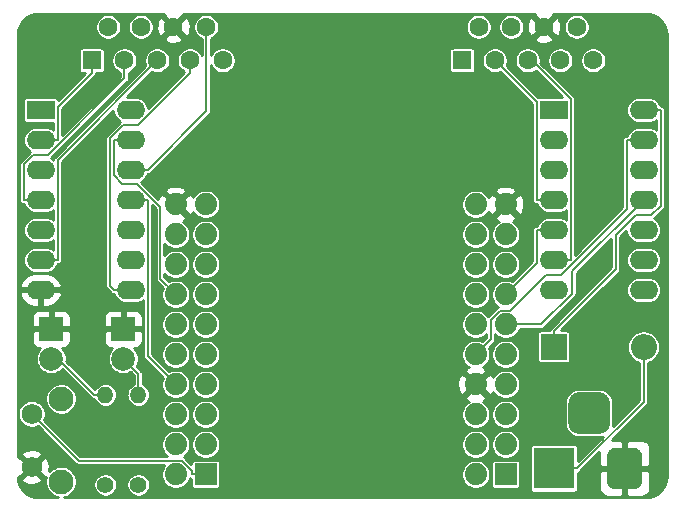
<source format=gbr>
G04 #@! TF.GenerationSoftware,KiCad,Pcbnew,(5.1.0-0)*
G04 #@! TF.CreationDate,2019-03-28T18:25:31-07:00*
G04 #@! TF.ProjectId,unijoysticle,756e696a-6f79-4737-9469-636c652e6b69,v0.0.1*
G04 #@! TF.SameCoordinates,Original*
G04 #@! TF.FileFunction,Copper,L2,Bot*
G04 #@! TF.FilePolarity,Positive*
%FSLAX46Y46*%
G04 Gerber Fmt 4.6, Leading zero omitted, Abs format (unit mm)*
G04 Created by KiCad (PCBNEW (5.1.0-0)) date 2019-03-28 18:25:31*
%MOMM*%
%LPD*%
G04 APERTURE LIST*
%ADD10O,2.200000X2.200000*%
%ADD11R,2.200000X2.200000*%
%ADD12O,1.400000X1.400000*%
%ADD13C,1.400000*%
%ADD14C,2.000000*%
%ADD15R,2.000000X2.000000*%
%ADD16C,2.100000*%
%ADD17C,1.750000*%
%ADD18C,1.879600*%
%ADD19R,1.879600X1.879600*%
%ADD20R,1.600000X1.600000*%
%ADD21C,1.600000*%
%ADD22O,2.400000X1.600000*%
%ADD23R,2.400000X1.600000*%
%ADD24C,0.100000*%
%ADD25C,3.500000*%
%ADD26C,3.000000*%
%ADD27R,3.500000X3.500000*%
%ADD28C,0.152400*%
%ADD29C,0.254000*%
G04 APERTURE END LIST*
D10*
X168148000Y-103505000D03*
D11*
X160528000Y-103505000D03*
D12*
X125349000Y-107569000D03*
D13*
X125349000Y-115189000D03*
D12*
X122555000Y-107569000D03*
D13*
X122555000Y-115189000D03*
D14*
X117983000Y-104521000D03*
D15*
X117983000Y-101981000D03*
D16*
X118822000Y-107905000D03*
D17*
X116332000Y-109165000D03*
X116332000Y-113665000D03*
D16*
X118822000Y-114915000D03*
D18*
X128524000Y-114300000D03*
X128524000Y-111760000D03*
X128524000Y-109220000D03*
X128524000Y-106680000D03*
X128524000Y-104140000D03*
X128524000Y-101600000D03*
X128524000Y-99060000D03*
X128524000Y-96520000D03*
X128524000Y-93980000D03*
X128524000Y-91440000D03*
D19*
X131064000Y-114300000D03*
D18*
X131064000Y-111760000D03*
X131064000Y-109220000D03*
X131064000Y-106680000D03*
X131064000Y-104140000D03*
X131064000Y-101600000D03*
X131064000Y-99060000D03*
X131064000Y-96520000D03*
X131064000Y-93980000D03*
X131064000Y-91440000D03*
X153924000Y-91440000D03*
X153924000Y-93980000D03*
X153924000Y-96520000D03*
X153924000Y-99060000D03*
X153924000Y-101600000D03*
X153924000Y-104140000D03*
X153924000Y-106680000D03*
X153924000Y-109220000D03*
X153924000Y-111760000D03*
X153924000Y-114300000D03*
X156464000Y-91440000D03*
X156464000Y-93980000D03*
X156464000Y-96520000D03*
X156464000Y-99060000D03*
X156464000Y-101600000D03*
X156464000Y-104140000D03*
X156464000Y-106680000D03*
X156464000Y-109220000D03*
X156464000Y-111760000D03*
D19*
X156464000Y-114300000D03*
D20*
X121412000Y-79248000D03*
D21*
X124182000Y-79248000D03*
X126952000Y-79248000D03*
X129722000Y-79248000D03*
X132492000Y-79248000D03*
X122797000Y-76408000D03*
X125567000Y-76408000D03*
X128337000Y-76408000D03*
X131107000Y-76408000D03*
D22*
X168148000Y-83439000D03*
X160528000Y-98679000D03*
X168148000Y-85979000D03*
X160528000Y-96139000D03*
X168148000Y-88519000D03*
X160528000Y-93599000D03*
X168148000Y-91059000D03*
X160528000Y-91059000D03*
X168148000Y-93599000D03*
X160528000Y-88519000D03*
X168148000Y-96139000D03*
X160528000Y-85979000D03*
X168148000Y-98679000D03*
D23*
X160528000Y-83439000D03*
X117094000Y-83439000D03*
D22*
X124714000Y-98679000D03*
X117094000Y-85979000D03*
X124714000Y-96139000D03*
X117094000Y-88519000D03*
X124714000Y-93599000D03*
X117094000Y-91059000D03*
X124714000Y-91059000D03*
X117094000Y-93599000D03*
X124714000Y-88519000D03*
X117094000Y-96139000D03*
X124714000Y-85979000D03*
X117094000Y-98679000D03*
X124714000Y-83439000D03*
D14*
X124079000Y-104521000D03*
D15*
X124079000Y-101981000D03*
D20*
X152781000Y-79248000D03*
D21*
X155551000Y-79248000D03*
X158321000Y-79248000D03*
X161091000Y-79248000D03*
X163861000Y-79248000D03*
X154166000Y-76408000D03*
X156936000Y-76408000D03*
X159706000Y-76408000D03*
X162476000Y-76408000D03*
D24*
G36*
X164488765Y-107346213D02*
G01*
X164573704Y-107358813D01*
X164656999Y-107379677D01*
X164737848Y-107408605D01*
X164815472Y-107445319D01*
X164889124Y-107489464D01*
X164958094Y-107540616D01*
X165021718Y-107598282D01*
X165079384Y-107661906D01*
X165130536Y-107730876D01*
X165174681Y-107804528D01*
X165211395Y-107882152D01*
X165240323Y-107963001D01*
X165261187Y-108046296D01*
X165273787Y-108131235D01*
X165278000Y-108217000D01*
X165278000Y-109967000D01*
X165273787Y-110052765D01*
X165261187Y-110137704D01*
X165240323Y-110220999D01*
X165211395Y-110301848D01*
X165174681Y-110379472D01*
X165130536Y-110453124D01*
X165079384Y-110522094D01*
X165021718Y-110585718D01*
X164958094Y-110643384D01*
X164889124Y-110694536D01*
X164815472Y-110738681D01*
X164737848Y-110775395D01*
X164656999Y-110804323D01*
X164573704Y-110825187D01*
X164488765Y-110837787D01*
X164403000Y-110842000D01*
X162653000Y-110842000D01*
X162567235Y-110837787D01*
X162482296Y-110825187D01*
X162399001Y-110804323D01*
X162318152Y-110775395D01*
X162240528Y-110738681D01*
X162166876Y-110694536D01*
X162097906Y-110643384D01*
X162034282Y-110585718D01*
X161976616Y-110522094D01*
X161925464Y-110453124D01*
X161881319Y-110379472D01*
X161844605Y-110301848D01*
X161815677Y-110220999D01*
X161794813Y-110137704D01*
X161782213Y-110052765D01*
X161778000Y-109967000D01*
X161778000Y-108217000D01*
X161782213Y-108131235D01*
X161794813Y-108046296D01*
X161815677Y-107963001D01*
X161844605Y-107882152D01*
X161881319Y-107804528D01*
X161925464Y-107730876D01*
X161976616Y-107661906D01*
X162034282Y-107598282D01*
X162097906Y-107540616D01*
X162166876Y-107489464D01*
X162240528Y-107445319D01*
X162318152Y-107408605D01*
X162399001Y-107379677D01*
X162482296Y-107358813D01*
X162567235Y-107346213D01*
X162653000Y-107342000D01*
X164403000Y-107342000D01*
X164488765Y-107346213D01*
X164488765Y-107346213D01*
G37*
D25*
X163528000Y-109092000D03*
D24*
G36*
X167351513Y-112045611D02*
G01*
X167424318Y-112056411D01*
X167495714Y-112074295D01*
X167565013Y-112099090D01*
X167631548Y-112130559D01*
X167694678Y-112168398D01*
X167753795Y-112212242D01*
X167808330Y-112261670D01*
X167857758Y-112316205D01*
X167901602Y-112375322D01*
X167939441Y-112438452D01*
X167970910Y-112504987D01*
X167995705Y-112574286D01*
X168013589Y-112645682D01*
X168024389Y-112718487D01*
X168028000Y-112792000D01*
X168028000Y-114792000D01*
X168024389Y-114865513D01*
X168013589Y-114938318D01*
X167995705Y-115009714D01*
X167970910Y-115079013D01*
X167939441Y-115145548D01*
X167901602Y-115208678D01*
X167857758Y-115267795D01*
X167808330Y-115322330D01*
X167753795Y-115371758D01*
X167694678Y-115415602D01*
X167631548Y-115453441D01*
X167565013Y-115484910D01*
X167495714Y-115509705D01*
X167424318Y-115527589D01*
X167351513Y-115538389D01*
X167278000Y-115542000D01*
X165778000Y-115542000D01*
X165704487Y-115538389D01*
X165631682Y-115527589D01*
X165560286Y-115509705D01*
X165490987Y-115484910D01*
X165424452Y-115453441D01*
X165361322Y-115415602D01*
X165302205Y-115371758D01*
X165247670Y-115322330D01*
X165198242Y-115267795D01*
X165154398Y-115208678D01*
X165116559Y-115145548D01*
X165085090Y-115079013D01*
X165060295Y-115009714D01*
X165042411Y-114938318D01*
X165031611Y-114865513D01*
X165028000Y-114792000D01*
X165028000Y-112792000D01*
X165031611Y-112718487D01*
X165042411Y-112645682D01*
X165060295Y-112574286D01*
X165085090Y-112504987D01*
X165116559Y-112438452D01*
X165154398Y-112375322D01*
X165198242Y-112316205D01*
X165247670Y-112261670D01*
X165302205Y-112212242D01*
X165361322Y-112168398D01*
X165424452Y-112130559D01*
X165490987Y-112099090D01*
X165560286Y-112074295D01*
X165631682Y-112056411D01*
X165704487Y-112045611D01*
X165778000Y-112042000D01*
X167278000Y-112042000D01*
X167351513Y-112045611D01*
X167351513Y-112045611D01*
G37*
D26*
X166528000Y-113792000D03*
D27*
X160528000Y-113792000D03*
D28*
X124714000Y-85979000D02*
X123285100Y-85979000D01*
X123285100Y-85979000D02*
X123285100Y-88976100D01*
X123285100Y-88976100D02*
X123990000Y-89681000D01*
X123990000Y-89681000D02*
X125240100Y-89681000D01*
X125240100Y-89681000D02*
X127199300Y-91640200D01*
X127199300Y-91640200D02*
X127199300Y-97735300D01*
X127199300Y-97735300D02*
X128524000Y-99060000D01*
X168148000Y-85979000D02*
X166719100Y-85979000D01*
X166719100Y-85979000D02*
X166719100Y-91837600D01*
X166719100Y-91837600D02*
X161147700Y-97409000D01*
X161147700Y-97409000D02*
X159888600Y-97409000D01*
X159888600Y-97409000D02*
X156866400Y-100431200D01*
X156866400Y-100431200D02*
X155957000Y-100431200D01*
X155957000Y-100431200D02*
X155194000Y-101194200D01*
X155194000Y-101194200D02*
X155194000Y-102870000D01*
X155194000Y-102870000D02*
X153924000Y-104140000D01*
X160528000Y-93599000D02*
X159099100Y-93599000D01*
X159099100Y-93599000D02*
X159099100Y-96424900D01*
X159099100Y-96424900D02*
X156464000Y-99060000D01*
X168148000Y-91059000D02*
X162089200Y-97117800D01*
X162089200Y-97117800D02*
X162089200Y-98990900D01*
X162089200Y-98990900D02*
X159480100Y-101600000D01*
X159480100Y-101600000D02*
X156464000Y-101600000D01*
X124714000Y-91059000D02*
X126142900Y-91059000D01*
X126142900Y-91059000D02*
X126142900Y-104298900D01*
X126142900Y-104298900D02*
X128524000Y-106680000D01*
X121412000Y-79248000D02*
X121412000Y-80276900D01*
X117094000Y-85979000D02*
X118522900Y-85979000D01*
X118522900Y-85979000D02*
X118522900Y-83166000D01*
X118522900Y-83166000D02*
X121412000Y-80276900D01*
X117094000Y-96139000D02*
X118522900Y-96139000D01*
X118522900Y-96139000D02*
X118522900Y-87677100D01*
X118522900Y-87677100D02*
X126952000Y-79248000D01*
X117094000Y-91059000D02*
X115665100Y-91059000D01*
X115665100Y-91059000D02*
X115665100Y-88060000D01*
X115665100Y-88060000D02*
X116473400Y-87251700D01*
X116473400Y-87251700D02*
X117708700Y-87251700D01*
X117708700Y-87251700D02*
X124182000Y-80778400D01*
X124182000Y-80778400D02*
X124182000Y-79248000D01*
X124714000Y-98679000D02*
X123285100Y-98679000D01*
X123285100Y-98679000D02*
X122948800Y-98342700D01*
X122948800Y-98342700D02*
X122948800Y-85846300D01*
X122948800Y-85846300D02*
X124086100Y-84709000D01*
X124086100Y-84709000D02*
X125299200Y-84709000D01*
X125299200Y-84709000D02*
X129722000Y-80286200D01*
X129722000Y-80286200D02*
X129722000Y-79248000D01*
X124714000Y-88519000D02*
X126142900Y-88519000D01*
X126142900Y-88519000D02*
X131107000Y-83554900D01*
X131107000Y-83554900D02*
X131107000Y-76408000D01*
X160528000Y-96139000D02*
X161956900Y-96139000D01*
X161956900Y-96139000D02*
X161956900Y-82544200D01*
X161956900Y-82544200D02*
X158660700Y-79248000D01*
X158660700Y-79248000D02*
X158321000Y-79248000D01*
X160528000Y-91059000D02*
X159099100Y-91059000D01*
X159099100Y-91059000D02*
X159099100Y-82796100D01*
X159099100Y-82796100D02*
X155551000Y-79248000D01*
X122555000Y-107569000D02*
X121626100Y-107569000D01*
X117983000Y-104521000D02*
X118578100Y-104521000D01*
X118578100Y-104521000D02*
X121626100Y-107569000D01*
X168148000Y-83439000D02*
X169576900Y-83439000D01*
X160528000Y-103505000D02*
X160528000Y-102176100D01*
X160528000Y-102176100D02*
X165772900Y-96931200D01*
X165772900Y-96931200D02*
X165772900Y-94043800D01*
X165772900Y-94043800D02*
X167487700Y-92329000D01*
X167487700Y-92329000D02*
X168793600Y-92329000D01*
X168793600Y-92329000D02*
X169576900Y-91545700D01*
X169576900Y-91545700D02*
X169576900Y-83439000D01*
X131064000Y-114300000D02*
X129895300Y-114300000D01*
X129895300Y-114300000D02*
X129895300Y-114007700D01*
X129895300Y-114007700D02*
X129018900Y-113131300D01*
X129018900Y-113131300D02*
X120298300Y-113131300D01*
X120298300Y-113131300D02*
X116332000Y-109165000D01*
X124079000Y-104521000D02*
X125349000Y-105791000D01*
X125349000Y-105791000D02*
X125349000Y-107569000D01*
X160528000Y-113792000D02*
X162506900Y-113792000D01*
X162506900Y-113792000D02*
X168148000Y-108150900D01*
X168148000Y-108150900D02*
X168148000Y-103505000D01*
D29*
G36*
X127523903Y-75415298D02*
G01*
X128337000Y-76228395D01*
X129150097Y-75415298D01*
X129109519Y-75277000D01*
X158933481Y-75277000D01*
X158892903Y-75415298D01*
X159706000Y-76228395D01*
X160519097Y-75415298D01*
X160478519Y-75277000D01*
X168258028Y-75277000D01*
X168626629Y-75313142D01*
X168964865Y-75415261D01*
X169276823Y-75581132D01*
X169550625Y-75804440D01*
X169775836Y-76076672D01*
X169943882Y-76387467D01*
X170048361Y-76724983D01*
X170087000Y-77092615D01*
X170087001Y-114410018D01*
X170050858Y-114778629D01*
X169948739Y-115116864D01*
X169782867Y-115428825D01*
X169559560Y-115702625D01*
X169287328Y-115927836D01*
X168976533Y-116095882D01*
X168639017Y-116200361D01*
X168271385Y-116239000D01*
X119070298Y-116239000D01*
X119214906Y-116210236D01*
X119460044Y-116108696D01*
X119680663Y-115961284D01*
X119868284Y-115773663D01*
X120015696Y-115553044D01*
X120117236Y-115307906D01*
X120160419Y-115090804D01*
X121558000Y-115090804D01*
X121558000Y-115287196D01*
X121596314Y-115479814D01*
X121671470Y-115661257D01*
X121780580Y-115824550D01*
X121919450Y-115963420D01*
X122082743Y-116072530D01*
X122264186Y-116147686D01*
X122456804Y-116186000D01*
X122653196Y-116186000D01*
X122845814Y-116147686D01*
X123027257Y-116072530D01*
X123190550Y-115963420D01*
X123329420Y-115824550D01*
X123438530Y-115661257D01*
X123513686Y-115479814D01*
X123552000Y-115287196D01*
X123552000Y-115090804D01*
X124352000Y-115090804D01*
X124352000Y-115287196D01*
X124390314Y-115479814D01*
X124465470Y-115661257D01*
X124574580Y-115824550D01*
X124713450Y-115963420D01*
X124876743Y-116072530D01*
X125058186Y-116147686D01*
X125250804Y-116186000D01*
X125447196Y-116186000D01*
X125639814Y-116147686D01*
X125821257Y-116072530D01*
X125984550Y-115963420D01*
X126123420Y-115824550D01*
X126232530Y-115661257D01*
X126307686Y-115479814D01*
X126346000Y-115287196D01*
X126346000Y-115090804D01*
X126307686Y-114898186D01*
X126232530Y-114716743D01*
X126123420Y-114553450D01*
X125984550Y-114414580D01*
X125821257Y-114305470D01*
X125639814Y-114230314D01*
X125447196Y-114192000D01*
X125250804Y-114192000D01*
X125058186Y-114230314D01*
X124876743Y-114305470D01*
X124713450Y-114414580D01*
X124574580Y-114553450D01*
X124465470Y-114716743D01*
X124390314Y-114898186D01*
X124352000Y-115090804D01*
X123552000Y-115090804D01*
X123513686Y-114898186D01*
X123438530Y-114716743D01*
X123329420Y-114553450D01*
X123190550Y-114414580D01*
X123027257Y-114305470D01*
X122845814Y-114230314D01*
X122653196Y-114192000D01*
X122456804Y-114192000D01*
X122264186Y-114230314D01*
X122082743Y-114305470D01*
X121919450Y-114414580D01*
X121780580Y-114553450D01*
X121671470Y-114716743D01*
X121596314Y-114898186D01*
X121558000Y-115090804D01*
X120160419Y-115090804D01*
X120169000Y-115047668D01*
X120169000Y-114782332D01*
X120117236Y-114522094D01*
X120015696Y-114276956D01*
X119868284Y-114056337D01*
X119680663Y-113868716D01*
X119460044Y-113721304D01*
X119214906Y-113619764D01*
X118954668Y-113568000D01*
X118689332Y-113568000D01*
X118429094Y-113619764D01*
X118183956Y-113721304D01*
X117963337Y-113868716D01*
X117795603Y-114036450D01*
X117831855Y-113894474D01*
X117847804Y-113597457D01*
X117805501Y-113303037D01*
X117706572Y-113022526D01*
X117629868Y-112879025D01*
X117378240Y-112798365D01*
X116511605Y-113665000D01*
X117378240Y-114531635D01*
X117544947Y-114478197D01*
X117526764Y-114522094D01*
X117475000Y-114782332D01*
X117475000Y-115047668D01*
X117526764Y-115307906D01*
X117628304Y-115553044D01*
X117775716Y-115773663D01*
X117963337Y-115961284D01*
X118183956Y-116108696D01*
X118429094Y-116210236D01*
X118573702Y-116239000D01*
X116983972Y-116239000D01*
X116615371Y-116202858D01*
X116277136Y-116100739D01*
X115965175Y-115934867D01*
X115691375Y-115711560D01*
X115466164Y-115439328D01*
X115298118Y-115128533D01*
X115193639Y-114791017D01*
X115185255Y-114711240D01*
X115465365Y-114711240D01*
X115546025Y-114962868D01*
X115814329Y-115091267D01*
X116102526Y-115164855D01*
X116399543Y-115180804D01*
X116693963Y-115138501D01*
X116974474Y-115039572D01*
X117117975Y-114962868D01*
X117198635Y-114711240D01*
X116332000Y-113844605D01*
X115465365Y-114711240D01*
X115185255Y-114711240D01*
X115162215Y-114492032D01*
X115285760Y-114531635D01*
X116152395Y-113665000D01*
X115285760Y-112798365D01*
X115155000Y-112840280D01*
X115155000Y-112618760D01*
X115465365Y-112618760D01*
X116332000Y-113485395D01*
X117198635Y-112618760D01*
X117117975Y-112367132D01*
X116849671Y-112238733D01*
X116561474Y-112165145D01*
X116264457Y-112149196D01*
X115970037Y-112191499D01*
X115689526Y-112290428D01*
X115546025Y-112367132D01*
X115465365Y-112618760D01*
X115155000Y-112618760D01*
X115155000Y-109049568D01*
X115160000Y-109049568D01*
X115160000Y-109280432D01*
X115205039Y-109506860D01*
X115293387Y-109720150D01*
X115421648Y-109912107D01*
X115584893Y-110075352D01*
X115776850Y-110203613D01*
X115990140Y-110291961D01*
X116216568Y-110337000D01*
X116447432Y-110337000D01*
X116673860Y-110291961D01*
X116855811Y-110216594D01*
X120021443Y-113382227D01*
X120033131Y-113396469D01*
X120089958Y-113443105D01*
X120154792Y-113477759D01*
X120225140Y-113499099D01*
X120298299Y-113506305D01*
X120316625Y-113504500D01*
X127570401Y-113504500D01*
X127563315Y-113511586D01*
X127427962Y-113714156D01*
X127334730Y-113939239D01*
X127287200Y-114178186D01*
X127287200Y-114421814D01*
X127334730Y-114660761D01*
X127427962Y-114885844D01*
X127563315Y-115088414D01*
X127735586Y-115260685D01*
X127938156Y-115396038D01*
X128163239Y-115489270D01*
X128402186Y-115536800D01*
X128645814Y-115536800D01*
X128884761Y-115489270D01*
X129109844Y-115396038D01*
X129312414Y-115260685D01*
X129484685Y-115088414D01*
X129620038Y-114885844D01*
X129713270Y-114660761D01*
X129719544Y-114629222D01*
X129751792Y-114646459D01*
X129822140Y-114667799D01*
X129825763Y-114668156D01*
X129825763Y-115239800D01*
X129831497Y-115298022D01*
X129848480Y-115354007D01*
X129876059Y-115405603D01*
X129913173Y-115450827D01*
X129958397Y-115487941D01*
X130009993Y-115515520D01*
X130065978Y-115532503D01*
X130124200Y-115538237D01*
X132003800Y-115538237D01*
X132062022Y-115532503D01*
X132118007Y-115515520D01*
X132169603Y-115487941D01*
X132214827Y-115450827D01*
X132251941Y-115405603D01*
X132279520Y-115354007D01*
X132296503Y-115298022D01*
X132302237Y-115239800D01*
X132302237Y-114178186D01*
X152687200Y-114178186D01*
X152687200Y-114421814D01*
X152734730Y-114660761D01*
X152827962Y-114885844D01*
X152963315Y-115088414D01*
X153135586Y-115260685D01*
X153338156Y-115396038D01*
X153563239Y-115489270D01*
X153802186Y-115536800D01*
X154045814Y-115536800D01*
X154284761Y-115489270D01*
X154509844Y-115396038D01*
X154712414Y-115260685D01*
X154884685Y-115088414D01*
X155020038Y-114885844D01*
X155113270Y-114660761D01*
X155160800Y-114421814D01*
X155160800Y-114178186D01*
X155113270Y-113939239D01*
X155020038Y-113714156D01*
X154884685Y-113511586D01*
X154733299Y-113360200D01*
X155225763Y-113360200D01*
X155225763Y-115239800D01*
X155231497Y-115298022D01*
X155248480Y-115354007D01*
X155276059Y-115405603D01*
X155313173Y-115450827D01*
X155358397Y-115487941D01*
X155409993Y-115515520D01*
X155465978Y-115532503D01*
X155524200Y-115538237D01*
X157403800Y-115538237D01*
X157462022Y-115532503D01*
X157518007Y-115515520D01*
X157569603Y-115487941D01*
X157614827Y-115450827D01*
X157651941Y-115405603D01*
X157679520Y-115354007D01*
X157696503Y-115298022D01*
X157702237Y-115239800D01*
X157702237Y-113360200D01*
X157696503Y-113301978D01*
X157679520Y-113245993D01*
X157651941Y-113194397D01*
X157614827Y-113149173D01*
X157569603Y-113112059D01*
X157518007Y-113084480D01*
X157462022Y-113067497D01*
X157403800Y-113061763D01*
X155524200Y-113061763D01*
X155465978Y-113067497D01*
X155409993Y-113084480D01*
X155358397Y-113112059D01*
X155313173Y-113149173D01*
X155276059Y-113194397D01*
X155248480Y-113245993D01*
X155231497Y-113301978D01*
X155225763Y-113360200D01*
X154733299Y-113360200D01*
X154712414Y-113339315D01*
X154509844Y-113203962D01*
X154284761Y-113110730D01*
X154045814Y-113063200D01*
X153802186Y-113063200D01*
X153563239Y-113110730D01*
X153338156Y-113203962D01*
X153135586Y-113339315D01*
X152963315Y-113511586D01*
X152827962Y-113714156D01*
X152734730Y-113939239D01*
X152687200Y-114178186D01*
X132302237Y-114178186D01*
X132302237Y-113360200D01*
X132296503Y-113301978D01*
X132279520Y-113245993D01*
X132251941Y-113194397D01*
X132214827Y-113149173D01*
X132169603Y-113112059D01*
X132118007Y-113084480D01*
X132062022Y-113067497D01*
X132003800Y-113061763D01*
X130124200Y-113061763D01*
X130065978Y-113067497D01*
X130009993Y-113084480D01*
X129958397Y-113112059D01*
X129913173Y-113149173D01*
X129876059Y-113194397D01*
X129848480Y-113245993D01*
X129831497Y-113301978D01*
X129825763Y-113360200D01*
X129825763Y-113410379D01*
X129295761Y-112880378D01*
X129284069Y-112866131D01*
X129227242Y-112819495D01*
X129192403Y-112800874D01*
X129312414Y-112720685D01*
X129484685Y-112548414D01*
X129620038Y-112345844D01*
X129713270Y-112120761D01*
X129760800Y-111881814D01*
X129760800Y-111638186D01*
X129827200Y-111638186D01*
X129827200Y-111881814D01*
X129874730Y-112120761D01*
X129967962Y-112345844D01*
X130103315Y-112548414D01*
X130275586Y-112720685D01*
X130478156Y-112856038D01*
X130703239Y-112949270D01*
X130942186Y-112996800D01*
X131185814Y-112996800D01*
X131424761Y-112949270D01*
X131649844Y-112856038D01*
X131852414Y-112720685D01*
X132024685Y-112548414D01*
X132160038Y-112345844D01*
X132253270Y-112120761D01*
X132300800Y-111881814D01*
X132300800Y-111638186D01*
X152687200Y-111638186D01*
X152687200Y-111881814D01*
X152734730Y-112120761D01*
X152827962Y-112345844D01*
X152963315Y-112548414D01*
X153135586Y-112720685D01*
X153338156Y-112856038D01*
X153563239Y-112949270D01*
X153802186Y-112996800D01*
X154045814Y-112996800D01*
X154284761Y-112949270D01*
X154509844Y-112856038D01*
X154712414Y-112720685D01*
X154884685Y-112548414D01*
X155020038Y-112345844D01*
X155113270Y-112120761D01*
X155160800Y-111881814D01*
X155160800Y-111638186D01*
X155227200Y-111638186D01*
X155227200Y-111881814D01*
X155274730Y-112120761D01*
X155367962Y-112345844D01*
X155503315Y-112548414D01*
X155675586Y-112720685D01*
X155878156Y-112856038D01*
X156103239Y-112949270D01*
X156342186Y-112996800D01*
X156585814Y-112996800D01*
X156824761Y-112949270D01*
X157049844Y-112856038D01*
X157252414Y-112720685D01*
X157424685Y-112548414D01*
X157560038Y-112345844D01*
X157653270Y-112120761D01*
X157668936Y-112042000D01*
X158479563Y-112042000D01*
X158479563Y-115542000D01*
X158485297Y-115600222D01*
X158502280Y-115656207D01*
X158529859Y-115707803D01*
X158566973Y-115753027D01*
X158612197Y-115790141D01*
X158663793Y-115817720D01*
X158719778Y-115834703D01*
X158778000Y-115840437D01*
X162278000Y-115840437D01*
X162336222Y-115834703D01*
X162392207Y-115817720D01*
X162443803Y-115790141D01*
X162489027Y-115753027D01*
X162526141Y-115707803D01*
X162553720Y-115656207D01*
X162570703Y-115600222D01*
X162576437Y-115542000D01*
X164389928Y-115542000D01*
X164402188Y-115666482D01*
X164438498Y-115786180D01*
X164497463Y-115896494D01*
X164576815Y-115993185D01*
X164673506Y-116072537D01*
X164783820Y-116131502D01*
X164903518Y-116167812D01*
X165028000Y-116180072D01*
X166242250Y-116177000D01*
X166401000Y-116018250D01*
X166401000Y-113919000D01*
X166655000Y-113919000D01*
X166655000Y-116018250D01*
X166813750Y-116177000D01*
X168028000Y-116180072D01*
X168152482Y-116167812D01*
X168272180Y-116131502D01*
X168382494Y-116072537D01*
X168479185Y-115993185D01*
X168558537Y-115896494D01*
X168617502Y-115786180D01*
X168653812Y-115666482D01*
X168666072Y-115542000D01*
X168663000Y-114077750D01*
X168504250Y-113919000D01*
X166655000Y-113919000D01*
X166401000Y-113919000D01*
X164551750Y-113919000D01*
X164393000Y-114077750D01*
X164389928Y-115542000D01*
X162576437Y-115542000D01*
X162576437Y-114160156D01*
X162580060Y-114159799D01*
X162650408Y-114138459D01*
X162715242Y-114103805D01*
X162772069Y-114057169D01*
X162783761Y-114042922D01*
X164390754Y-112435929D01*
X164393000Y-113506250D01*
X164551750Y-113665000D01*
X166401000Y-113665000D01*
X166401000Y-111565750D01*
X166655000Y-111565750D01*
X166655000Y-113665000D01*
X168504250Y-113665000D01*
X168663000Y-113506250D01*
X168666072Y-112042000D01*
X168653812Y-111917518D01*
X168617502Y-111797820D01*
X168558537Y-111687506D01*
X168479185Y-111590815D01*
X168382494Y-111511463D01*
X168272180Y-111452498D01*
X168152482Y-111416188D01*
X168028000Y-111403928D01*
X166813750Y-111407000D01*
X166655000Y-111565750D01*
X166401000Y-111565750D01*
X166242250Y-111407000D01*
X165421759Y-111404924D01*
X168398929Y-108427755D01*
X168413169Y-108416069D01*
X168459805Y-108359242D01*
X168494459Y-108294408D01*
X168515799Y-108224060D01*
X168521200Y-108169226D01*
X168521200Y-108169225D01*
X168523005Y-108150901D01*
X168521200Y-108132575D01*
X168521200Y-104851651D01*
X168685195Y-104801904D01*
X168927887Y-104672183D01*
X169140608Y-104497608D01*
X169315183Y-104284887D01*
X169444904Y-104042195D01*
X169524786Y-103778860D01*
X169551759Y-103505000D01*
X169524786Y-103231140D01*
X169444904Y-102967805D01*
X169315183Y-102725113D01*
X169140608Y-102512392D01*
X168927887Y-102337817D01*
X168685195Y-102208096D01*
X168421860Y-102128214D01*
X168216625Y-102108000D01*
X168079375Y-102108000D01*
X167874140Y-102128214D01*
X167610805Y-102208096D01*
X167368113Y-102337817D01*
X167155392Y-102512392D01*
X166980817Y-102725113D01*
X166851096Y-102967805D01*
X166771214Y-103231140D01*
X166744241Y-103505000D01*
X166771214Y-103778860D01*
X166851096Y-104042195D01*
X166980817Y-104284887D01*
X167155392Y-104497608D01*
X167368113Y-104672183D01*
X167610805Y-104801904D01*
X167774801Y-104851652D01*
X167774800Y-107996316D01*
X165544615Y-110226501D01*
X165553890Y-110195926D01*
X165576437Y-109967000D01*
X165576437Y-108217000D01*
X165553890Y-107988074D01*
X165487114Y-107767945D01*
X165378677Y-107565073D01*
X165232745Y-107387255D01*
X165054927Y-107241323D01*
X164852055Y-107132886D01*
X164631926Y-107066110D01*
X164403000Y-107043563D01*
X162653000Y-107043563D01*
X162424074Y-107066110D01*
X162203945Y-107132886D01*
X162001073Y-107241323D01*
X161823255Y-107387255D01*
X161677323Y-107565073D01*
X161568886Y-107767945D01*
X161502110Y-107988074D01*
X161479563Y-108217000D01*
X161479563Y-109967000D01*
X161502110Y-110195926D01*
X161568886Y-110416055D01*
X161677323Y-110618927D01*
X161823255Y-110796745D01*
X162001073Y-110942677D01*
X162203945Y-111051114D01*
X162424074Y-111117890D01*
X162653000Y-111140437D01*
X164403000Y-111140437D01*
X164631926Y-111117890D01*
X164662502Y-111108615D01*
X162576437Y-113194680D01*
X162576437Y-112042000D01*
X162570703Y-111983778D01*
X162553720Y-111927793D01*
X162526141Y-111876197D01*
X162489027Y-111830973D01*
X162443803Y-111793859D01*
X162392207Y-111766280D01*
X162336222Y-111749297D01*
X162278000Y-111743563D01*
X158778000Y-111743563D01*
X158719778Y-111749297D01*
X158663793Y-111766280D01*
X158612197Y-111793859D01*
X158566973Y-111830973D01*
X158529859Y-111876197D01*
X158502280Y-111927793D01*
X158485297Y-111983778D01*
X158479563Y-112042000D01*
X157668936Y-112042000D01*
X157700800Y-111881814D01*
X157700800Y-111638186D01*
X157653270Y-111399239D01*
X157560038Y-111174156D01*
X157424685Y-110971586D01*
X157252414Y-110799315D01*
X157049844Y-110663962D01*
X156824761Y-110570730D01*
X156585814Y-110523200D01*
X156342186Y-110523200D01*
X156103239Y-110570730D01*
X155878156Y-110663962D01*
X155675586Y-110799315D01*
X155503315Y-110971586D01*
X155367962Y-111174156D01*
X155274730Y-111399239D01*
X155227200Y-111638186D01*
X155160800Y-111638186D01*
X155113270Y-111399239D01*
X155020038Y-111174156D01*
X154884685Y-110971586D01*
X154712414Y-110799315D01*
X154509844Y-110663962D01*
X154284761Y-110570730D01*
X154045814Y-110523200D01*
X153802186Y-110523200D01*
X153563239Y-110570730D01*
X153338156Y-110663962D01*
X153135586Y-110799315D01*
X152963315Y-110971586D01*
X152827962Y-111174156D01*
X152734730Y-111399239D01*
X152687200Y-111638186D01*
X132300800Y-111638186D01*
X132253270Y-111399239D01*
X132160038Y-111174156D01*
X132024685Y-110971586D01*
X131852414Y-110799315D01*
X131649844Y-110663962D01*
X131424761Y-110570730D01*
X131185814Y-110523200D01*
X130942186Y-110523200D01*
X130703239Y-110570730D01*
X130478156Y-110663962D01*
X130275586Y-110799315D01*
X130103315Y-110971586D01*
X129967962Y-111174156D01*
X129874730Y-111399239D01*
X129827200Y-111638186D01*
X129760800Y-111638186D01*
X129713270Y-111399239D01*
X129620038Y-111174156D01*
X129484685Y-110971586D01*
X129312414Y-110799315D01*
X129109844Y-110663962D01*
X128884761Y-110570730D01*
X128645814Y-110523200D01*
X128402186Y-110523200D01*
X128163239Y-110570730D01*
X127938156Y-110663962D01*
X127735586Y-110799315D01*
X127563315Y-110971586D01*
X127427962Y-111174156D01*
X127334730Y-111399239D01*
X127287200Y-111638186D01*
X127287200Y-111881814D01*
X127334730Y-112120761D01*
X127427962Y-112345844D01*
X127563315Y-112548414D01*
X127735586Y-112720685D01*
X127791581Y-112758100D01*
X120452884Y-112758100D01*
X117383594Y-109688811D01*
X117458961Y-109506860D01*
X117504000Y-109280432D01*
X117504000Y-109049568D01*
X117458961Y-108823140D01*
X117370613Y-108609850D01*
X117242352Y-108417893D01*
X117079107Y-108254648D01*
X116887150Y-108126387D01*
X116673860Y-108038039D01*
X116447432Y-107993000D01*
X116216568Y-107993000D01*
X115990140Y-108038039D01*
X115776850Y-108126387D01*
X115584893Y-108254648D01*
X115421648Y-108417893D01*
X115293387Y-108609850D01*
X115205039Y-108823140D01*
X115160000Y-109049568D01*
X115155000Y-109049568D01*
X115155000Y-107772332D01*
X117475000Y-107772332D01*
X117475000Y-108037668D01*
X117526764Y-108297906D01*
X117628304Y-108543044D01*
X117775716Y-108763663D01*
X117963337Y-108951284D01*
X118183956Y-109098696D01*
X118429094Y-109200236D01*
X118689332Y-109252000D01*
X118954668Y-109252000D01*
X119214906Y-109200236D01*
X119460044Y-109098696D01*
X119460807Y-109098186D01*
X127287200Y-109098186D01*
X127287200Y-109341814D01*
X127334730Y-109580761D01*
X127427962Y-109805844D01*
X127563315Y-110008414D01*
X127735586Y-110180685D01*
X127938156Y-110316038D01*
X128163239Y-110409270D01*
X128402186Y-110456800D01*
X128645814Y-110456800D01*
X128884761Y-110409270D01*
X129109844Y-110316038D01*
X129312414Y-110180685D01*
X129484685Y-110008414D01*
X129620038Y-109805844D01*
X129713270Y-109580761D01*
X129760800Y-109341814D01*
X129760800Y-109098186D01*
X129827200Y-109098186D01*
X129827200Y-109341814D01*
X129874730Y-109580761D01*
X129967962Y-109805844D01*
X130103315Y-110008414D01*
X130275586Y-110180685D01*
X130478156Y-110316038D01*
X130703239Y-110409270D01*
X130942186Y-110456800D01*
X131185814Y-110456800D01*
X131424761Y-110409270D01*
X131649844Y-110316038D01*
X131852414Y-110180685D01*
X132024685Y-110008414D01*
X132160038Y-109805844D01*
X132253270Y-109580761D01*
X132300800Y-109341814D01*
X132300800Y-109098186D01*
X152687200Y-109098186D01*
X152687200Y-109341814D01*
X152734730Y-109580761D01*
X152827962Y-109805844D01*
X152963315Y-110008414D01*
X153135586Y-110180685D01*
X153338156Y-110316038D01*
X153563239Y-110409270D01*
X153802186Y-110456800D01*
X154045814Y-110456800D01*
X154284761Y-110409270D01*
X154509844Y-110316038D01*
X154712414Y-110180685D01*
X154884685Y-110008414D01*
X155020038Y-109805844D01*
X155113270Y-109580761D01*
X155160800Y-109341814D01*
X155160800Y-109098186D01*
X155227200Y-109098186D01*
X155227200Y-109341814D01*
X155274730Y-109580761D01*
X155367962Y-109805844D01*
X155503315Y-110008414D01*
X155675586Y-110180685D01*
X155878156Y-110316038D01*
X156103239Y-110409270D01*
X156342186Y-110456800D01*
X156585814Y-110456800D01*
X156824761Y-110409270D01*
X157049844Y-110316038D01*
X157252414Y-110180685D01*
X157424685Y-110008414D01*
X157560038Y-109805844D01*
X157653270Y-109580761D01*
X157700800Y-109341814D01*
X157700800Y-109098186D01*
X157653270Y-108859239D01*
X157560038Y-108634156D01*
X157424685Y-108431586D01*
X157252414Y-108259315D01*
X157049844Y-108123962D01*
X156824761Y-108030730D01*
X156585814Y-107983200D01*
X156342186Y-107983200D01*
X156103239Y-108030730D01*
X155878156Y-108123962D01*
X155675586Y-108259315D01*
X155503315Y-108431586D01*
X155367962Y-108634156D01*
X155274730Y-108859239D01*
X155227200Y-109098186D01*
X155160800Y-109098186D01*
X155113270Y-108859239D01*
X155020038Y-108634156D01*
X154884685Y-108431586D01*
X154712414Y-108259315D01*
X154529060Y-108136802D01*
X154589086Y-108115865D01*
X154748377Y-108030723D01*
X154836871Y-107772476D01*
X153924000Y-106859605D01*
X153011129Y-107772476D01*
X153099623Y-108030723D01*
X153319106Y-108136691D01*
X153135586Y-108259315D01*
X152963315Y-108431586D01*
X152827962Y-108634156D01*
X152734730Y-108859239D01*
X152687200Y-109098186D01*
X132300800Y-109098186D01*
X132253270Y-108859239D01*
X132160038Y-108634156D01*
X132024685Y-108431586D01*
X131852414Y-108259315D01*
X131649844Y-108123962D01*
X131424761Y-108030730D01*
X131185814Y-107983200D01*
X130942186Y-107983200D01*
X130703239Y-108030730D01*
X130478156Y-108123962D01*
X130275586Y-108259315D01*
X130103315Y-108431586D01*
X129967962Y-108634156D01*
X129874730Y-108859239D01*
X129827200Y-109098186D01*
X129760800Y-109098186D01*
X129713270Y-108859239D01*
X129620038Y-108634156D01*
X129484685Y-108431586D01*
X129312414Y-108259315D01*
X129109844Y-108123962D01*
X128884761Y-108030730D01*
X128645814Y-107983200D01*
X128402186Y-107983200D01*
X128163239Y-108030730D01*
X127938156Y-108123962D01*
X127735586Y-108259315D01*
X127563315Y-108431586D01*
X127427962Y-108634156D01*
X127334730Y-108859239D01*
X127287200Y-109098186D01*
X119460807Y-109098186D01*
X119680663Y-108951284D01*
X119868284Y-108763663D01*
X120015696Y-108543044D01*
X120117236Y-108297906D01*
X120169000Y-108037668D01*
X120169000Y-107772332D01*
X120117236Y-107512094D01*
X120015696Y-107266956D01*
X119868284Y-107046337D01*
X119680663Y-106858716D01*
X119460044Y-106711304D01*
X119214906Y-106609764D01*
X118954668Y-106558000D01*
X118689332Y-106558000D01*
X118429094Y-106609764D01*
X118183956Y-106711304D01*
X117963337Y-106858716D01*
X117775716Y-107046337D01*
X117628304Y-107266956D01*
X117526764Y-107512094D01*
X117475000Y-107772332D01*
X115155000Y-107772332D01*
X115155000Y-102981000D01*
X116344928Y-102981000D01*
X116357188Y-103105482D01*
X116393498Y-103225180D01*
X116452463Y-103335494D01*
X116531815Y-103432185D01*
X116628506Y-103511537D01*
X116738820Y-103570502D01*
X116858518Y-103606812D01*
X116983000Y-103619072D01*
X117050984Y-103618780D01*
X116975554Y-103694210D01*
X116833613Y-103906640D01*
X116735843Y-104142679D01*
X116686000Y-104393257D01*
X116686000Y-104648743D01*
X116735843Y-104899321D01*
X116833613Y-105135360D01*
X116975554Y-105347790D01*
X117156210Y-105528446D01*
X117368640Y-105670387D01*
X117604679Y-105768157D01*
X117855257Y-105818000D01*
X118110743Y-105818000D01*
X118361321Y-105768157D01*
X118597360Y-105670387D01*
X118809790Y-105528446D01*
X118933776Y-105404460D01*
X121349243Y-107819927D01*
X121360931Y-107834169D01*
X121409527Y-107874050D01*
X121417758Y-107880805D01*
X121482592Y-107915459D01*
X121552940Y-107936799D01*
X121626100Y-107944005D01*
X121626871Y-107943929D01*
X121629435Y-107952381D01*
X121722014Y-108125584D01*
X121846603Y-108277397D01*
X121998416Y-108401986D01*
X122171619Y-108494565D01*
X122359554Y-108551574D01*
X122506022Y-108566000D01*
X122603978Y-108566000D01*
X122750446Y-108551574D01*
X122938381Y-108494565D01*
X123111584Y-108401986D01*
X123263397Y-108277397D01*
X123387986Y-108125584D01*
X123480565Y-107952381D01*
X123537574Y-107764446D01*
X123556824Y-107569000D01*
X123537574Y-107373554D01*
X123480565Y-107185619D01*
X123387986Y-107012416D01*
X123263397Y-106860603D01*
X123111584Y-106736014D01*
X122938381Y-106643435D01*
X122750446Y-106586426D01*
X122603978Y-106572000D01*
X122506022Y-106572000D01*
X122359554Y-106586426D01*
X122171619Y-106643435D01*
X121998416Y-106736014D01*
X121846603Y-106860603D01*
X121722014Y-107012416D01*
X121678573Y-107093689D01*
X119272306Y-104687423D01*
X119280000Y-104648743D01*
X119280000Y-104393257D01*
X119230157Y-104142679D01*
X119132387Y-103906640D01*
X118990446Y-103694210D01*
X118915016Y-103618780D01*
X118983000Y-103619072D01*
X119107482Y-103606812D01*
X119227180Y-103570502D01*
X119337494Y-103511537D01*
X119434185Y-103432185D01*
X119513537Y-103335494D01*
X119572502Y-103225180D01*
X119608812Y-103105482D01*
X119621072Y-102981000D01*
X122440928Y-102981000D01*
X122453188Y-103105482D01*
X122489498Y-103225180D01*
X122548463Y-103335494D01*
X122627815Y-103432185D01*
X122724506Y-103511537D01*
X122834820Y-103570502D01*
X122954518Y-103606812D01*
X123079000Y-103619072D01*
X123146984Y-103618780D01*
X123071554Y-103694210D01*
X122929613Y-103906640D01*
X122831843Y-104142679D01*
X122782000Y-104393257D01*
X122782000Y-104648743D01*
X122831843Y-104899321D01*
X122929613Y-105135360D01*
X123071554Y-105347790D01*
X123252210Y-105528446D01*
X123464640Y-105670387D01*
X123700679Y-105768157D01*
X123951257Y-105818000D01*
X124206743Y-105818000D01*
X124457321Y-105768157D01*
X124693360Y-105670387D01*
X124697702Y-105667486D01*
X124975800Y-105945584D01*
X124975800Y-106640347D01*
X124965619Y-106643435D01*
X124792416Y-106736014D01*
X124640603Y-106860603D01*
X124516014Y-107012416D01*
X124423435Y-107185619D01*
X124366426Y-107373554D01*
X124347176Y-107569000D01*
X124366426Y-107764446D01*
X124423435Y-107952381D01*
X124516014Y-108125584D01*
X124640603Y-108277397D01*
X124792416Y-108401986D01*
X124965619Y-108494565D01*
X125153554Y-108551574D01*
X125300022Y-108566000D01*
X125397978Y-108566000D01*
X125544446Y-108551574D01*
X125732381Y-108494565D01*
X125905584Y-108401986D01*
X126057397Y-108277397D01*
X126181986Y-108125584D01*
X126274565Y-107952381D01*
X126331574Y-107764446D01*
X126350824Y-107569000D01*
X126331574Y-107373554D01*
X126274565Y-107185619D01*
X126181986Y-107012416D01*
X126057397Y-106860603D01*
X125905584Y-106736014D01*
X125732381Y-106643435D01*
X125722200Y-106640347D01*
X125722200Y-105809325D01*
X125724005Y-105790999D01*
X125716799Y-105717840D01*
X125695459Y-105647493D01*
X125695459Y-105647492D01*
X125660805Y-105582658D01*
X125614169Y-105525831D01*
X125599928Y-105514144D01*
X125225486Y-105139702D01*
X125228387Y-105135360D01*
X125326157Y-104899321D01*
X125376000Y-104648743D01*
X125376000Y-104393257D01*
X125326157Y-104142679D01*
X125228387Y-103906640D01*
X125086446Y-103694210D01*
X125011016Y-103618780D01*
X125079000Y-103619072D01*
X125203482Y-103606812D01*
X125323180Y-103570502D01*
X125433494Y-103511537D01*
X125530185Y-103432185D01*
X125609537Y-103335494D01*
X125668502Y-103225180D01*
X125704812Y-103105482D01*
X125717072Y-102981000D01*
X125714000Y-102266750D01*
X125555250Y-102108000D01*
X124206000Y-102108000D01*
X124206000Y-102128000D01*
X123952000Y-102128000D01*
X123952000Y-102108000D01*
X122602750Y-102108000D01*
X122444000Y-102266750D01*
X122440928Y-102981000D01*
X119621072Y-102981000D01*
X119618000Y-102266750D01*
X119459250Y-102108000D01*
X118110000Y-102108000D01*
X118110000Y-102128000D01*
X117856000Y-102128000D01*
X117856000Y-102108000D01*
X116506750Y-102108000D01*
X116348000Y-102266750D01*
X116344928Y-102981000D01*
X115155000Y-102981000D01*
X115155000Y-100981000D01*
X116344928Y-100981000D01*
X116348000Y-101695250D01*
X116506750Y-101854000D01*
X117856000Y-101854000D01*
X117856000Y-100504750D01*
X118110000Y-100504750D01*
X118110000Y-101854000D01*
X119459250Y-101854000D01*
X119618000Y-101695250D01*
X119621072Y-100981000D01*
X122440928Y-100981000D01*
X122444000Y-101695250D01*
X122602750Y-101854000D01*
X123952000Y-101854000D01*
X123952000Y-100504750D01*
X124206000Y-100504750D01*
X124206000Y-101854000D01*
X125555250Y-101854000D01*
X125714000Y-101695250D01*
X125717072Y-100981000D01*
X125704812Y-100856518D01*
X125668502Y-100736820D01*
X125609537Y-100626506D01*
X125530185Y-100529815D01*
X125433494Y-100450463D01*
X125323180Y-100391498D01*
X125203482Y-100355188D01*
X125079000Y-100342928D01*
X124364750Y-100346000D01*
X124206000Y-100504750D01*
X123952000Y-100504750D01*
X123793250Y-100346000D01*
X123079000Y-100342928D01*
X122954518Y-100355188D01*
X122834820Y-100391498D01*
X122724506Y-100450463D01*
X122627815Y-100529815D01*
X122548463Y-100626506D01*
X122489498Y-100736820D01*
X122453188Y-100856518D01*
X122440928Y-100981000D01*
X119621072Y-100981000D01*
X119608812Y-100856518D01*
X119572502Y-100736820D01*
X119513537Y-100626506D01*
X119434185Y-100529815D01*
X119337494Y-100450463D01*
X119227180Y-100391498D01*
X119107482Y-100355188D01*
X118983000Y-100342928D01*
X118268750Y-100346000D01*
X118110000Y-100504750D01*
X117856000Y-100504750D01*
X117697250Y-100346000D01*
X116983000Y-100342928D01*
X116858518Y-100355188D01*
X116738820Y-100391498D01*
X116628506Y-100450463D01*
X116531815Y-100529815D01*
X116452463Y-100626506D01*
X116393498Y-100736820D01*
X116357188Y-100856518D01*
X116344928Y-100981000D01*
X115155000Y-100981000D01*
X115155000Y-99028039D01*
X115302096Y-99028039D01*
X115319633Y-99110818D01*
X115430285Y-99370646D01*
X115589500Y-99603895D01*
X115791161Y-99801601D01*
X116027517Y-99956166D01*
X116289486Y-100061650D01*
X116567000Y-100114000D01*
X116967000Y-100114000D01*
X116967000Y-98806000D01*
X117221000Y-98806000D01*
X117221000Y-100114000D01*
X117621000Y-100114000D01*
X117898514Y-100061650D01*
X118160483Y-99956166D01*
X118396839Y-99801601D01*
X118598500Y-99603895D01*
X118757715Y-99370646D01*
X118868367Y-99110818D01*
X118885904Y-99028039D01*
X118763915Y-98806000D01*
X117221000Y-98806000D01*
X116967000Y-98806000D01*
X115424085Y-98806000D01*
X115302096Y-99028039D01*
X115155000Y-99028039D01*
X115155000Y-98329961D01*
X115302096Y-98329961D01*
X115424085Y-98552000D01*
X116967000Y-98552000D01*
X116967000Y-98532000D01*
X117221000Y-98532000D01*
X117221000Y-98552000D01*
X118763915Y-98552000D01*
X118885904Y-98329961D01*
X118868367Y-98247182D01*
X118757715Y-97987354D01*
X118598500Y-97754105D01*
X118396839Y-97556399D01*
X118160483Y-97401834D01*
X117898514Y-97296350D01*
X117621000Y-97244000D01*
X116567000Y-97244000D01*
X116289486Y-97296350D01*
X116027517Y-97401834D01*
X115791161Y-97556399D01*
X115589500Y-97754105D01*
X115430285Y-97987354D01*
X115319633Y-98247182D01*
X115302096Y-98329961D01*
X115155000Y-98329961D01*
X115155000Y-88060000D01*
X115290095Y-88060000D01*
X115291901Y-88078335D01*
X115291900Y-91040674D01*
X115290095Y-91059000D01*
X115297301Y-91132160D01*
X115318641Y-91202508D01*
X115353295Y-91267342D01*
X115364120Y-91280532D01*
X115399931Y-91324169D01*
X115456758Y-91370805D01*
X115521592Y-91405459D01*
X115591940Y-91426799D01*
X115661281Y-91433629D01*
X115675601Y-91480835D01*
X115777465Y-91671409D01*
X115914551Y-91838449D01*
X116081591Y-91975535D01*
X116272165Y-92077399D01*
X116478951Y-92140126D01*
X116640118Y-92156000D01*
X117547882Y-92156000D01*
X117709049Y-92140126D01*
X117915835Y-92077399D01*
X118106409Y-91975535D01*
X118149700Y-91940007D01*
X118149700Y-92717993D01*
X118106409Y-92682465D01*
X117915835Y-92580601D01*
X117709049Y-92517874D01*
X117547882Y-92502000D01*
X116640118Y-92502000D01*
X116478951Y-92517874D01*
X116272165Y-92580601D01*
X116081591Y-92682465D01*
X115914551Y-92819551D01*
X115777465Y-92986591D01*
X115675601Y-93177165D01*
X115612874Y-93383951D01*
X115591693Y-93599000D01*
X115612874Y-93814049D01*
X115675601Y-94020835D01*
X115777465Y-94211409D01*
X115914551Y-94378449D01*
X116081591Y-94515535D01*
X116272165Y-94617399D01*
X116478951Y-94680126D01*
X116640118Y-94696000D01*
X117547882Y-94696000D01*
X117709049Y-94680126D01*
X117915835Y-94617399D01*
X118106409Y-94515535D01*
X118149700Y-94480007D01*
X118149700Y-95257993D01*
X118106409Y-95222465D01*
X117915835Y-95120601D01*
X117709049Y-95057874D01*
X117547882Y-95042000D01*
X116640118Y-95042000D01*
X116478951Y-95057874D01*
X116272165Y-95120601D01*
X116081591Y-95222465D01*
X115914551Y-95359551D01*
X115777465Y-95526591D01*
X115675601Y-95717165D01*
X115612874Y-95923951D01*
X115591693Y-96139000D01*
X115612874Y-96354049D01*
X115675601Y-96560835D01*
X115777465Y-96751409D01*
X115914551Y-96918449D01*
X116081591Y-97055535D01*
X116272165Y-97157399D01*
X116478951Y-97220126D01*
X116640118Y-97236000D01*
X117547882Y-97236000D01*
X117709049Y-97220126D01*
X117915835Y-97157399D01*
X118106409Y-97055535D01*
X118273449Y-96918449D01*
X118410535Y-96751409D01*
X118512399Y-96560835D01*
X118526719Y-96513629D01*
X118541225Y-96512200D01*
X118541226Y-96512200D01*
X118596060Y-96506799D01*
X118666408Y-96485459D01*
X118731242Y-96450805D01*
X118788069Y-96404169D01*
X118834705Y-96347342D01*
X118869359Y-96282508D01*
X118890699Y-96212160D01*
X118897905Y-96139000D01*
X118896100Y-96120674D01*
X118896100Y-87831683D01*
X123218605Y-83509179D01*
X123232874Y-83654049D01*
X123295601Y-83860835D01*
X123397465Y-84051409D01*
X123534551Y-84218449D01*
X123701591Y-84355535D01*
X123839015Y-84428990D01*
X123820931Y-84443831D01*
X123809243Y-84458073D01*
X122697873Y-85569444D01*
X122683632Y-85581131D01*
X122658955Y-85611201D01*
X122636995Y-85637959D01*
X122602342Y-85702792D01*
X122581001Y-85773141D01*
X122573795Y-85846300D01*
X122575601Y-85864635D01*
X122575600Y-98324375D01*
X122573795Y-98342700D01*
X122575600Y-98361025D01*
X122581001Y-98415859D01*
X122602341Y-98486207D01*
X122636995Y-98551041D01*
X122683631Y-98607869D01*
X122697878Y-98619561D01*
X123008243Y-98929927D01*
X123019931Y-98944169D01*
X123076758Y-98990805D01*
X123141592Y-99025459D01*
X123211940Y-99046799D01*
X123281281Y-99053629D01*
X123295601Y-99100835D01*
X123397465Y-99291409D01*
X123534551Y-99458449D01*
X123701591Y-99595535D01*
X123892165Y-99697399D01*
X124098951Y-99760126D01*
X124260118Y-99776000D01*
X125167882Y-99776000D01*
X125329049Y-99760126D01*
X125535835Y-99697399D01*
X125726409Y-99595535D01*
X125769701Y-99560007D01*
X125769701Y-104280565D01*
X125767895Y-104298900D01*
X125775101Y-104372059D01*
X125796442Y-104442408D01*
X125827632Y-104500761D01*
X125831096Y-104507242D01*
X125877732Y-104564069D01*
X125891974Y-104575757D01*
X127422810Y-106106594D01*
X127334730Y-106319239D01*
X127287200Y-106558186D01*
X127287200Y-106801814D01*
X127334730Y-107040761D01*
X127427962Y-107265844D01*
X127563315Y-107468414D01*
X127735586Y-107640685D01*
X127938156Y-107776038D01*
X128163239Y-107869270D01*
X128402186Y-107916800D01*
X128645814Y-107916800D01*
X128884761Y-107869270D01*
X129109844Y-107776038D01*
X129312414Y-107640685D01*
X129484685Y-107468414D01*
X129620038Y-107265844D01*
X129713270Y-107040761D01*
X129760800Y-106801814D01*
X129760800Y-106558186D01*
X129827200Y-106558186D01*
X129827200Y-106801814D01*
X129874730Y-107040761D01*
X129967962Y-107265844D01*
X130103315Y-107468414D01*
X130275586Y-107640685D01*
X130478156Y-107776038D01*
X130703239Y-107869270D01*
X130942186Y-107916800D01*
X131185814Y-107916800D01*
X131424761Y-107869270D01*
X131649844Y-107776038D01*
X131852414Y-107640685D01*
X132024685Y-107468414D01*
X132160038Y-107265844D01*
X132253270Y-107040761D01*
X132300800Y-106801814D01*
X132300800Y-106744977D01*
X152342916Y-106744977D01*
X152385973Y-107052184D01*
X152488135Y-107345086D01*
X152573277Y-107504377D01*
X152831524Y-107592871D01*
X153744395Y-106680000D01*
X154103605Y-106680000D01*
X155016476Y-107592871D01*
X155274723Y-107504377D01*
X155380691Y-107284894D01*
X155503315Y-107468414D01*
X155675586Y-107640685D01*
X155878156Y-107776038D01*
X156103239Y-107869270D01*
X156342186Y-107916800D01*
X156585814Y-107916800D01*
X156824761Y-107869270D01*
X157049844Y-107776038D01*
X157252414Y-107640685D01*
X157424685Y-107468414D01*
X157560038Y-107265844D01*
X157653270Y-107040761D01*
X157700800Y-106801814D01*
X157700800Y-106558186D01*
X157653270Y-106319239D01*
X157560038Y-106094156D01*
X157424685Y-105891586D01*
X157252414Y-105719315D01*
X157049844Y-105583962D01*
X156824761Y-105490730D01*
X156585814Y-105443200D01*
X156342186Y-105443200D01*
X156103239Y-105490730D01*
X155878156Y-105583962D01*
X155675586Y-105719315D01*
X155503315Y-105891586D01*
X155380802Y-106074940D01*
X155359865Y-106014914D01*
X155274723Y-105855623D01*
X155016476Y-105767129D01*
X154103605Y-106680000D01*
X153744395Y-106680000D01*
X152831524Y-105767129D01*
X152573277Y-105855623D01*
X152438403Y-106134976D01*
X152360619Y-106435275D01*
X152342916Y-106744977D01*
X132300800Y-106744977D01*
X132300800Y-106558186D01*
X132253270Y-106319239D01*
X132160038Y-106094156D01*
X132024685Y-105891586D01*
X131852414Y-105719315D01*
X131649844Y-105583962D01*
X131424761Y-105490730D01*
X131185814Y-105443200D01*
X130942186Y-105443200D01*
X130703239Y-105490730D01*
X130478156Y-105583962D01*
X130275586Y-105719315D01*
X130103315Y-105891586D01*
X129967962Y-106094156D01*
X129874730Y-106319239D01*
X129827200Y-106558186D01*
X129760800Y-106558186D01*
X129713270Y-106319239D01*
X129620038Y-106094156D01*
X129484685Y-105891586D01*
X129312414Y-105719315D01*
X129109844Y-105583962D01*
X128884761Y-105490730D01*
X128645814Y-105443200D01*
X128402186Y-105443200D01*
X128163239Y-105490730D01*
X127950594Y-105578810D01*
X126516100Y-104144317D01*
X126516100Y-104018186D01*
X127287200Y-104018186D01*
X127287200Y-104261814D01*
X127334730Y-104500761D01*
X127427962Y-104725844D01*
X127563315Y-104928414D01*
X127735586Y-105100685D01*
X127938156Y-105236038D01*
X128163239Y-105329270D01*
X128402186Y-105376800D01*
X128645814Y-105376800D01*
X128884761Y-105329270D01*
X129109844Y-105236038D01*
X129312414Y-105100685D01*
X129484685Y-104928414D01*
X129620038Y-104725844D01*
X129713270Y-104500761D01*
X129760800Y-104261814D01*
X129760800Y-104018186D01*
X129827200Y-104018186D01*
X129827200Y-104261814D01*
X129874730Y-104500761D01*
X129967962Y-104725844D01*
X130103315Y-104928414D01*
X130275586Y-105100685D01*
X130478156Y-105236038D01*
X130703239Y-105329270D01*
X130942186Y-105376800D01*
X131185814Y-105376800D01*
X131424761Y-105329270D01*
X131649844Y-105236038D01*
X131852414Y-105100685D01*
X132024685Y-104928414D01*
X132160038Y-104725844D01*
X132253270Y-104500761D01*
X132300800Y-104261814D01*
X132300800Y-104018186D01*
X132253270Y-103779239D01*
X132160038Y-103554156D01*
X132024685Y-103351586D01*
X131852414Y-103179315D01*
X131649844Y-103043962D01*
X131424761Y-102950730D01*
X131185814Y-102903200D01*
X130942186Y-102903200D01*
X130703239Y-102950730D01*
X130478156Y-103043962D01*
X130275586Y-103179315D01*
X130103315Y-103351586D01*
X129967962Y-103554156D01*
X129874730Y-103779239D01*
X129827200Y-104018186D01*
X129760800Y-104018186D01*
X129713270Y-103779239D01*
X129620038Y-103554156D01*
X129484685Y-103351586D01*
X129312414Y-103179315D01*
X129109844Y-103043962D01*
X128884761Y-102950730D01*
X128645814Y-102903200D01*
X128402186Y-102903200D01*
X128163239Y-102950730D01*
X127938156Y-103043962D01*
X127735586Y-103179315D01*
X127563315Y-103351586D01*
X127427962Y-103554156D01*
X127334730Y-103779239D01*
X127287200Y-104018186D01*
X126516100Y-104018186D01*
X126516100Y-101478186D01*
X127287200Y-101478186D01*
X127287200Y-101721814D01*
X127334730Y-101960761D01*
X127427962Y-102185844D01*
X127563315Y-102388414D01*
X127735586Y-102560685D01*
X127938156Y-102696038D01*
X128163239Y-102789270D01*
X128402186Y-102836800D01*
X128645814Y-102836800D01*
X128884761Y-102789270D01*
X129109844Y-102696038D01*
X129312414Y-102560685D01*
X129484685Y-102388414D01*
X129620038Y-102185844D01*
X129713270Y-101960761D01*
X129760800Y-101721814D01*
X129760800Y-101478186D01*
X129827200Y-101478186D01*
X129827200Y-101721814D01*
X129874730Y-101960761D01*
X129967962Y-102185844D01*
X130103315Y-102388414D01*
X130275586Y-102560685D01*
X130478156Y-102696038D01*
X130703239Y-102789270D01*
X130942186Y-102836800D01*
X131185814Y-102836800D01*
X131424761Y-102789270D01*
X131649844Y-102696038D01*
X131852414Y-102560685D01*
X132024685Y-102388414D01*
X132160038Y-102185844D01*
X132253270Y-101960761D01*
X132300800Y-101721814D01*
X132300800Y-101478186D01*
X152687200Y-101478186D01*
X152687200Y-101721814D01*
X152734730Y-101960761D01*
X152827962Y-102185844D01*
X152963315Y-102388414D01*
X153135586Y-102560685D01*
X153338156Y-102696038D01*
X153563239Y-102789270D01*
X153802186Y-102836800D01*
X154045814Y-102836800D01*
X154284761Y-102789270D01*
X154509844Y-102696038D01*
X154712414Y-102560685D01*
X154820801Y-102452298D01*
X154820801Y-102715415D01*
X154497406Y-103038810D01*
X154284761Y-102950730D01*
X154045814Y-102903200D01*
X153802186Y-102903200D01*
X153563239Y-102950730D01*
X153338156Y-103043962D01*
X153135586Y-103179315D01*
X152963315Y-103351586D01*
X152827962Y-103554156D01*
X152734730Y-103779239D01*
X152687200Y-104018186D01*
X152687200Y-104261814D01*
X152734730Y-104500761D01*
X152827962Y-104725844D01*
X152963315Y-104928414D01*
X153135586Y-105100685D01*
X153318940Y-105223198D01*
X153258914Y-105244135D01*
X153099623Y-105329277D01*
X153011129Y-105587524D01*
X153924000Y-106500395D01*
X154836871Y-105587524D01*
X154748377Y-105329277D01*
X154528894Y-105223309D01*
X154712414Y-105100685D01*
X154884685Y-104928414D01*
X155020038Y-104725844D01*
X155113270Y-104500761D01*
X155160800Y-104261814D01*
X155160800Y-104018186D01*
X155227200Y-104018186D01*
X155227200Y-104261814D01*
X155274730Y-104500761D01*
X155367962Y-104725844D01*
X155503315Y-104928414D01*
X155675586Y-105100685D01*
X155878156Y-105236038D01*
X156103239Y-105329270D01*
X156342186Y-105376800D01*
X156585814Y-105376800D01*
X156824761Y-105329270D01*
X157049844Y-105236038D01*
X157252414Y-105100685D01*
X157424685Y-104928414D01*
X157560038Y-104725844D01*
X157653270Y-104500761D01*
X157700800Y-104261814D01*
X157700800Y-104018186D01*
X157653270Y-103779239D01*
X157560038Y-103554156D01*
X157424685Y-103351586D01*
X157252414Y-103179315D01*
X157049844Y-103043962D01*
X156824761Y-102950730D01*
X156585814Y-102903200D01*
X156342186Y-102903200D01*
X156103239Y-102950730D01*
X155878156Y-103043962D01*
X155675586Y-103179315D01*
X155503315Y-103351586D01*
X155367962Y-103554156D01*
X155274730Y-103779239D01*
X155227200Y-104018186D01*
X155160800Y-104018186D01*
X155113270Y-103779239D01*
X155025190Y-103566594D01*
X155444927Y-103146857D01*
X155459169Y-103135169D01*
X155505805Y-103078342D01*
X155540459Y-103013508D01*
X155561799Y-102943160D01*
X155567200Y-102888326D01*
X155569005Y-102870001D01*
X155567200Y-102851675D01*
X155567200Y-102452299D01*
X155675586Y-102560685D01*
X155878156Y-102696038D01*
X156103239Y-102789270D01*
X156342186Y-102836800D01*
X156585814Y-102836800D01*
X156824761Y-102789270D01*
X157049844Y-102696038D01*
X157252414Y-102560685D01*
X157424685Y-102388414D01*
X157560038Y-102185844D01*
X157648118Y-101973200D01*
X159461775Y-101973200D01*
X159480100Y-101975005D01*
X159498425Y-101973200D01*
X159498426Y-101973200D01*
X159553260Y-101967799D01*
X159623608Y-101946459D01*
X159688442Y-101911805D01*
X159745269Y-101865169D01*
X159756961Y-101850922D01*
X161759877Y-99848006D01*
X161830839Y-99801601D01*
X162032500Y-99603895D01*
X162093815Y-99514069D01*
X162340127Y-99267757D01*
X162354369Y-99256069D01*
X162401005Y-99199242D01*
X162435659Y-99134408D01*
X162456999Y-99064060D01*
X162462400Y-99009226D01*
X162464205Y-98990900D01*
X162462400Y-98972575D01*
X162462400Y-97272383D01*
X165399701Y-94335083D01*
X165399700Y-96776616D01*
X160277074Y-101899243D01*
X160262832Y-101910931D01*
X160221938Y-101960761D01*
X160216195Y-101967759D01*
X160181542Y-102032592D01*
X160160201Y-102102941D01*
X160159844Y-102106563D01*
X159428000Y-102106563D01*
X159369778Y-102112297D01*
X159313793Y-102129280D01*
X159262197Y-102156859D01*
X159216973Y-102193973D01*
X159179859Y-102239197D01*
X159152280Y-102290793D01*
X159135297Y-102346778D01*
X159129563Y-102405000D01*
X159129563Y-104605000D01*
X159135297Y-104663222D01*
X159152280Y-104719207D01*
X159179859Y-104770803D01*
X159216973Y-104816027D01*
X159262197Y-104853141D01*
X159313793Y-104880720D01*
X159369778Y-104897703D01*
X159428000Y-104903437D01*
X161628000Y-104903437D01*
X161686222Y-104897703D01*
X161742207Y-104880720D01*
X161793803Y-104853141D01*
X161839027Y-104816027D01*
X161876141Y-104770803D01*
X161903720Y-104719207D01*
X161920703Y-104663222D01*
X161926437Y-104605000D01*
X161926437Y-102405000D01*
X161920703Y-102346778D01*
X161903720Y-102290793D01*
X161876141Y-102239197D01*
X161839027Y-102193973D01*
X161793803Y-102156859D01*
X161742207Y-102129280D01*
X161686222Y-102112297D01*
X161628000Y-102106563D01*
X161125320Y-102106563D01*
X164552883Y-98679000D01*
X166645693Y-98679000D01*
X166666874Y-98894049D01*
X166729601Y-99100835D01*
X166831465Y-99291409D01*
X166968551Y-99458449D01*
X167135591Y-99595535D01*
X167326165Y-99697399D01*
X167532951Y-99760126D01*
X167694118Y-99776000D01*
X168601882Y-99776000D01*
X168763049Y-99760126D01*
X168969835Y-99697399D01*
X169160409Y-99595535D01*
X169327449Y-99458449D01*
X169464535Y-99291409D01*
X169566399Y-99100835D01*
X169629126Y-98894049D01*
X169650307Y-98679000D01*
X169629126Y-98463951D01*
X169566399Y-98257165D01*
X169464535Y-98066591D01*
X169327449Y-97899551D01*
X169160409Y-97762465D01*
X168969835Y-97660601D01*
X168763049Y-97597874D01*
X168601882Y-97582000D01*
X167694118Y-97582000D01*
X167532951Y-97597874D01*
X167326165Y-97660601D01*
X167135591Y-97762465D01*
X166968551Y-97899551D01*
X166831465Y-98066591D01*
X166729601Y-98257165D01*
X166666874Y-98463951D01*
X166645693Y-98679000D01*
X164552883Y-98679000D01*
X166023829Y-97208055D01*
X166038069Y-97196369D01*
X166084705Y-97139542D01*
X166119359Y-97074708D01*
X166140699Y-97004360D01*
X166146100Y-96949526D01*
X166146100Y-96949525D01*
X166147905Y-96931200D01*
X166146100Y-96912875D01*
X166146100Y-96139000D01*
X166645693Y-96139000D01*
X166666874Y-96354049D01*
X166729601Y-96560835D01*
X166831465Y-96751409D01*
X166968551Y-96918449D01*
X167135591Y-97055535D01*
X167326165Y-97157399D01*
X167532951Y-97220126D01*
X167694118Y-97236000D01*
X168601882Y-97236000D01*
X168763049Y-97220126D01*
X168969835Y-97157399D01*
X169160409Y-97055535D01*
X169327449Y-96918449D01*
X169464535Y-96751409D01*
X169566399Y-96560835D01*
X169629126Y-96354049D01*
X169650307Y-96139000D01*
X169629126Y-95923951D01*
X169566399Y-95717165D01*
X169464535Y-95526591D01*
X169327449Y-95359551D01*
X169160409Y-95222465D01*
X168969835Y-95120601D01*
X168763049Y-95057874D01*
X168601882Y-95042000D01*
X167694118Y-95042000D01*
X167532951Y-95057874D01*
X167326165Y-95120601D01*
X167135591Y-95222465D01*
X166968551Y-95359551D01*
X166831465Y-95526591D01*
X166729601Y-95717165D01*
X166666874Y-95923951D01*
X166645693Y-96139000D01*
X166146100Y-96139000D01*
X166146100Y-94198383D01*
X166654640Y-93689843D01*
X166666874Y-93814049D01*
X166729601Y-94020835D01*
X166831465Y-94211409D01*
X166968551Y-94378449D01*
X167135591Y-94515535D01*
X167326165Y-94617399D01*
X167532951Y-94680126D01*
X167694118Y-94696000D01*
X168601882Y-94696000D01*
X168763049Y-94680126D01*
X168969835Y-94617399D01*
X169160409Y-94515535D01*
X169327449Y-94378449D01*
X169464535Y-94211409D01*
X169566399Y-94020835D01*
X169629126Y-93814049D01*
X169650307Y-93599000D01*
X169629126Y-93383951D01*
X169566399Y-93177165D01*
X169464535Y-92986591D01*
X169327449Y-92819551D01*
X169160409Y-92682465D01*
X169033703Y-92614739D01*
X169058769Y-92594169D01*
X169070461Y-92579922D01*
X169827834Y-91822551D01*
X169842069Y-91810869D01*
X169888705Y-91754042D01*
X169923359Y-91689208D01*
X169944699Y-91618860D01*
X169950100Y-91564026D01*
X169950100Y-91564025D01*
X169951905Y-91545701D01*
X169950100Y-91527375D01*
X169950100Y-83457326D01*
X169951905Y-83439000D01*
X169944699Y-83365840D01*
X169923359Y-83295492D01*
X169888705Y-83230658D01*
X169842069Y-83173831D01*
X169785242Y-83127195D01*
X169720408Y-83092541D01*
X169650060Y-83071201D01*
X169595226Y-83065800D01*
X169580719Y-83064371D01*
X169566399Y-83017165D01*
X169464535Y-82826591D01*
X169327449Y-82659551D01*
X169160409Y-82522465D01*
X168969835Y-82420601D01*
X168763049Y-82357874D01*
X168601882Y-82342000D01*
X167694118Y-82342000D01*
X167532951Y-82357874D01*
X167326165Y-82420601D01*
X167135591Y-82522465D01*
X166968551Y-82659551D01*
X166831465Y-82826591D01*
X166729601Y-83017165D01*
X166666874Y-83223951D01*
X166645693Y-83439000D01*
X166666874Y-83654049D01*
X166729601Y-83860835D01*
X166831465Y-84051409D01*
X166968551Y-84218449D01*
X167135591Y-84355535D01*
X167326165Y-84457399D01*
X167532951Y-84520126D01*
X167694118Y-84536000D01*
X168601882Y-84536000D01*
X168763049Y-84520126D01*
X168969835Y-84457399D01*
X169160409Y-84355535D01*
X169203701Y-84320006D01*
X169203701Y-85097994D01*
X169160409Y-85062465D01*
X168969835Y-84960601D01*
X168763049Y-84897874D01*
X168601882Y-84882000D01*
X167694118Y-84882000D01*
X167532951Y-84897874D01*
X167326165Y-84960601D01*
X167135591Y-85062465D01*
X166968551Y-85199551D01*
X166831465Y-85366591D01*
X166729601Y-85557165D01*
X166715281Y-85604371D01*
X166700774Y-85605800D01*
X166645940Y-85611201D01*
X166575592Y-85632541D01*
X166510758Y-85667195D01*
X166453931Y-85713831D01*
X166407295Y-85770658D01*
X166372641Y-85835492D01*
X166351301Y-85905840D01*
X166344095Y-85979000D01*
X166345900Y-85997325D01*
X166345901Y-91683014D01*
X162330100Y-95698816D01*
X162330100Y-82562525D01*
X162331905Y-82544200D01*
X162329994Y-82524793D01*
X162324699Y-82471040D01*
X162303359Y-82400692D01*
X162268705Y-82335858D01*
X162222069Y-82279031D01*
X162207827Y-82267343D01*
X159397847Y-79457363D01*
X159418000Y-79356045D01*
X159418000Y-79139955D01*
X159994000Y-79139955D01*
X159994000Y-79356045D01*
X160036157Y-79567983D01*
X160118851Y-79767624D01*
X160238904Y-79947297D01*
X160391703Y-80100096D01*
X160571376Y-80220149D01*
X160771017Y-80302843D01*
X160982955Y-80345000D01*
X161199045Y-80345000D01*
X161410983Y-80302843D01*
X161610624Y-80220149D01*
X161790297Y-80100096D01*
X161943096Y-79947297D01*
X162063149Y-79767624D01*
X162145843Y-79567983D01*
X162188000Y-79356045D01*
X162188000Y-79139955D01*
X162764000Y-79139955D01*
X162764000Y-79356045D01*
X162806157Y-79567983D01*
X162888851Y-79767624D01*
X163008904Y-79947297D01*
X163161703Y-80100096D01*
X163341376Y-80220149D01*
X163541017Y-80302843D01*
X163752955Y-80345000D01*
X163969045Y-80345000D01*
X164180983Y-80302843D01*
X164380624Y-80220149D01*
X164560297Y-80100096D01*
X164713096Y-79947297D01*
X164833149Y-79767624D01*
X164915843Y-79567983D01*
X164958000Y-79356045D01*
X164958000Y-79139955D01*
X164915843Y-78928017D01*
X164833149Y-78728376D01*
X164713096Y-78548703D01*
X164560297Y-78395904D01*
X164380624Y-78275851D01*
X164180983Y-78193157D01*
X163969045Y-78151000D01*
X163752955Y-78151000D01*
X163541017Y-78193157D01*
X163341376Y-78275851D01*
X163161703Y-78395904D01*
X163008904Y-78548703D01*
X162888851Y-78728376D01*
X162806157Y-78928017D01*
X162764000Y-79139955D01*
X162188000Y-79139955D01*
X162145843Y-78928017D01*
X162063149Y-78728376D01*
X161943096Y-78548703D01*
X161790297Y-78395904D01*
X161610624Y-78275851D01*
X161410983Y-78193157D01*
X161199045Y-78151000D01*
X160982955Y-78151000D01*
X160771017Y-78193157D01*
X160571376Y-78275851D01*
X160391703Y-78395904D01*
X160238904Y-78548703D01*
X160118851Y-78728376D01*
X160036157Y-78928017D01*
X159994000Y-79139955D01*
X159418000Y-79139955D01*
X159375843Y-78928017D01*
X159293149Y-78728376D01*
X159173096Y-78548703D01*
X159020297Y-78395904D01*
X158840624Y-78275851D01*
X158640983Y-78193157D01*
X158429045Y-78151000D01*
X158212955Y-78151000D01*
X158001017Y-78193157D01*
X157801376Y-78275851D01*
X157621703Y-78395904D01*
X157468904Y-78548703D01*
X157348851Y-78728376D01*
X157266157Y-78928017D01*
X157224000Y-79139955D01*
X157224000Y-79356045D01*
X157266157Y-79567983D01*
X157348851Y-79767624D01*
X157468904Y-79947297D01*
X157621703Y-80100096D01*
X157801376Y-80220149D01*
X158001017Y-80302843D01*
X158212955Y-80345000D01*
X158429045Y-80345000D01*
X158640983Y-80302843D01*
X158840624Y-80220149D01*
X158999146Y-80114229D01*
X161225479Y-82340563D01*
X159328000Y-82340563D01*
X159269778Y-82346297D01*
X159213793Y-82363280D01*
X159200936Y-82370152D01*
X156545192Y-79714408D01*
X156605843Y-79567983D01*
X156648000Y-79356045D01*
X156648000Y-79139955D01*
X156605843Y-78928017D01*
X156523149Y-78728376D01*
X156403096Y-78548703D01*
X156250297Y-78395904D01*
X156070624Y-78275851D01*
X155870983Y-78193157D01*
X155659045Y-78151000D01*
X155442955Y-78151000D01*
X155231017Y-78193157D01*
X155031376Y-78275851D01*
X154851703Y-78395904D01*
X154698904Y-78548703D01*
X154578851Y-78728376D01*
X154496157Y-78928017D01*
X154454000Y-79139955D01*
X154454000Y-79356045D01*
X154496157Y-79567983D01*
X154578851Y-79767624D01*
X154698904Y-79947297D01*
X154851703Y-80100096D01*
X155031376Y-80220149D01*
X155231017Y-80302843D01*
X155442955Y-80345000D01*
X155659045Y-80345000D01*
X155870983Y-80302843D01*
X156017408Y-80242192D01*
X158725901Y-82950685D01*
X158725900Y-91040674D01*
X158724095Y-91059000D01*
X158731301Y-91132160D01*
X158752641Y-91202508D01*
X158787295Y-91267342D01*
X158798120Y-91280532D01*
X158833931Y-91324169D01*
X158890758Y-91370805D01*
X158955592Y-91405459D01*
X159025940Y-91426799D01*
X159095281Y-91433629D01*
X159109601Y-91480835D01*
X159211465Y-91671409D01*
X159348551Y-91838449D01*
X159515591Y-91975535D01*
X159706165Y-92077399D01*
X159912951Y-92140126D01*
X160074118Y-92156000D01*
X160981882Y-92156000D01*
X161143049Y-92140126D01*
X161349835Y-92077399D01*
X161540409Y-91975535D01*
X161583700Y-91940007D01*
X161583700Y-92717993D01*
X161540409Y-92682465D01*
X161349835Y-92580601D01*
X161143049Y-92517874D01*
X160981882Y-92502000D01*
X160074118Y-92502000D01*
X159912951Y-92517874D01*
X159706165Y-92580601D01*
X159515591Y-92682465D01*
X159348551Y-92819551D01*
X159211465Y-92986591D01*
X159109601Y-93177165D01*
X159095281Y-93224371D01*
X159080774Y-93225800D01*
X159025940Y-93231201D01*
X158955592Y-93252541D01*
X158890758Y-93287195D01*
X158833931Y-93333831D01*
X158787295Y-93390658D01*
X158752641Y-93455492D01*
X158731301Y-93525840D01*
X158724095Y-93599000D01*
X158725900Y-93617326D01*
X158725901Y-96270315D01*
X157037406Y-97958810D01*
X156824761Y-97870730D01*
X156585814Y-97823200D01*
X156342186Y-97823200D01*
X156103239Y-97870730D01*
X155878156Y-97963962D01*
X155675586Y-98099315D01*
X155503315Y-98271586D01*
X155367962Y-98474156D01*
X155274730Y-98699239D01*
X155227200Y-98938186D01*
X155227200Y-99181814D01*
X155274730Y-99420761D01*
X155367962Y-99645844D01*
X155503315Y-99848414D01*
X155675586Y-100020685D01*
X155790136Y-100097225D01*
X155748658Y-100119395D01*
X155691831Y-100166031D01*
X155680143Y-100180273D01*
X154950433Y-100909984D01*
X154884685Y-100811586D01*
X154712414Y-100639315D01*
X154509844Y-100503962D01*
X154284761Y-100410730D01*
X154045814Y-100363200D01*
X153802186Y-100363200D01*
X153563239Y-100410730D01*
X153338156Y-100503962D01*
X153135586Y-100639315D01*
X152963315Y-100811586D01*
X152827962Y-101014156D01*
X152734730Y-101239239D01*
X152687200Y-101478186D01*
X132300800Y-101478186D01*
X132253270Y-101239239D01*
X132160038Y-101014156D01*
X132024685Y-100811586D01*
X131852414Y-100639315D01*
X131649844Y-100503962D01*
X131424761Y-100410730D01*
X131185814Y-100363200D01*
X130942186Y-100363200D01*
X130703239Y-100410730D01*
X130478156Y-100503962D01*
X130275586Y-100639315D01*
X130103315Y-100811586D01*
X129967962Y-101014156D01*
X129874730Y-101239239D01*
X129827200Y-101478186D01*
X129760800Y-101478186D01*
X129713270Y-101239239D01*
X129620038Y-101014156D01*
X129484685Y-100811586D01*
X129312414Y-100639315D01*
X129109844Y-100503962D01*
X128884761Y-100410730D01*
X128645814Y-100363200D01*
X128402186Y-100363200D01*
X128163239Y-100410730D01*
X127938156Y-100503962D01*
X127735586Y-100639315D01*
X127563315Y-100811586D01*
X127427962Y-101014156D01*
X127334730Y-101239239D01*
X127287200Y-101478186D01*
X126516100Y-101478186D01*
X126516100Y-91484784D01*
X126826100Y-91794784D01*
X126826101Y-97716965D01*
X126824295Y-97735300D01*
X126831501Y-97808459D01*
X126852842Y-97878808D01*
X126887496Y-97943642D01*
X126934132Y-98000469D01*
X126948373Y-98012157D01*
X127422810Y-98486594D01*
X127334730Y-98699239D01*
X127287200Y-98938186D01*
X127287200Y-99181814D01*
X127334730Y-99420761D01*
X127427962Y-99645844D01*
X127563315Y-99848414D01*
X127735586Y-100020685D01*
X127938156Y-100156038D01*
X128163239Y-100249270D01*
X128402186Y-100296800D01*
X128645814Y-100296800D01*
X128884761Y-100249270D01*
X129109844Y-100156038D01*
X129312414Y-100020685D01*
X129484685Y-99848414D01*
X129620038Y-99645844D01*
X129713270Y-99420761D01*
X129760800Y-99181814D01*
X129760800Y-98938186D01*
X129827200Y-98938186D01*
X129827200Y-99181814D01*
X129874730Y-99420761D01*
X129967962Y-99645844D01*
X130103315Y-99848414D01*
X130275586Y-100020685D01*
X130478156Y-100156038D01*
X130703239Y-100249270D01*
X130942186Y-100296800D01*
X131185814Y-100296800D01*
X131424761Y-100249270D01*
X131649844Y-100156038D01*
X131852414Y-100020685D01*
X132024685Y-99848414D01*
X132160038Y-99645844D01*
X132253270Y-99420761D01*
X132300800Y-99181814D01*
X132300800Y-98938186D01*
X152687200Y-98938186D01*
X152687200Y-99181814D01*
X152734730Y-99420761D01*
X152827962Y-99645844D01*
X152963315Y-99848414D01*
X153135586Y-100020685D01*
X153338156Y-100156038D01*
X153563239Y-100249270D01*
X153802186Y-100296800D01*
X154045814Y-100296800D01*
X154284761Y-100249270D01*
X154509844Y-100156038D01*
X154712414Y-100020685D01*
X154884685Y-99848414D01*
X155020038Y-99645844D01*
X155113270Y-99420761D01*
X155160800Y-99181814D01*
X155160800Y-98938186D01*
X155113270Y-98699239D01*
X155020038Y-98474156D01*
X154884685Y-98271586D01*
X154712414Y-98099315D01*
X154509844Y-97963962D01*
X154284761Y-97870730D01*
X154045814Y-97823200D01*
X153802186Y-97823200D01*
X153563239Y-97870730D01*
X153338156Y-97963962D01*
X153135586Y-98099315D01*
X152963315Y-98271586D01*
X152827962Y-98474156D01*
X152734730Y-98699239D01*
X152687200Y-98938186D01*
X132300800Y-98938186D01*
X132253270Y-98699239D01*
X132160038Y-98474156D01*
X132024685Y-98271586D01*
X131852414Y-98099315D01*
X131649844Y-97963962D01*
X131424761Y-97870730D01*
X131185814Y-97823200D01*
X130942186Y-97823200D01*
X130703239Y-97870730D01*
X130478156Y-97963962D01*
X130275586Y-98099315D01*
X130103315Y-98271586D01*
X129967962Y-98474156D01*
X129874730Y-98699239D01*
X129827200Y-98938186D01*
X129760800Y-98938186D01*
X129713270Y-98699239D01*
X129620038Y-98474156D01*
X129484685Y-98271586D01*
X129312414Y-98099315D01*
X129109844Y-97963962D01*
X128884761Y-97870730D01*
X128645814Y-97823200D01*
X128402186Y-97823200D01*
X128163239Y-97870730D01*
X127950594Y-97958810D01*
X127572500Y-97580717D01*
X127572500Y-97317599D01*
X127735586Y-97480685D01*
X127938156Y-97616038D01*
X128163239Y-97709270D01*
X128402186Y-97756800D01*
X128645814Y-97756800D01*
X128884761Y-97709270D01*
X129109844Y-97616038D01*
X129312414Y-97480685D01*
X129484685Y-97308414D01*
X129620038Y-97105844D01*
X129713270Y-96880761D01*
X129760800Y-96641814D01*
X129760800Y-96398186D01*
X129827200Y-96398186D01*
X129827200Y-96641814D01*
X129874730Y-96880761D01*
X129967962Y-97105844D01*
X130103315Y-97308414D01*
X130275586Y-97480685D01*
X130478156Y-97616038D01*
X130703239Y-97709270D01*
X130942186Y-97756800D01*
X131185814Y-97756800D01*
X131424761Y-97709270D01*
X131649844Y-97616038D01*
X131852414Y-97480685D01*
X132024685Y-97308414D01*
X132160038Y-97105844D01*
X132253270Y-96880761D01*
X132300800Y-96641814D01*
X132300800Y-96398186D01*
X152687200Y-96398186D01*
X152687200Y-96641814D01*
X152734730Y-96880761D01*
X152827962Y-97105844D01*
X152963315Y-97308414D01*
X153135586Y-97480685D01*
X153338156Y-97616038D01*
X153563239Y-97709270D01*
X153802186Y-97756800D01*
X154045814Y-97756800D01*
X154284761Y-97709270D01*
X154509844Y-97616038D01*
X154712414Y-97480685D01*
X154884685Y-97308414D01*
X155020038Y-97105844D01*
X155113270Y-96880761D01*
X155160800Y-96641814D01*
X155160800Y-96398186D01*
X155227200Y-96398186D01*
X155227200Y-96641814D01*
X155274730Y-96880761D01*
X155367962Y-97105844D01*
X155503315Y-97308414D01*
X155675586Y-97480685D01*
X155878156Y-97616038D01*
X156103239Y-97709270D01*
X156342186Y-97756800D01*
X156585814Y-97756800D01*
X156824761Y-97709270D01*
X157049844Y-97616038D01*
X157252414Y-97480685D01*
X157424685Y-97308414D01*
X157560038Y-97105844D01*
X157653270Y-96880761D01*
X157700800Y-96641814D01*
X157700800Y-96398186D01*
X157653270Y-96159239D01*
X157560038Y-95934156D01*
X157424685Y-95731586D01*
X157252414Y-95559315D01*
X157049844Y-95423962D01*
X156824761Y-95330730D01*
X156585814Y-95283200D01*
X156342186Y-95283200D01*
X156103239Y-95330730D01*
X155878156Y-95423962D01*
X155675586Y-95559315D01*
X155503315Y-95731586D01*
X155367962Y-95934156D01*
X155274730Y-96159239D01*
X155227200Y-96398186D01*
X155160800Y-96398186D01*
X155113270Y-96159239D01*
X155020038Y-95934156D01*
X154884685Y-95731586D01*
X154712414Y-95559315D01*
X154509844Y-95423962D01*
X154284761Y-95330730D01*
X154045814Y-95283200D01*
X153802186Y-95283200D01*
X153563239Y-95330730D01*
X153338156Y-95423962D01*
X153135586Y-95559315D01*
X152963315Y-95731586D01*
X152827962Y-95934156D01*
X152734730Y-96159239D01*
X152687200Y-96398186D01*
X132300800Y-96398186D01*
X132253270Y-96159239D01*
X132160038Y-95934156D01*
X132024685Y-95731586D01*
X131852414Y-95559315D01*
X131649844Y-95423962D01*
X131424761Y-95330730D01*
X131185814Y-95283200D01*
X130942186Y-95283200D01*
X130703239Y-95330730D01*
X130478156Y-95423962D01*
X130275586Y-95559315D01*
X130103315Y-95731586D01*
X129967962Y-95934156D01*
X129874730Y-96159239D01*
X129827200Y-96398186D01*
X129760800Y-96398186D01*
X129713270Y-96159239D01*
X129620038Y-95934156D01*
X129484685Y-95731586D01*
X129312414Y-95559315D01*
X129109844Y-95423962D01*
X128884761Y-95330730D01*
X128645814Y-95283200D01*
X128402186Y-95283200D01*
X128163239Y-95330730D01*
X127938156Y-95423962D01*
X127735586Y-95559315D01*
X127572500Y-95722401D01*
X127572500Y-94777599D01*
X127735586Y-94940685D01*
X127938156Y-95076038D01*
X128163239Y-95169270D01*
X128402186Y-95216800D01*
X128645814Y-95216800D01*
X128884761Y-95169270D01*
X129109844Y-95076038D01*
X129312414Y-94940685D01*
X129484685Y-94768414D01*
X129620038Y-94565844D01*
X129713270Y-94340761D01*
X129760800Y-94101814D01*
X129760800Y-93858186D01*
X129827200Y-93858186D01*
X129827200Y-94101814D01*
X129874730Y-94340761D01*
X129967962Y-94565844D01*
X130103315Y-94768414D01*
X130275586Y-94940685D01*
X130478156Y-95076038D01*
X130703239Y-95169270D01*
X130942186Y-95216800D01*
X131185814Y-95216800D01*
X131424761Y-95169270D01*
X131649844Y-95076038D01*
X131852414Y-94940685D01*
X132024685Y-94768414D01*
X132160038Y-94565844D01*
X132253270Y-94340761D01*
X132300800Y-94101814D01*
X132300800Y-93858186D01*
X152687200Y-93858186D01*
X152687200Y-94101814D01*
X152734730Y-94340761D01*
X152827962Y-94565844D01*
X152963315Y-94768414D01*
X153135586Y-94940685D01*
X153338156Y-95076038D01*
X153563239Y-95169270D01*
X153802186Y-95216800D01*
X154045814Y-95216800D01*
X154284761Y-95169270D01*
X154509844Y-95076038D01*
X154712414Y-94940685D01*
X154884685Y-94768414D01*
X155020038Y-94565844D01*
X155113270Y-94340761D01*
X155160800Y-94101814D01*
X155160800Y-93858186D01*
X155227200Y-93858186D01*
X155227200Y-94101814D01*
X155274730Y-94340761D01*
X155367962Y-94565844D01*
X155503315Y-94768414D01*
X155675586Y-94940685D01*
X155878156Y-95076038D01*
X156103239Y-95169270D01*
X156342186Y-95216800D01*
X156585814Y-95216800D01*
X156824761Y-95169270D01*
X157049844Y-95076038D01*
X157252414Y-94940685D01*
X157424685Y-94768414D01*
X157560038Y-94565844D01*
X157653270Y-94340761D01*
X157700800Y-94101814D01*
X157700800Y-93858186D01*
X157653270Y-93619239D01*
X157560038Y-93394156D01*
X157424685Y-93191586D01*
X157252414Y-93019315D01*
X157069060Y-92896802D01*
X157129086Y-92875865D01*
X157288377Y-92790723D01*
X157376871Y-92532476D01*
X156464000Y-91619605D01*
X155551129Y-92532476D01*
X155639623Y-92790723D01*
X155859106Y-92896691D01*
X155675586Y-93019315D01*
X155503315Y-93191586D01*
X155367962Y-93394156D01*
X155274730Y-93619239D01*
X155227200Y-93858186D01*
X155160800Y-93858186D01*
X155113270Y-93619239D01*
X155020038Y-93394156D01*
X154884685Y-93191586D01*
X154712414Y-93019315D01*
X154509844Y-92883962D01*
X154284761Y-92790730D01*
X154045814Y-92743200D01*
X153802186Y-92743200D01*
X153563239Y-92790730D01*
X153338156Y-92883962D01*
X153135586Y-93019315D01*
X152963315Y-93191586D01*
X152827962Y-93394156D01*
X152734730Y-93619239D01*
X152687200Y-93858186D01*
X132300800Y-93858186D01*
X132253270Y-93619239D01*
X132160038Y-93394156D01*
X132024685Y-93191586D01*
X131852414Y-93019315D01*
X131649844Y-92883962D01*
X131424761Y-92790730D01*
X131185814Y-92743200D01*
X130942186Y-92743200D01*
X130703239Y-92790730D01*
X130478156Y-92883962D01*
X130275586Y-93019315D01*
X130103315Y-93191586D01*
X129967962Y-93394156D01*
X129874730Y-93619239D01*
X129827200Y-93858186D01*
X129760800Y-93858186D01*
X129713270Y-93619239D01*
X129620038Y-93394156D01*
X129484685Y-93191586D01*
X129312414Y-93019315D01*
X129129060Y-92896802D01*
X129189086Y-92875865D01*
X129348377Y-92790723D01*
X129436871Y-92532476D01*
X128524000Y-91619605D01*
X128509858Y-91633748D01*
X128330253Y-91454143D01*
X128344395Y-91440000D01*
X128703605Y-91440000D01*
X129616476Y-92352871D01*
X129874723Y-92264377D01*
X129980691Y-92044894D01*
X130103315Y-92228414D01*
X130275586Y-92400685D01*
X130478156Y-92536038D01*
X130703239Y-92629270D01*
X130942186Y-92676800D01*
X131185814Y-92676800D01*
X131424761Y-92629270D01*
X131649844Y-92536038D01*
X131852414Y-92400685D01*
X132024685Y-92228414D01*
X132160038Y-92025844D01*
X132253270Y-91800761D01*
X132300800Y-91561814D01*
X132300800Y-91318186D01*
X152687200Y-91318186D01*
X152687200Y-91561814D01*
X152734730Y-91800761D01*
X152827962Y-92025844D01*
X152963315Y-92228414D01*
X153135586Y-92400685D01*
X153338156Y-92536038D01*
X153563239Y-92629270D01*
X153802186Y-92676800D01*
X154045814Y-92676800D01*
X154284761Y-92629270D01*
X154509844Y-92536038D01*
X154712414Y-92400685D01*
X154884685Y-92228414D01*
X155007198Y-92045060D01*
X155028135Y-92105086D01*
X155113277Y-92264377D01*
X155371524Y-92352871D01*
X156284395Y-91440000D01*
X156643605Y-91440000D01*
X157556476Y-92352871D01*
X157814723Y-92264377D01*
X157949597Y-91985024D01*
X158027381Y-91684725D01*
X158045084Y-91375023D01*
X158002027Y-91067816D01*
X157899865Y-90774914D01*
X157814723Y-90615623D01*
X157556476Y-90527129D01*
X156643605Y-91440000D01*
X156284395Y-91440000D01*
X155371524Y-90527129D01*
X155113277Y-90615623D01*
X155007309Y-90835106D01*
X154884685Y-90651586D01*
X154712414Y-90479315D01*
X154515175Y-90347524D01*
X155551129Y-90347524D01*
X156464000Y-91260395D01*
X157376871Y-90347524D01*
X157288377Y-90089277D01*
X157009024Y-89954403D01*
X156708725Y-89876619D01*
X156399023Y-89858916D01*
X156091816Y-89901973D01*
X155798914Y-90004135D01*
X155639623Y-90089277D01*
X155551129Y-90347524D01*
X154515175Y-90347524D01*
X154509844Y-90343962D01*
X154284761Y-90250730D01*
X154045814Y-90203200D01*
X153802186Y-90203200D01*
X153563239Y-90250730D01*
X153338156Y-90343962D01*
X153135586Y-90479315D01*
X152963315Y-90651586D01*
X152827962Y-90854156D01*
X152734730Y-91079239D01*
X152687200Y-91318186D01*
X132300800Y-91318186D01*
X132253270Y-91079239D01*
X132160038Y-90854156D01*
X132024685Y-90651586D01*
X131852414Y-90479315D01*
X131649844Y-90343962D01*
X131424761Y-90250730D01*
X131185814Y-90203200D01*
X130942186Y-90203200D01*
X130703239Y-90250730D01*
X130478156Y-90343962D01*
X130275586Y-90479315D01*
X130103315Y-90651586D01*
X129980802Y-90834940D01*
X129959865Y-90774914D01*
X129874723Y-90615623D01*
X129616476Y-90527129D01*
X128703605Y-91440000D01*
X128344395Y-91440000D01*
X127431524Y-90527129D01*
X127173277Y-90615623D01*
X127038403Y-90894976D01*
X127026770Y-90939886D01*
X126434408Y-90347524D01*
X127611129Y-90347524D01*
X128524000Y-91260395D01*
X129436871Y-90347524D01*
X129348377Y-90089277D01*
X129069024Y-89954403D01*
X128768725Y-89876619D01*
X128459023Y-89858916D01*
X128151816Y-89901973D01*
X127858914Y-90004135D01*
X127699623Y-90089277D01*
X127611129Y-90347524D01*
X126434408Y-90347524D01*
X125593474Y-89506591D01*
X125726409Y-89435535D01*
X125893449Y-89298449D01*
X126030535Y-89131409D01*
X126132399Y-88940835D01*
X126146719Y-88893629D01*
X126161225Y-88892200D01*
X126161226Y-88892200D01*
X126216060Y-88886799D01*
X126286408Y-88865459D01*
X126351242Y-88830805D01*
X126408069Y-88784169D01*
X126419761Y-88769922D01*
X131357934Y-83831751D01*
X131372169Y-83820069D01*
X131418805Y-83763242D01*
X131453459Y-83698408D01*
X131474799Y-83628060D01*
X131480200Y-83573226D01*
X131480200Y-83573225D01*
X131482005Y-83554900D01*
X131480200Y-83536575D01*
X131480200Y-79671898D01*
X131519851Y-79767624D01*
X131639904Y-79947297D01*
X131792703Y-80100096D01*
X131972376Y-80220149D01*
X132172017Y-80302843D01*
X132383955Y-80345000D01*
X132600045Y-80345000D01*
X132811983Y-80302843D01*
X133011624Y-80220149D01*
X133191297Y-80100096D01*
X133344096Y-79947297D01*
X133464149Y-79767624D01*
X133546843Y-79567983D01*
X133589000Y-79356045D01*
X133589000Y-79139955D01*
X133546843Y-78928017D01*
X133464149Y-78728376D01*
X133344096Y-78548703D01*
X133243393Y-78448000D01*
X151682563Y-78448000D01*
X151682563Y-80048000D01*
X151688297Y-80106222D01*
X151705280Y-80162207D01*
X151732859Y-80213803D01*
X151769973Y-80259027D01*
X151815197Y-80296141D01*
X151866793Y-80323720D01*
X151922778Y-80340703D01*
X151981000Y-80346437D01*
X153581000Y-80346437D01*
X153639222Y-80340703D01*
X153695207Y-80323720D01*
X153746803Y-80296141D01*
X153792027Y-80259027D01*
X153829141Y-80213803D01*
X153856720Y-80162207D01*
X153873703Y-80106222D01*
X153879437Y-80048000D01*
X153879437Y-78448000D01*
X153873703Y-78389778D01*
X153856720Y-78333793D01*
X153829141Y-78282197D01*
X153792027Y-78236973D01*
X153746803Y-78199859D01*
X153695207Y-78172280D01*
X153639222Y-78155297D01*
X153581000Y-78149563D01*
X151981000Y-78149563D01*
X151922778Y-78155297D01*
X151866793Y-78172280D01*
X151815197Y-78199859D01*
X151769973Y-78236973D01*
X151732859Y-78282197D01*
X151705280Y-78333793D01*
X151688297Y-78389778D01*
X151682563Y-78448000D01*
X133243393Y-78448000D01*
X133191297Y-78395904D01*
X133011624Y-78275851D01*
X132811983Y-78193157D01*
X132600045Y-78151000D01*
X132383955Y-78151000D01*
X132172017Y-78193157D01*
X131972376Y-78275851D01*
X131792703Y-78395904D01*
X131639904Y-78548703D01*
X131519851Y-78728376D01*
X131480200Y-78824102D01*
X131480200Y-77440800D01*
X131626624Y-77380149D01*
X131806297Y-77260096D01*
X131959096Y-77107297D01*
X132079149Y-76927624D01*
X132161843Y-76727983D01*
X132204000Y-76516045D01*
X132204000Y-76299955D01*
X153069000Y-76299955D01*
X153069000Y-76516045D01*
X153111157Y-76727983D01*
X153193851Y-76927624D01*
X153313904Y-77107297D01*
X153466703Y-77260096D01*
X153646376Y-77380149D01*
X153846017Y-77462843D01*
X154057955Y-77505000D01*
X154274045Y-77505000D01*
X154485983Y-77462843D01*
X154685624Y-77380149D01*
X154865297Y-77260096D01*
X155018096Y-77107297D01*
X155138149Y-76927624D01*
X155220843Y-76727983D01*
X155263000Y-76516045D01*
X155263000Y-76299955D01*
X155839000Y-76299955D01*
X155839000Y-76516045D01*
X155881157Y-76727983D01*
X155963851Y-76927624D01*
X156083904Y-77107297D01*
X156236703Y-77260096D01*
X156416376Y-77380149D01*
X156616017Y-77462843D01*
X156827955Y-77505000D01*
X157044045Y-77505000D01*
X157255983Y-77462843D01*
X157406004Y-77400702D01*
X158892903Y-77400702D01*
X158964486Y-77644671D01*
X159219996Y-77765571D01*
X159494184Y-77834300D01*
X159776512Y-77848217D01*
X160056130Y-77806787D01*
X160322292Y-77711603D01*
X160447514Y-77644671D01*
X160519097Y-77400702D01*
X159706000Y-76587605D01*
X158892903Y-77400702D01*
X157406004Y-77400702D01*
X157455624Y-77380149D01*
X157635297Y-77260096D01*
X157788096Y-77107297D01*
X157908149Y-76927624D01*
X157990843Y-76727983D01*
X158033000Y-76516045D01*
X158033000Y-76478512D01*
X158265783Y-76478512D01*
X158307213Y-76758130D01*
X158402397Y-77024292D01*
X158469329Y-77149514D01*
X158713298Y-77221097D01*
X159526395Y-76408000D01*
X159885605Y-76408000D01*
X160698702Y-77221097D01*
X160942671Y-77149514D01*
X161063571Y-76894004D01*
X161132300Y-76619816D01*
X161146217Y-76337488D01*
X161140656Y-76299955D01*
X161379000Y-76299955D01*
X161379000Y-76516045D01*
X161421157Y-76727983D01*
X161503851Y-76927624D01*
X161623904Y-77107297D01*
X161776703Y-77260096D01*
X161956376Y-77380149D01*
X162156017Y-77462843D01*
X162367955Y-77505000D01*
X162584045Y-77505000D01*
X162795983Y-77462843D01*
X162995624Y-77380149D01*
X163175297Y-77260096D01*
X163328096Y-77107297D01*
X163448149Y-76927624D01*
X163530843Y-76727983D01*
X163573000Y-76516045D01*
X163573000Y-76299955D01*
X163530843Y-76088017D01*
X163448149Y-75888376D01*
X163328096Y-75708703D01*
X163175297Y-75555904D01*
X162995624Y-75435851D01*
X162795983Y-75353157D01*
X162584045Y-75311000D01*
X162367955Y-75311000D01*
X162156017Y-75353157D01*
X161956376Y-75435851D01*
X161776703Y-75555904D01*
X161623904Y-75708703D01*
X161503851Y-75888376D01*
X161421157Y-76088017D01*
X161379000Y-76299955D01*
X161140656Y-76299955D01*
X161104787Y-76057870D01*
X161009603Y-75791708D01*
X160942671Y-75666486D01*
X160698702Y-75594903D01*
X159885605Y-76408000D01*
X159526395Y-76408000D01*
X158713298Y-75594903D01*
X158469329Y-75666486D01*
X158348429Y-75921996D01*
X158279700Y-76196184D01*
X158265783Y-76478512D01*
X158033000Y-76478512D01*
X158033000Y-76299955D01*
X157990843Y-76088017D01*
X157908149Y-75888376D01*
X157788096Y-75708703D01*
X157635297Y-75555904D01*
X157455624Y-75435851D01*
X157255983Y-75353157D01*
X157044045Y-75311000D01*
X156827955Y-75311000D01*
X156616017Y-75353157D01*
X156416376Y-75435851D01*
X156236703Y-75555904D01*
X156083904Y-75708703D01*
X155963851Y-75888376D01*
X155881157Y-76088017D01*
X155839000Y-76299955D01*
X155263000Y-76299955D01*
X155220843Y-76088017D01*
X155138149Y-75888376D01*
X155018096Y-75708703D01*
X154865297Y-75555904D01*
X154685624Y-75435851D01*
X154485983Y-75353157D01*
X154274045Y-75311000D01*
X154057955Y-75311000D01*
X153846017Y-75353157D01*
X153646376Y-75435851D01*
X153466703Y-75555904D01*
X153313904Y-75708703D01*
X153193851Y-75888376D01*
X153111157Y-76088017D01*
X153069000Y-76299955D01*
X132204000Y-76299955D01*
X132161843Y-76088017D01*
X132079149Y-75888376D01*
X131959096Y-75708703D01*
X131806297Y-75555904D01*
X131626624Y-75435851D01*
X131426983Y-75353157D01*
X131215045Y-75311000D01*
X130998955Y-75311000D01*
X130787017Y-75353157D01*
X130587376Y-75435851D01*
X130407703Y-75555904D01*
X130254904Y-75708703D01*
X130134851Y-75888376D01*
X130052157Y-76088017D01*
X130010000Y-76299955D01*
X130010000Y-76516045D01*
X130052157Y-76727983D01*
X130134851Y-76927624D01*
X130254904Y-77107297D01*
X130407703Y-77260096D01*
X130587376Y-77380149D01*
X130733801Y-77440800D01*
X130733801Y-78824104D01*
X130694149Y-78728376D01*
X130574096Y-78548703D01*
X130421297Y-78395904D01*
X130241624Y-78275851D01*
X130041983Y-78193157D01*
X129830045Y-78151000D01*
X129613955Y-78151000D01*
X129402017Y-78193157D01*
X129202376Y-78275851D01*
X129022703Y-78395904D01*
X128869904Y-78548703D01*
X128749851Y-78728376D01*
X128667157Y-78928017D01*
X128625000Y-79139955D01*
X128625000Y-79356045D01*
X128667157Y-79567983D01*
X128749851Y-79767624D01*
X128869904Y-79947297D01*
X129022703Y-80100096D01*
X129202376Y-80220149D01*
X129243311Y-80237105D01*
X126200626Y-83279791D01*
X126195126Y-83223951D01*
X126132399Y-83017165D01*
X126030535Y-82826591D01*
X125893449Y-82659551D01*
X125726409Y-82522465D01*
X125535835Y-82420601D01*
X125329049Y-82357874D01*
X125167882Y-82342000D01*
X124385784Y-82342000D01*
X126485593Y-80242192D01*
X126632017Y-80302843D01*
X126843955Y-80345000D01*
X127060045Y-80345000D01*
X127271983Y-80302843D01*
X127471624Y-80220149D01*
X127651297Y-80100096D01*
X127804096Y-79947297D01*
X127924149Y-79767624D01*
X128006843Y-79567983D01*
X128049000Y-79356045D01*
X128049000Y-79139955D01*
X128006843Y-78928017D01*
X127924149Y-78728376D01*
X127804096Y-78548703D01*
X127651297Y-78395904D01*
X127471624Y-78275851D01*
X127271983Y-78193157D01*
X127060045Y-78151000D01*
X126843955Y-78151000D01*
X126632017Y-78193157D01*
X126432376Y-78275851D01*
X126252703Y-78395904D01*
X126099904Y-78548703D01*
X125979851Y-78728376D01*
X125897157Y-78928017D01*
X125855000Y-79139955D01*
X125855000Y-79356045D01*
X125897157Y-79567983D01*
X125957808Y-79714407D01*
X118271974Y-87400243D01*
X118257732Y-87411931D01*
X118218250Y-87460041D01*
X118211095Y-87468759D01*
X118176442Y-87533592D01*
X118155101Y-87603941D01*
X118151594Y-87639547D01*
X118106409Y-87602465D01*
X117962983Y-87525802D01*
X117973869Y-87516869D01*
X117985561Y-87502622D01*
X124432929Y-81055255D01*
X124447169Y-81043569D01*
X124493805Y-80986742D01*
X124528459Y-80921908D01*
X124549799Y-80851560D01*
X124555200Y-80796726D01*
X124555200Y-80796725D01*
X124557005Y-80778400D01*
X124555200Y-80760075D01*
X124555200Y-80280800D01*
X124701624Y-80220149D01*
X124881297Y-80100096D01*
X125034096Y-79947297D01*
X125154149Y-79767624D01*
X125236843Y-79567983D01*
X125279000Y-79356045D01*
X125279000Y-79139955D01*
X125236843Y-78928017D01*
X125154149Y-78728376D01*
X125034096Y-78548703D01*
X124881297Y-78395904D01*
X124701624Y-78275851D01*
X124501983Y-78193157D01*
X124290045Y-78151000D01*
X124073955Y-78151000D01*
X123862017Y-78193157D01*
X123662376Y-78275851D01*
X123482703Y-78395904D01*
X123329904Y-78548703D01*
X123209851Y-78728376D01*
X123127157Y-78928017D01*
X123085000Y-79139955D01*
X123085000Y-79356045D01*
X123127157Y-79567983D01*
X123209851Y-79767624D01*
X123329904Y-79947297D01*
X123482703Y-80100096D01*
X123662376Y-80220149D01*
X123808800Y-80280800D01*
X123808800Y-80623816D01*
X118896100Y-85536517D01*
X118896100Y-83320583D01*
X121662933Y-80553752D01*
X121677169Y-80542069D01*
X121723805Y-80485242D01*
X121758459Y-80420408D01*
X121779799Y-80350060D01*
X121780156Y-80346437D01*
X122212000Y-80346437D01*
X122270222Y-80340703D01*
X122326207Y-80323720D01*
X122377803Y-80296141D01*
X122423027Y-80259027D01*
X122460141Y-80213803D01*
X122487720Y-80162207D01*
X122504703Y-80106222D01*
X122510437Y-80048000D01*
X122510437Y-78448000D01*
X122504703Y-78389778D01*
X122487720Y-78333793D01*
X122460141Y-78282197D01*
X122423027Y-78236973D01*
X122377803Y-78199859D01*
X122326207Y-78172280D01*
X122270222Y-78155297D01*
X122212000Y-78149563D01*
X120612000Y-78149563D01*
X120553778Y-78155297D01*
X120497793Y-78172280D01*
X120446197Y-78199859D01*
X120400973Y-78236973D01*
X120363859Y-78282197D01*
X120336280Y-78333793D01*
X120319297Y-78389778D01*
X120313563Y-78448000D01*
X120313563Y-80048000D01*
X120319297Y-80106222D01*
X120336280Y-80162207D01*
X120363859Y-80213803D01*
X120400973Y-80259027D01*
X120446197Y-80296141D01*
X120497793Y-80323720D01*
X120553778Y-80340703D01*
X120612000Y-80346437D01*
X120814678Y-80346437D01*
X118585222Y-82575895D01*
X118569720Y-82524793D01*
X118542141Y-82473197D01*
X118505027Y-82427973D01*
X118459803Y-82390859D01*
X118408207Y-82363280D01*
X118352222Y-82346297D01*
X118294000Y-82340563D01*
X115894000Y-82340563D01*
X115835778Y-82346297D01*
X115779793Y-82363280D01*
X115728197Y-82390859D01*
X115682973Y-82427973D01*
X115645859Y-82473197D01*
X115618280Y-82524793D01*
X115601297Y-82580778D01*
X115595563Y-82639000D01*
X115595563Y-84239000D01*
X115601297Y-84297222D01*
X115618280Y-84353207D01*
X115645859Y-84404803D01*
X115682973Y-84450027D01*
X115728197Y-84487141D01*
X115779793Y-84514720D01*
X115835778Y-84531703D01*
X115894000Y-84537437D01*
X118149701Y-84537437D01*
X118149700Y-85097993D01*
X118106409Y-85062465D01*
X117915835Y-84960601D01*
X117709049Y-84897874D01*
X117547882Y-84882000D01*
X116640118Y-84882000D01*
X116478951Y-84897874D01*
X116272165Y-84960601D01*
X116081591Y-85062465D01*
X115914551Y-85199551D01*
X115777465Y-85366591D01*
X115675601Y-85557165D01*
X115612874Y-85763951D01*
X115591693Y-85979000D01*
X115612874Y-86194049D01*
X115675601Y-86400835D01*
X115777465Y-86591409D01*
X115914551Y-86758449D01*
X116081591Y-86895535D01*
X116225428Y-86972418D01*
X116208231Y-86986531D01*
X116196543Y-87000773D01*
X115414173Y-87783144D01*
X115399932Y-87794831D01*
X115378778Y-87820608D01*
X115353295Y-87851659D01*
X115318642Y-87916492D01*
X115297301Y-87986841D01*
X115290095Y-88060000D01*
X115155000Y-88060000D01*
X115155000Y-77105972D01*
X115191142Y-76737371D01*
X115293261Y-76399135D01*
X115345995Y-76299955D01*
X121700000Y-76299955D01*
X121700000Y-76516045D01*
X121742157Y-76727983D01*
X121824851Y-76927624D01*
X121944904Y-77107297D01*
X122097703Y-77260096D01*
X122277376Y-77380149D01*
X122477017Y-77462843D01*
X122688955Y-77505000D01*
X122905045Y-77505000D01*
X123116983Y-77462843D01*
X123316624Y-77380149D01*
X123496297Y-77260096D01*
X123649096Y-77107297D01*
X123769149Y-76927624D01*
X123851843Y-76727983D01*
X123894000Y-76516045D01*
X123894000Y-76299955D01*
X124470000Y-76299955D01*
X124470000Y-76516045D01*
X124512157Y-76727983D01*
X124594851Y-76927624D01*
X124714904Y-77107297D01*
X124867703Y-77260096D01*
X125047376Y-77380149D01*
X125247017Y-77462843D01*
X125458955Y-77505000D01*
X125675045Y-77505000D01*
X125886983Y-77462843D01*
X126037004Y-77400702D01*
X127523903Y-77400702D01*
X127595486Y-77644671D01*
X127850996Y-77765571D01*
X128125184Y-77834300D01*
X128407512Y-77848217D01*
X128687130Y-77806787D01*
X128953292Y-77711603D01*
X129078514Y-77644671D01*
X129150097Y-77400702D01*
X128337000Y-76587605D01*
X127523903Y-77400702D01*
X126037004Y-77400702D01*
X126086624Y-77380149D01*
X126266297Y-77260096D01*
X126419096Y-77107297D01*
X126539149Y-76927624D01*
X126621843Y-76727983D01*
X126664000Y-76516045D01*
X126664000Y-76478512D01*
X126896783Y-76478512D01*
X126938213Y-76758130D01*
X127033397Y-77024292D01*
X127100329Y-77149514D01*
X127344298Y-77221097D01*
X128157395Y-76408000D01*
X128516605Y-76408000D01*
X129329702Y-77221097D01*
X129573671Y-77149514D01*
X129694571Y-76894004D01*
X129763300Y-76619816D01*
X129777217Y-76337488D01*
X129735787Y-76057870D01*
X129640603Y-75791708D01*
X129573671Y-75666486D01*
X129329702Y-75594903D01*
X128516605Y-76408000D01*
X128157395Y-76408000D01*
X127344298Y-75594903D01*
X127100329Y-75666486D01*
X126979429Y-75921996D01*
X126910700Y-76196184D01*
X126896783Y-76478512D01*
X126664000Y-76478512D01*
X126664000Y-76299955D01*
X126621843Y-76088017D01*
X126539149Y-75888376D01*
X126419096Y-75708703D01*
X126266297Y-75555904D01*
X126086624Y-75435851D01*
X125886983Y-75353157D01*
X125675045Y-75311000D01*
X125458955Y-75311000D01*
X125247017Y-75353157D01*
X125047376Y-75435851D01*
X124867703Y-75555904D01*
X124714904Y-75708703D01*
X124594851Y-75888376D01*
X124512157Y-76088017D01*
X124470000Y-76299955D01*
X123894000Y-76299955D01*
X123851843Y-76088017D01*
X123769149Y-75888376D01*
X123649096Y-75708703D01*
X123496297Y-75555904D01*
X123316624Y-75435851D01*
X123116983Y-75353157D01*
X122905045Y-75311000D01*
X122688955Y-75311000D01*
X122477017Y-75353157D01*
X122277376Y-75435851D01*
X122097703Y-75555904D01*
X121944904Y-75708703D01*
X121824851Y-75888376D01*
X121742157Y-76088017D01*
X121700000Y-76299955D01*
X115345995Y-76299955D01*
X115459132Y-76087177D01*
X115682440Y-75813375D01*
X115954672Y-75588164D01*
X116265467Y-75420118D01*
X116602983Y-75315639D01*
X116970615Y-75277000D01*
X127564481Y-75277000D01*
X127523903Y-75415298D01*
X127523903Y-75415298D01*
G37*
X127523903Y-75415298D02*
X128337000Y-76228395D01*
X129150097Y-75415298D01*
X129109519Y-75277000D01*
X158933481Y-75277000D01*
X158892903Y-75415298D01*
X159706000Y-76228395D01*
X160519097Y-75415298D01*
X160478519Y-75277000D01*
X168258028Y-75277000D01*
X168626629Y-75313142D01*
X168964865Y-75415261D01*
X169276823Y-75581132D01*
X169550625Y-75804440D01*
X169775836Y-76076672D01*
X169943882Y-76387467D01*
X170048361Y-76724983D01*
X170087000Y-77092615D01*
X170087001Y-114410018D01*
X170050858Y-114778629D01*
X169948739Y-115116864D01*
X169782867Y-115428825D01*
X169559560Y-115702625D01*
X169287328Y-115927836D01*
X168976533Y-116095882D01*
X168639017Y-116200361D01*
X168271385Y-116239000D01*
X119070298Y-116239000D01*
X119214906Y-116210236D01*
X119460044Y-116108696D01*
X119680663Y-115961284D01*
X119868284Y-115773663D01*
X120015696Y-115553044D01*
X120117236Y-115307906D01*
X120160419Y-115090804D01*
X121558000Y-115090804D01*
X121558000Y-115287196D01*
X121596314Y-115479814D01*
X121671470Y-115661257D01*
X121780580Y-115824550D01*
X121919450Y-115963420D01*
X122082743Y-116072530D01*
X122264186Y-116147686D01*
X122456804Y-116186000D01*
X122653196Y-116186000D01*
X122845814Y-116147686D01*
X123027257Y-116072530D01*
X123190550Y-115963420D01*
X123329420Y-115824550D01*
X123438530Y-115661257D01*
X123513686Y-115479814D01*
X123552000Y-115287196D01*
X123552000Y-115090804D01*
X124352000Y-115090804D01*
X124352000Y-115287196D01*
X124390314Y-115479814D01*
X124465470Y-115661257D01*
X124574580Y-115824550D01*
X124713450Y-115963420D01*
X124876743Y-116072530D01*
X125058186Y-116147686D01*
X125250804Y-116186000D01*
X125447196Y-116186000D01*
X125639814Y-116147686D01*
X125821257Y-116072530D01*
X125984550Y-115963420D01*
X126123420Y-115824550D01*
X126232530Y-115661257D01*
X126307686Y-115479814D01*
X126346000Y-115287196D01*
X126346000Y-115090804D01*
X126307686Y-114898186D01*
X126232530Y-114716743D01*
X126123420Y-114553450D01*
X125984550Y-114414580D01*
X125821257Y-114305470D01*
X125639814Y-114230314D01*
X125447196Y-114192000D01*
X125250804Y-114192000D01*
X125058186Y-114230314D01*
X124876743Y-114305470D01*
X124713450Y-114414580D01*
X124574580Y-114553450D01*
X124465470Y-114716743D01*
X124390314Y-114898186D01*
X124352000Y-115090804D01*
X123552000Y-115090804D01*
X123513686Y-114898186D01*
X123438530Y-114716743D01*
X123329420Y-114553450D01*
X123190550Y-114414580D01*
X123027257Y-114305470D01*
X122845814Y-114230314D01*
X122653196Y-114192000D01*
X122456804Y-114192000D01*
X122264186Y-114230314D01*
X122082743Y-114305470D01*
X121919450Y-114414580D01*
X121780580Y-114553450D01*
X121671470Y-114716743D01*
X121596314Y-114898186D01*
X121558000Y-115090804D01*
X120160419Y-115090804D01*
X120169000Y-115047668D01*
X120169000Y-114782332D01*
X120117236Y-114522094D01*
X120015696Y-114276956D01*
X119868284Y-114056337D01*
X119680663Y-113868716D01*
X119460044Y-113721304D01*
X119214906Y-113619764D01*
X118954668Y-113568000D01*
X118689332Y-113568000D01*
X118429094Y-113619764D01*
X118183956Y-113721304D01*
X117963337Y-113868716D01*
X117795603Y-114036450D01*
X117831855Y-113894474D01*
X117847804Y-113597457D01*
X117805501Y-113303037D01*
X117706572Y-113022526D01*
X117629868Y-112879025D01*
X117378240Y-112798365D01*
X116511605Y-113665000D01*
X117378240Y-114531635D01*
X117544947Y-114478197D01*
X117526764Y-114522094D01*
X117475000Y-114782332D01*
X117475000Y-115047668D01*
X117526764Y-115307906D01*
X117628304Y-115553044D01*
X117775716Y-115773663D01*
X117963337Y-115961284D01*
X118183956Y-116108696D01*
X118429094Y-116210236D01*
X118573702Y-116239000D01*
X116983972Y-116239000D01*
X116615371Y-116202858D01*
X116277136Y-116100739D01*
X115965175Y-115934867D01*
X115691375Y-115711560D01*
X115466164Y-115439328D01*
X115298118Y-115128533D01*
X115193639Y-114791017D01*
X115185255Y-114711240D01*
X115465365Y-114711240D01*
X115546025Y-114962868D01*
X115814329Y-115091267D01*
X116102526Y-115164855D01*
X116399543Y-115180804D01*
X116693963Y-115138501D01*
X116974474Y-115039572D01*
X117117975Y-114962868D01*
X117198635Y-114711240D01*
X116332000Y-113844605D01*
X115465365Y-114711240D01*
X115185255Y-114711240D01*
X115162215Y-114492032D01*
X115285760Y-114531635D01*
X116152395Y-113665000D01*
X115285760Y-112798365D01*
X115155000Y-112840280D01*
X115155000Y-112618760D01*
X115465365Y-112618760D01*
X116332000Y-113485395D01*
X117198635Y-112618760D01*
X117117975Y-112367132D01*
X116849671Y-112238733D01*
X116561474Y-112165145D01*
X116264457Y-112149196D01*
X115970037Y-112191499D01*
X115689526Y-112290428D01*
X115546025Y-112367132D01*
X115465365Y-112618760D01*
X115155000Y-112618760D01*
X115155000Y-109049568D01*
X115160000Y-109049568D01*
X115160000Y-109280432D01*
X115205039Y-109506860D01*
X115293387Y-109720150D01*
X115421648Y-109912107D01*
X115584893Y-110075352D01*
X115776850Y-110203613D01*
X115990140Y-110291961D01*
X116216568Y-110337000D01*
X116447432Y-110337000D01*
X116673860Y-110291961D01*
X116855811Y-110216594D01*
X120021443Y-113382227D01*
X120033131Y-113396469D01*
X120089958Y-113443105D01*
X120154792Y-113477759D01*
X120225140Y-113499099D01*
X120298299Y-113506305D01*
X120316625Y-113504500D01*
X127570401Y-113504500D01*
X127563315Y-113511586D01*
X127427962Y-113714156D01*
X127334730Y-113939239D01*
X127287200Y-114178186D01*
X127287200Y-114421814D01*
X127334730Y-114660761D01*
X127427962Y-114885844D01*
X127563315Y-115088414D01*
X127735586Y-115260685D01*
X127938156Y-115396038D01*
X128163239Y-115489270D01*
X128402186Y-115536800D01*
X128645814Y-115536800D01*
X128884761Y-115489270D01*
X129109844Y-115396038D01*
X129312414Y-115260685D01*
X129484685Y-115088414D01*
X129620038Y-114885844D01*
X129713270Y-114660761D01*
X129719544Y-114629222D01*
X129751792Y-114646459D01*
X129822140Y-114667799D01*
X129825763Y-114668156D01*
X129825763Y-115239800D01*
X129831497Y-115298022D01*
X129848480Y-115354007D01*
X129876059Y-115405603D01*
X129913173Y-115450827D01*
X129958397Y-115487941D01*
X130009993Y-115515520D01*
X130065978Y-115532503D01*
X130124200Y-115538237D01*
X132003800Y-115538237D01*
X132062022Y-115532503D01*
X132118007Y-115515520D01*
X132169603Y-115487941D01*
X132214827Y-115450827D01*
X132251941Y-115405603D01*
X132279520Y-115354007D01*
X132296503Y-115298022D01*
X132302237Y-115239800D01*
X132302237Y-114178186D01*
X152687200Y-114178186D01*
X152687200Y-114421814D01*
X152734730Y-114660761D01*
X152827962Y-114885844D01*
X152963315Y-115088414D01*
X153135586Y-115260685D01*
X153338156Y-115396038D01*
X153563239Y-115489270D01*
X153802186Y-115536800D01*
X154045814Y-115536800D01*
X154284761Y-115489270D01*
X154509844Y-115396038D01*
X154712414Y-115260685D01*
X154884685Y-115088414D01*
X155020038Y-114885844D01*
X155113270Y-114660761D01*
X155160800Y-114421814D01*
X155160800Y-114178186D01*
X155113270Y-113939239D01*
X155020038Y-113714156D01*
X154884685Y-113511586D01*
X154733299Y-113360200D01*
X155225763Y-113360200D01*
X155225763Y-115239800D01*
X155231497Y-115298022D01*
X155248480Y-115354007D01*
X155276059Y-115405603D01*
X155313173Y-115450827D01*
X155358397Y-115487941D01*
X155409993Y-115515520D01*
X155465978Y-115532503D01*
X155524200Y-115538237D01*
X157403800Y-115538237D01*
X157462022Y-115532503D01*
X157518007Y-115515520D01*
X157569603Y-115487941D01*
X157614827Y-115450827D01*
X157651941Y-115405603D01*
X157679520Y-115354007D01*
X157696503Y-115298022D01*
X157702237Y-115239800D01*
X157702237Y-113360200D01*
X157696503Y-113301978D01*
X157679520Y-113245993D01*
X157651941Y-113194397D01*
X157614827Y-113149173D01*
X157569603Y-113112059D01*
X157518007Y-113084480D01*
X157462022Y-113067497D01*
X157403800Y-113061763D01*
X155524200Y-113061763D01*
X155465978Y-113067497D01*
X155409993Y-113084480D01*
X155358397Y-113112059D01*
X155313173Y-113149173D01*
X155276059Y-113194397D01*
X155248480Y-113245993D01*
X155231497Y-113301978D01*
X155225763Y-113360200D01*
X154733299Y-113360200D01*
X154712414Y-113339315D01*
X154509844Y-113203962D01*
X154284761Y-113110730D01*
X154045814Y-113063200D01*
X153802186Y-113063200D01*
X153563239Y-113110730D01*
X153338156Y-113203962D01*
X153135586Y-113339315D01*
X152963315Y-113511586D01*
X152827962Y-113714156D01*
X152734730Y-113939239D01*
X152687200Y-114178186D01*
X132302237Y-114178186D01*
X132302237Y-113360200D01*
X132296503Y-113301978D01*
X132279520Y-113245993D01*
X132251941Y-113194397D01*
X132214827Y-113149173D01*
X132169603Y-113112059D01*
X132118007Y-113084480D01*
X132062022Y-113067497D01*
X132003800Y-113061763D01*
X130124200Y-113061763D01*
X130065978Y-113067497D01*
X130009993Y-113084480D01*
X129958397Y-113112059D01*
X129913173Y-113149173D01*
X129876059Y-113194397D01*
X129848480Y-113245993D01*
X129831497Y-113301978D01*
X129825763Y-113360200D01*
X129825763Y-113410379D01*
X129295761Y-112880378D01*
X129284069Y-112866131D01*
X129227242Y-112819495D01*
X129192403Y-112800874D01*
X129312414Y-112720685D01*
X129484685Y-112548414D01*
X129620038Y-112345844D01*
X129713270Y-112120761D01*
X129760800Y-111881814D01*
X129760800Y-111638186D01*
X129827200Y-111638186D01*
X129827200Y-111881814D01*
X129874730Y-112120761D01*
X129967962Y-112345844D01*
X130103315Y-112548414D01*
X130275586Y-112720685D01*
X130478156Y-112856038D01*
X130703239Y-112949270D01*
X130942186Y-112996800D01*
X131185814Y-112996800D01*
X131424761Y-112949270D01*
X131649844Y-112856038D01*
X131852414Y-112720685D01*
X132024685Y-112548414D01*
X132160038Y-112345844D01*
X132253270Y-112120761D01*
X132300800Y-111881814D01*
X132300800Y-111638186D01*
X152687200Y-111638186D01*
X152687200Y-111881814D01*
X152734730Y-112120761D01*
X152827962Y-112345844D01*
X152963315Y-112548414D01*
X153135586Y-112720685D01*
X153338156Y-112856038D01*
X153563239Y-112949270D01*
X153802186Y-112996800D01*
X154045814Y-112996800D01*
X154284761Y-112949270D01*
X154509844Y-112856038D01*
X154712414Y-112720685D01*
X154884685Y-112548414D01*
X155020038Y-112345844D01*
X155113270Y-112120761D01*
X155160800Y-111881814D01*
X155160800Y-111638186D01*
X155227200Y-111638186D01*
X155227200Y-111881814D01*
X155274730Y-112120761D01*
X155367962Y-112345844D01*
X155503315Y-112548414D01*
X155675586Y-112720685D01*
X155878156Y-112856038D01*
X156103239Y-112949270D01*
X156342186Y-112996800D01*
X156585814Y-112996800D01*
X156824761Y-112949270D01*
X157049844Y-112856038D01*
X157252414Y-112720685D01*
X157424685Y-112548414D01*
X157560038Y-112345844D01*
X157653270Y-112120761D01*
X157668936Y-112042000D01*
X158479563Y-112042000D01*
X158479563Y-115542000D01*
X158485297Y-115600222D01*
X158502280Y-115656207D01*
X158529859Y-115707803D01*
X158566973Y-115753027D01*
X158612197Y-115790141D01*
X158663793Y-115817720D01*
X158719778Y-115834703D01*
X158778000Y-115840437D01*
X162278000Y-115840437D01*
X162336222Y-115834703D01*
X162392207Y-115817720D01*
X162443803Y-115790141D01*
X162489027Y-115753027D01*
X162526141Y-115707803D01*
X162553720Y-115656207D01*
X162570703Y-115600222D01*
X162576437Y-115542000D01*
X164389928Y-115542000D01*
X164402188Y-115666482D01*
X164438498Y-115786180D01*
X164497463Y-115896494D01*
X164576815Y-115993185D01*
X164673506Y-116072537D01*
X164783820Y-116131502D01*
X164903518Y-116167812D01*
X165028000Y-116180072D01*
X166242250Y-116177000D01*
X166401000Y-116018250D01*
X166401000Y-113919000D01*
X166655000Y-113919000D01*
X166655000Y-116018250D01*
X166813750Y-116177000D01*
X168028000Y-116180072D01*
X168152482Y-116167812D01*
X168272180Y-116131502D01*
X168382494Y-116072537D01*
X168479185Y-115993185D01*
X168558537Y-115896494D01*
X168617502Y-115786180D01*
X168653812Y-115666482D01*
X168666072Y-115542000D01*
X168663000Y-114077750D01*
X168504250Y-113919000D01*
X166655000Y-113919000D01*
X166401000Y-113919000D01*
X164551750Y-113919000D01*
X164393000Y-114077750D01*
X164389928Y-115542000D01*
X162576437Y-115542000D01*
X162576437Y-114160156D01*
X162580060Y-114159799D01*
X162650408Y-114138459D01*
X162715242Y-114103805D01*
X162772069Y-114057169D01*
X162783761Y-114042922D01*
X164390754Y-112435929D01*
X164393000Y-113506250D01*
X164551750Y-113665000D01*
X166401000Y-113665000D01*
X166401000Y-111565750D01*
X166655000Y-111565750D01*
X166655000Y-113665000D01*
X168504250Y-113665000D01*
X168663000Y-113506250D01*
X168666072Y-112042000D01*
X168653812Y-111917518D01*
X168617502Y-111797820D01*
X168558537Y-111687506D01*
X168479185Y-111590815D01*
X168382494Y-111511463D01*
X168272180Y-111452498D01*
X168152482Y-111416188D01*
X168028000Y-111403928D01*
X166813750Y-111407000D01*
X166655000Y-111565750D01*
X166401000Y-111565750D01*
X166242250Y-111407000D01*
X165421759Y-111404924D01*
X168398929Y-108427755D01*
X168413169Y-108416069D01*
X168459805Y-108359242D01*
X168494459Y-108294408D01*
X168515799Y-108224060D01*
X168521200Y-108169226D01*
X168521200Y-108169225D01*
X168523005Y-108150901D01*
X168521200Y-108132575D01*
X168521200Y-104851651D01*
X168685195Y-104801904D01*
X168927887Y-104672183D01*
X169140608Y-104497608D01*
X169315183Y-104284887D01*
X169444904Y-104042195D01*
X169524786Y-103778860D01*
X169551759Y-103505000D01*
X169524786Y-103231140D01*
X169444904Y-102967805D01*
X169315183Y-102725113D01*
X169140608Y-102512392D01*
X168927887Y-102337817D01*
X168685195Y-102208096D01*
X168421860Y-102128214D01*
X168216625Y-102108000D01*
X168079375Y-102108000D01*
X167874140Y-102128214D01*
X167610805Y-102208096D01*
X167368113Y-102337817D01*
X167155392Y-102512392D01*
X166980817Y-102725113D01*
X166851096Y-102967805D01*
X166771214Y-103231140D01*
X166744241Y-103505000D01*
X166771214Y-103778860D01*
X166851096Y-104042195D01*
X166980817Y-104284887D01*
X167155392Y-104497608D01*
X167368113Y-104672183D01*
X167610805Y-104801904D01*
X167774801Y-104851652D01*
X167774800Y-107996316D01*
X165544615Y-110226501D01*
X165553890Y-110195926D01*
X165576437Y-109967000D01*
X165576437Y-108217000D01*
X165553890Y-107988074D01*
X165487114Y-107767945D01*
X165378677Y-107565073D01*
X165232745Y-107387255D01*
X165054927Y-107241323D01*
X164852055Y-107132886D01*
X164631926Y-107066110D01*
X164403000Y-107043563D01*
X162653000Y-107043563D01*
X162424074Y-107066110D01*
X162203945Y-107132886D01*
X162001073Y-107241323D01*
X161823255Y-107387255D01*
X161677323Y-107565073D01*
X161568886Y-107767945D01*
X161502110Y-107988074D01*
X161479563Y-108217000D01*
X161479563Y-109967000D01*
X161502110Y-110195926D01*
X161568886Y-110416055D01*
X161677323Y-110618927D01*
X161823255Y-110796745D01*
X162001073Y-110942677D01*
X162203945Y-111051114D01*
X162424074Y-111117890D01*
X162653000Y-111140437D01*
X164403000Y-111140437D01*
X164631926Y-111117890D01*
X164662502Y-111108615D01*
X162576437Y-113194680D01*
X162576437Y-112042000D01*
X162570703Y-111983778D01*
X162553720Y-111927793D01*
X162526141Y-111876197D01*
X162489027Y-111830973D01*
X162443803Y-111793859D01*
X162392207Y-111766280D01*
X162336222Y-111749297D01*
X162278000Y-111743563D01*
X158778000Y-111743563D01*
X158719778Y-111749297D01*
X158663793Y-111766280D01*
X158612197Y-111793859D01*
X158566973Y-111830973D01*
X158529859Y-111876197D01*
X158502280Y-111927793D01*
X158485297Y-111983778D01*
X158479563Y-112042000D01*
X157668936Y-112042000D01*
X157700800Y-111881814D01*
X157700800Y-111638186D01*
X157653270Y-111399239D01*
X157560038Y-111174156D01*
X157424685Y-110971586D01*
X157252414Y-110799315D01*
X157049844Y-110663962D01*
X156824761Y-110570730D01*
X156585814Y-110523200D01*
X156342186Y-110523200D01*
X156103239Y-110570730D01*
X155878156Y-110663962D01*
X155675586Y-110799315D01*
X155503315Y-110971586D01*
X155367962Y-111174156D01*
X155274730Y-111399239D01*
X155227200Y-111638186D01*
X155160800Y-111638186D01*
X155113270Y-111399239D01*
X155020038Y-111174156D01*
X154884685Y-110971586D01*
X154712414Y-110799315D01*
X154509844Y-110663962D01*
X154284761Y-110570730D01*
X154045814Y-110523200D01*
X153802186Y-110523200D01*
X153563239Y-110570730D01*
X153338156Y-110663962D01*
X153135586Y-110799315D01*
X152963315Y-110971586D01*
X152827962Y-111174156D01*
X152734730Y-111399239D01*
X152687200Y-111638186D01*
X132300800Y-111638186D01*
X132253270Y-111399239D01*
X132160038Y-111174156D01*
X132024685Y-110971586D01*
X131852414Y-110799315D01*
X131649844Y-110663962D01*
X131424761Y-110570730D01*
X131185814Y-110523200D01*
X130942186Y-110523200D01*
X130703239Y-110570730D01*
X130478156Y-110663962D01*
X130275586Y-110799315D01*
X130103315Y-110971586D01*
X129967962Y-111174156D01*
X129874730Y-111399239D01*
X129827200Y-111638186D01*
X129760800Y-111638186D01*
X129713270Y-111399239D01*
X129620038Y-111174156D01*
X129484685Y-110971586D01*
X129312414Y-110799315D01*
X129109844Y-110663962D01*
X128884761Y-110570730D01*
X128645814Y-110523200D01*
X128402186Y-110523200D01*
X128163239Y-110570730D01*
X127938156Y-110663962D01*
X127735586Y-110799315D01*
X127563315Y-110971586D01*
X127427962Y-111174156D01*
X127334730Y-111399239D01*
X127287200Y-111638186D01*
X127287200Y-111881814D01*
X127334730Y-112120761D01*
X127427962Y-112345844D01*
X127563315Y-112548414D01*
X127735586Y-112720685D01*
X127791581Y-112758100D01*
X120452884Y-112758100D01*
X117383594Y-109688811D01*
X117458961Y-109506860D01*
X117504000Y-109280432D01*
X117504000Y-109049568D01*
X117458961Y-108823140D01*
X117370613Y-108609850D01*
X117242352Y-108417893D01*
X117079107Y-108254648D01*
X116887150Y-108126387D01*
X116673860Y-108038039D01*
X116447432Y-107993000D01*
X116216568Y-107993000D01*
X115990140Y-108038039D01*
X115776850Y-108126387D01*
X115584893Y-108254648D01*
X115421648Y-108417893D01*
X115293387Y-108609850D01*
X115205039Y-108823140D01*
X115160000Y-109049568D01*
X115155000Y-109049568D01*
X115155000Y-107772332D01*
X117475000Y-107772332D01*
X117475000Y-108037668D01*
X117526764Y-108297906D01*
X117628304Y-108543044D01*
X117775716Y-108763663D01*
X117963337Y-108951284D01*
X118183956Y-109098696D01*
X118429094Y-109200236D01*
X118689332Y-109252000D01*
X118954668Y-109252000D01*
X119214906Y-109200236D01*
X119460044Y-109098696D01*
X119460807Y-109098186D01*
X127287200Y-109098186D01*
X127287200Y-109341814D01*
X127334730Y-109580761D01*
X127427962Y-109805844D01*
X127563315Y-110008414D01*
X127735586Y-110180685D01*
X127938156Y-110316038D01*
X128163239Y-110409270D01*
X128402186Y-110456800D01*
X128645814Y-110456800D01*
X128884761Y-110409270D01*
X129109844Y-110316038D01*
X129312414Y-110180685D01*
X129484685Y-110008414D01*
X129620038Y-109805844D01*
X129713270Y-109580761D01*
X129760800Y-109341814D01*
X129760800Y-109098186D01*
X129827200Y-109098186D01*
X129827200Y-109341814D01*
X129874730Y-109580761D01*
X129967962Y-109805844D01*
X130103315Y-110008414D01*
X130275586Y-110180685D01*
X130478156Y-110316038D01*
X130703239Y-110409270D01*
X130942186Y-110456800D01*
X131185814Y-110456800D01*
X131424761Y-110409270D01*
X131649844Y-110316038D01*
X131852414Y-110180685D01*
X132024685Y-110008414D01*
X132160038Y-109805844D01*
X132253270Y-109580761D01*
X132300800Y-109341814D01*
X132300800Y-109098186D01*
X152687200Y-109098186D01*
X152687200Y-109341814D01*
X152734730Y-109580761D01*
X152827962Y-109805844D01*
X152963315Y-110008414D01*
X153135586Y-110180685D01*
X153338156Y-110316038D01*
X153563239Y-110409270D01*
X153802186Y-110456800D01*
X154045814Y-110456800D01*
X154284761Y-110409270D01*
X154509844Y-110316038D01*
X154712414Y-110180685D01*
X154884685Y-110008414D01*
X155020038Y-109805844D01*
X155113270Y-109580761D01*
X155160800Y-109341814D01*
X155160800Y-109098186D01*
X155227200Y-109098186D01*
X155227200Y-109341814D01*
X155274730Y-109580761D01*
X155367962Y-109805844D01*
X155503315Y-110008414D01*
X155675586Y-110180685D01*
X155878156Y-110316038D01*
X156103239Y-110409270D01*
X156342186Y-110456800D01*
X156585814Y-110456800D01*
X156824761Y-110409270D01*
X157049844Y-110316038D01*
X157252414Y-110180685D01*
X157424685Y-110008414D01*
X157560038Y-109805844D01*
X157653270Y-109580761D01*
X157700800Y-109341814D01*
X157700800Y-109098186D01*
X157653270Y-108859239D01*
X157560038Y-108634156D01*
X157424685Y-108431586D01*
X157252414Y-108259315D01*
X157049844Y-108123962D01*
X156824761Y-108030730D01*
X156585814Y-107983200D01*
X156342186Y-107983200D01*
X156103239Y-108030730D01*
X155878156Y-108123962D01*
X155675586Y-108259315D01*
X155503315Y-108431586D01*
X155367962Y-108634156D01*
X155274730Y-108859239D01*
X155227200Y-109098186D01*
X155160800Y-109098186D01*
X155113270Y-108859239D01*
X155020038Y-108634156D01*
X154884685Y-108431586D01*
X154712414Y-108259315D01*
X154529060Y-108136802D01*
X154589086Y-108115865D01*
X154748377Y-108030723D01*
X154836871Y-107772476D01*
X153924000Y-106859605D01*
X153011129Y-107772476D01*
X153099623Y-108030723D01*
X153319106Y-108136691D01*
X153135586Y-108259315D01*
X152963315Y-108431586D01*
X152827962Y-108634156D01*
X152734730Y-108859239D01*
X152687200Y-109098186D01*
X132300800Y-109098186D01*
X132253270Y-108859239D01*
X132160038Y-108634156D01*
X132024685Y-108431586D01*
X131852414Y-108259315D01*
X131649844Y-108123962D01*
X131424761Y-108030730D01*
X131185814Y-107983200D01*
X130942186Y-107983200D01*
X130703239Y-108030730D01*
X130478156Y-108123962D01*
X130275586Y-108259315D01*
X130103315Y-108431586D01*
X129967962Y-108634156D01*
X129874730Y-108859239D01*
X129827200Y-109098186D01*
X129760800Y-109098186D01*
X129713270Y-108859239D01*
X129620038Y-108634156D01*
X129484685Y-108431586D01*
X129312414Y-108259315D01*
X129109844Y-108123962D01*
X128884761Y-108030730D01*
X128645814Y-107983200D01*
X128402186Y-107983200D01*
X128163239Y-108030730D01*
X127938156Y-108123962D01*
X127735586Y-108259315D01*
X127563315Y-108431586D01*
X127427962Y-108634156D01*
X127334730Y-108859239D01*
X127287200Y-109098186D01*
X119460807Y-109098186D01*
X119680663Y-108951284D01*
X119868284Y-108763663D01*
X120015696Y-108543044D01*
X120117236Y-108297906D01*
X120169000Y-108037668D01*
X120169000Y-107772332D01*
X120117236Y-107512094D01*
X120015696Y-107266956D01*
X119868284Y-107046337D01*
X119680663Y-106858716D01*
X119460044Y-106711304D01*
X119214906Y-106609764D01*
X118954668Y-106558000D01*
X118689332Y-106558000D01*
X118429094Y-106609764D01*
X118183956Y-106711304D01*
X117963337Y-106858716D01*
X117775716Y-107046337D01*
X117628304Y-107266956D01*
X117526764Y-107512094D01*
X117475000Y-107772332D01*
X115155000Y-107772332D01*
X115155000Y-102981000D01*
X116344928Y-102981000D01*
X116357188Y-103105482D01*
X116393498Y-103225180D01*
X116452463Y-103335494D01*
X116531815Y-103432185D01*
X116628506Y-103511537D01*
X116738820Y-103570502D01*
X116858518Y-103606812D01*
X116983000Y-103619072D01*
X117050984Y-103618780D01*
X116975554Y-103694210D01*
X116833613Y-103906640D01*
X116735843Y-104142679D01*
X116686000Y-104393257D01*
X116686000Y-104648743D01*
X116735843Y-104899321D01*
X116833613Y-105135360D01*
X116975554Y-105347790D01*
X117156210Y-105528446D01*
X117368640Y-105670387D01*
X117604679Y-105768157D01*
X117855257Y-105818000D01*
X118110743Y-105818000D01*
X118361321Y-105768157D01*
X118597360Y-105670387D01*
X118809790Y-105528446D01*
X118933776Y-105404460D01*
X121349243Y-107819927D01*
X121360931Y-107834169D01*
X121409527Y-107874050D01*
X121417758Y-107880805D01*
X121482592Y-107915459D01*
X121552940Y-107936799D01*
X121626100Y-107944005D01*
X121626871Y-107943929D01*
X121629435Y-107952381D01*
X121722014Y-108125584D01*
X121846603Y-108277397D01*
X121998416Y-108401986D01*
X122171619Y-108494565D01*
X122359554Y-108551574D01*
X122506022Y-108566000D01*
X122603978Y-108566000D01*
X122750446Y-108551574D01*
X122938381Y-108494565D01*
X123111584Y-108401986D01*
X123263397Y-108277397D01*
X123387986Y-108125584D01*
X123480565Y-107952381D01*
X123537574Y-107764446D01*
X123556824Y-107569000D01*
X123537574Y-107373554D01*
X123480565Y-107185619D01*
X123387986Y-107012416D01*
X123263397Y-106860603D01*
X123111584Y-106736014D01*
X122938381Y-106643435D01*
X122750446Y-106586426D01*
X122603978Y-106572000D01*
X122506022Y-106572000D01*
X122359554Y-106586426D01*
X122171619Y-106643435D01*
X121998416Y-106736014D01*
X121846603Y-106860603D01*
X121722014Y-107012416D01*
X121678573Y-107093689D01*
X119272306Y-104687423D01*
X119280000Y-104648743D01*
X119280000Y-104393257D01*
X119230157Y-104142679D01*
X119132387Y-103906640D01*
X118990446Y-103694210D01*
X118915016Y-103618780D01*
X118983000Y-103619072D01*
X119107482Y-103606812D01*
X119227180Y-103570502D01*
X119337494Y-103511537D01*
X119434185Y-103432185D01*
X119513537Y-103335494D01*
X119572502Y-103225180D01*
X119608812Y-103105482D01*
X119621072Y-102981000D01*
X122440928Y-102981000D01*
X122453188Y-103105482D01*
X122489498Y-103225180D01*
X122548463Y-103335494D01*
X122627815Y-103432185D01*
X122724506Y-103511537D01*
X122834820Y-103570502D01*
X122954518Y-103606812D01*
X123079000Y-103619072D01*
X123146984Y-103618780D01*
X123071554Y-103694210D01*
X122929613Y-103906640D01*
X122831843Y-104142679D01*
X122782000Y-104393257D01*
X122782000Y-104648743D01*
X122831843Y-104899321D01*
X122929613Y-105135360D01*
X123071554Y-105347790D01*
X123252210Y-105528446D01*
X123464640Y-105670387D01*
X123700679Y-105768157D01*
X123951257Y-105818000D01*
X124206743Y-105818000D01*
X124457321Y-105768157D01*
X124693360Y-105670387D01*
X124697702Y-105667486D01*
X124975800Y-105945584D01*
X124975800Y-106640347D01*
X124965619Y-106643435D01*
X124792416Y-106736014D01*
X124640603Y-106860603D01*
X124516014Y-107012416D01*
X124423435Y-107185619D01*
X124366426Y-107373554D01*
X124347176Y-107569000D01*
X124366426Y-107764446D01*
X124423435Y-107952381D01*
X124516014Y-108125584D01*
X124640603Y-108277397D01*
X124792416Y-108401986D01*
X124965619Y-108494565D01*
X125153554Y-108551574D01*
X125300022Y-108566000D01*
X125397978Y-108566000D01*
X125544446Y-108551574D01*
X125732381Y-108494565D01*
X125905584Y-108401986D01*
X126057397Y-108277397D01*
X126181986Y-108125584D01*
X126274565Y-107952381D01*
X126331574Y-107764446D01*
X126350824Y-107569000D01*
X126331574Y-107373554D01*
X126274565Y-107185619D01*
X126181986Y-107012416D01*
X126057397Y-106860603D01*
X125905584Y-106736014D01*
X125732381Y-106643435D01*
X125722200Y-106640347D01*
X125722200Y-105809325D01*
X125724005Y-105790999D01*
X125716799Y-105717840D01*
X125695459Y-105647493D01*
X125695459Y-105647492D01*
X125660805Y-105582658D01*
X125614169Y-105525831D01*
X125599928Y-105514144D01*
X125225486Y-105139702D01*
X125228387Y-105135360D01*
X125326157Y-104899321D01*
X125376000Y-104648743D01*
X125376000Y-104393257D01*
X125326157Y-104142679D01*
X125228387Y-103906640D01*
X125086446Y-103694210D01*
X125011016Y-103618780D01*
X125079000Y-103619072D01*
X125203482Y-103606812D01*
X125323180Y-103570502D01*
X125433494Y-103511537D01*
X125530185Y-103432185D01*
X125609537Y-103335494D01*
X125668502Y-103225180D01*
X125704812Y-103105482D01*
X125717072Y-102981000D01*
X125714000Y-102266750D01*
X125555250Y-102108000D01*
X124206000Y-102108000D01*
X124206000Y-102128000D01*
X123952000Y-102128000D01*
X123952000Y-102108000D01*
X122602750Y-102108000D01*
X122444000Y-102266750D01*
X122440928Y-102981000D01*
X119621072Y-102981000D01*
X119618000Y-102266750D01*
X119459250Y-102108000D01*
X118110000Y-102108000D01*
X118110000Y-102128000D01*
X117856000Y-102128000D01*
X117856000Y-102108000D01*
X116506750Y-102108000D01*
X116348000Y-102266750D01*
X116344928Y-102981000D01*
X115155000Y-102981000D01*
X115155000Y-100981000D01*
X116344928Y-100981000D01*
X116348000Y-101695250D01*
X116506750Y-101854000D01*
X117856000Y-101854000D01*
X117856000Y-100504750D01*
X118110000Y-100504750D01*
X118110000Y-101854000D01*
X119459250Y-101854000D01*
X119618000Y-101695250D01*
X119621072Y-100981000D01*
X122440928Y-100981000D01*
X122444000Y-101695250D01*
X122602750Y-101854000D01*
X123952000Y-101854000D01*
X123952000Y-100504750D01*
X124206000Y-100504750D01*
X124206000Y-101854000D01*
X125555250Y-101854000D01*
X125714000Y-101695250D01*
X125717072Y-100981000D01*
X125704812Y-100856518D01*
X125668502Y-100736820D01*
X125609537Y-100626506D01*
X125530185Y-100529815D01*
X125433494Y-100450463D01*
X125323180Y-100391498D01*
X125203482Y-100355188D01*
X125079000Y-100342928D01*
X124364750Y-100346000D01*
X124206000Y-100504750D01*
X123952000Y-100504750D01*
X123793250Y-100346000D01*
X123079000Y-100342928D01*
X122954518Y-100355188D01*
X122834820Y-100391498D01*
X122724506Y-100450463D01*
X122627815Y-100529815D01*
X122548463Y-100626506D01*
X122489498Y-100736820D01*
X122453188Y-100856518D01*
X122440928Y-100981000D01*
X119621072Y-100981000D01*
X119608812Y-100856518D01*
X119572502Y-100736820D01*
X119513537Y-100626506D01*
X119434185Y-100529815D01*
X119337494Y-100450463D01*
X119227180Y-100391498D01*
X119107482Y-100355188D01*
X118983000Y-100342928D01*
X118268750Y-100346000D01*
X118110000Y-100504750D01*
X117856000Y-100504750D01*
X117697250Y-100346000D01*
X116983000Y-100342928D01*
X116858518Y-100355188D01*
X116738820Y-100391498D01*
X116628506Y-100450463D01*
X116531815Y-100529815D01*
X116452463Y-100626506D01*
X116393498Y-100736820D01*
X116357188Y-100856518D01*
X116344928Y-100981000D01*
X115155000Y-100981000D01*
X115155000Y-99028039D01*
X115302096Y-99028039D01*
X115319633Y-99110818D01*
X115430285Y-99370646D01*
X115589500Y-99603895D01*
X115791161Y-99801601D01*
X116027517Y-99956166D01*
X116289486Y-100061650D01*
X116567000Y-100114000D01*
X116967000Y-100114000D01*
X116967000Y-98806000D01*
X117221000Y-98806000D01*
X117221000Y-100114000D01*
X117621000Y-100114000D01*
X117898514Y-100061650D01*
X118160483Y-99956166D01*
X118396839Y-99801601D01*
X118598500Y-99603895D01*
X118757715Y-99370646D01*
X118868367Y-99110818D01*
X118885904Y-99028039D01*
X118763915Y-98806000D01*
X117221000Y-98806000D01*
X116967000Y-98806000D01*
X115424085Y-98806000D01*
X115302096Y-99028039D01*
X115155000Y-99028039D01*
X115155000Y-98329961D01*
X115302096Y-98329961D01*
X115424085Y-98552000D01*
X116967000Y-98552000D01*
X116967000Y-98532000D01*
X117221000Y-98532000D01*
X117221000Y-98552000D01*
X118763915Y-98552000D01*
X118885904Y-98329961D01*
X118868367Y-98247182D01*
X118757715Y-97987354D01*
X118598500Y-97754105D01*
X118396839Y-97556399D01*
X118160483Y-97401834D01*
X117898514Y-97296350D01*
X117621000Y-97244000D01*
X116567000Y-97244000D01*
X116289486Y-97296350D01*
X116027517Y-97401834D01*
X115791161Y-97556399D01*
X115589500Y-97754105D01*
X115430285Y-97987354D01*
X115319633Y-98247182D01*
X115302096Y-98329961D01*
X115155000Y-98329961D01*
X115155000Y-88060000D01*
X115290095Y-88060000D01*
X115291901Y-88078335D01*
X115291900Y-91040674D01*
X115290095Y-91059000D01*
X115297301Y-91132160D01*
X115318641Y-91202508D01*
X115353295Y-91267342D01*
X115364120Y-91280532D01*
X115399931Y-91324169D01*
X115456758Y-91370805D01*
X115521592Y-91405459D01*
X115591940Y-91426799D01*
X115661281Y-91433629D01*
X115675601Y-91480835D01*
X115777465Y-91671409D01*
X115914551Y-91838449D01*
X116081591Y-91975535D01*
X116272165Y-92077399D01*
X116478951Y-92140126D01*
X116640118Y-92156000D01*
X117547882Y-92156000D01*
X117709049Y-92140126D01*
X117915835Y-92077399D01*
X118106409Y-91975535D01*
X118149700Y-91940007D01*
X118149700Y-92717993D01*
X118106409Y-92682465D01*
X117915835Y-92580601D01*
X117709049Y-92517874D01*
X117547882Y-92502000D01*
X116640118Y-92502000D01*
X116478951Y-92517874D01*
X116272165Y-92580601D01*
X116081591Y-92682465D01*
X115914551Y-92819551D01*
X115777465Y-92986591D01*
X115675601Y-93177165D01*
X115612874Y-93383951D01*
X115591693Y-93599000D01*
X115612874Y-93814049D01*
X115675601Y-94020835D01*
X115777465Y-94211409D01*
X115914551Y-94378449D01*
X116081591Y-94515535D01*
X116272165Y-94617399D01*
X116478951Y-94680126D01*
X116640118Y-94696000D01*
X117547882Y-94696000D01*
X117709049Y-94680126D01*
X117915835Y-94617399D01*
X118106409Y-94515535D01*
X118149700Y-94480007D01*
X118149700Y-95257993D01*
X118106409Y-95222465D01*
X117915835Y-95120601D01*
X117709049Y-95057874D01*
X117547882Y-95042000D01*
X116640118Y-95042000D01*
X116478951Y-95057874D01*
X116272165Y-95120601D01*
X116081591Y-95222465D01*
X115914551Y-95359551D01*
X115777465Y-95526591D01*
X115675601Y-95717165D01*
X115612874Y-95923951D01*
X115591693Y-96139000D01*
X115612874Y-96354049D01*
X115675601Y-96560835D01*
X115777465Y-96751409D01*
X115914551Y-96918449D01*
X116081591Y-97055535D01*
X116272165Y-97157399D01*
X116478951Y-97220126D01*
X116640118Y-97236000D01*
X117547882Y-97236000D01*
X117709049Y-97220126D01*
X117915835Y-97157399D01*
X118106409Y-97055535D01*
X118273449Y-96918449D01*
X118410535Y-96751409D01*
X118512399Y-96560835D01*
X118526719Y-96513629D01*
X118541225Y-96512200D01*
X118541226Y-96512200D01*
X118596060Y-96506799D01*
X118666408Y-96485459D01*
X118731242Y-96450805D01*
X118788069Y-96404169D01*
X118834705Y-96347342D01*
X118869359Y-96282508D01*
X118890699Y-96212160D01*
X118897905Y-96139000D01*
X118896100Y-96120674D01*
X118896100Y-87831683D01*
X123218605Y-83509179D01*
X123232874Y-83654049D01*
X123295601Y-83860835D01*
X123397465Y-84051409D01*
X123534551Y-84218449D01*
X123701591Y-84355535D01*
X123839015Y-84428990D01*
X123820931Y-84443831D01*
X123809243Y-84458073D01*
X122697873Y-85569444D01*
X122683632Y-85581131D01*
X122658955Y-85611201D01*
X122636995Y-85637959D01*
X122602342Y-85702792D01*
X122581001Y-85773141D01*
X122573795Y-85846300D01*
X122575601Y-85864635D01*
X122575600Y-98324375D01*
X122573795Y-98342700D01*
X122575600Y-98361025D01*
X122581001Y-98415859D01*
X122602341Y-98486207D01*
X122636995Y-98551041D01*
X122683631Y-98607869D01*
X122697878Y-98619561D01*
X123008243Y-98929927D01*
X123019931Y-98944169D01*
X123076758Y-98990805D01*
X123141592Y-99025459D01*
X123211940Y-99046799D01*
X123281281Y-99053629D01*
X123295601Y-99100835D01*
X123397465Y-99291409D01*
X123534551Y-99458449D01*
X123701591Y-99595535D01*
X123892165Y-99697399D01*
X124098951Y-99760126D01*
X124260118Y-99776000D01*
X125167882Y-99776000D01*
X125329049Y-99760126D01*
X125535835Y-99697399D01*
X125726409Y-99595535D01*
X125769701Y-99560007D01*
X125769701Y-104280565D01*
X125767895Y-104298900D01*
X125775101Y-104372059D01*
X125796442Y-104442408D01*
X125827632Y-104500761D01*
X125831096Y-104507242D01*
X125877732Y-104564069D01*
X125891974Y-104575757D01*
X127422810Y-106106594D01*
X127334730Y-106319239D01*
X127287200Y-106558186D01*
X127287200Y-106801814D01*
X127334730Y-107040761D01*
X127427962Y-107265844D01*
X127563315Y-107468414D01*
X127735586Y-107640685D01*
X127938156Y-107776038D01*
X128163239Y-107869270D01*
X128402186Y-107916800D01*
X128645814Y-107916800D01*
X128884761Y-107869270D01*
X129109844Y-107776038D01*
X129312414Y-107640685D01*
X129484685Y-107468414D01*
X129620038Y-107265844D01*
X129713270Y-107040761D01*
X129760800Y-106801814D01*
X129760800Y-106558186D01*
X129827200Y-106558186D01*
X129827200Y-106801814D01*
X129874730Y-107040761D01*
X129967962Y-107265844D01*
X130103315Y-107468414D01*
X130275586Y-107640685D01*
X130478156Y-107776038D01*
X130703239Y-107869270D01*
X130942186Y-107916800D01*
X131185814Y-107916800D01*
X131424761Y-107869270D01*
X131649844Y-107776038D01*
X131852414Y-107640685D01*
X132024685Y-107468414D01*
X132160038Y-107265844D01*
X132253270Y-107040761D01*
X132300800Y-106801814D01*
X132300800Y-106744977D01*
X152342916Y-106744977D01*
X152385973Y-107052184D01*
X152488135Y-107345086D01*
X152573277Y-107504377D01*
X152831524Y-107592871D01*
X153744395Y-106680000D01*
X154103605Y-106680000D01*
X155016476Y-107592871D01*
X155274723Y-107504377D01*
X155380691Y-107284894D01*
X155503315Y-107468414D01*
X155675586Y-107640685D01*
X155878156Y-107776038D01*
X156103239Y-107869270D01*
X156342186Y-107916800D01*
X156585814Y-107916800D01*
X156824761Y-107869270D01*
X157049844Y-107776038D01*
X157252414Y-107640685D01*
X157424685Y-107468414D01*
X157560038Y-107265844D01*
X157653270Y-107040761D01*
X157700800Y-106801814D01*
X157700800Y-106558186D01*
X157653270Y-106319239D01*
X157560038Y-106094156D01*
X157424685Y-105891586D01*
X157252414Y-105719315D01*
X157049844Y-105583962D01*
X156824761Y-105490730D01*
X156585814Y-105443200D01*
X156342186Y-105443200D01*
X156103239Y-105490730D01*
X155878156Y-105583962D01*
X155675586Y-105719315D01*
X155503315Y-105891586D01*
X155380802Y-106074940D01*
X155359865Y-106014914D01*
X155274723Y-105855623D01*
X155016476Y-105767129D01*
X154103605Y-106680000D01*
X153744395Y-106680000D01*
X152831524Y-105767129D01*
X152573277Y-105855623D01*
X152438403Y-106134976D01*
X152360619Y-106435275D01*
X152342916Y-106744977D01*
X132300800Y-106744977D01*
X132300800Y-106558186D01*
X132253270Y-106319239D01*
X132160038Y-106094156D01*
X132024685Y-105891586D01*
X131852414Y-105719315D01*
X131649844Y-105583962D01*
X131424761Y-105490730D01*
X131185814Y-105443200D01*
X130942186Y-105443200D01*
X130703239Y-105490730D01*
X130478156Y-105583962D01*
X130275586Y-105719315D01*
X130103315Y-105891586D01*
X129967962Y-106094156D01*
X129874730Y-106319239D01*
X129827200Y-106558186D01*
X129760800Y-106558186D01*
X129713270Y-106319239D01*
X129620038Y-106094156D01*
X129484685Y-105891586D01*
X129312414Y-105719315D01*
X129109844Y-105583962D01*
X128884761Y-105490730D01*
X128645814Y-105443200D01*
X128402186Y-105443200D01*
X128163239Y-105490730D01*
X127950594Y-105578810D01*
X126516100Y-104144317D01*
X126516100Y-104018186D01*
X127287200Y-104018186D01*
X127287200Y-104261814D01*
X127334730Y-104500761D01*
X127427962Y-104725844D01*
X127563315Y-104928414D01*
X127735586Y-105100685D01*
X127938156Y-105236038D01*
X128163239Y-105329270D01*
X128402186Y-105376800D01*
X128645814Y-105376800D01*
X128884761Y-105329270D01*
X129109844Y-105236038D01*
X129312414Y-105100685D01*
X129484685Y-104928414D01*
X129620038Y-104725844D01*
X129713270Y-104500761D01*
X129760800Y-104261814D01*
X129760800Y-104018186D01*
X129827200Y-104018186D01*
X129827200Y-104261814D01*
X129874730Y-104500761D01*
X129967962Y-104725844D01*
X130103315Y-104928414D01*
X130275586Y-105100685D01*
X130478156Y-105236038D01*
X130703239Y-105329270D01*
X130942186Y-105376800D01*
X131185814Y-105376800D01*
X131424761Y-105329270D01*
X131649844Y-105236038D01*
X131852414Y-105100685D01*
X132024685Y-104928414D01*
X132160038Y-104725844D01*
X132253270Y-104500761D01*
X132300800Y-104261814D01*
X132300800Y-104018186D01*
X132253270Y-103779239D01*
X132160038Y-103554156D01*
X132024685Y-103351586D01*
X131852414Y-103179315D01*
X131649844Y-103043962D01*
X131424761Y-102950730D01*
X131185814Y-102903200D01*
X130942186Y-102903200D01*
X130703239Y-102950730D01*
X130478156Y-103043962D01*
X130275586Y-103179315D01*
X130103315Y-103351586D01*
X129967962Y-103554156D01*
X129874730Y-103779239D01*
X129827200Y-104018186D01*
X129760800Y-104018186D01*
X129713270Y-103779239D01*
X129620038Y-103554156D01*
X129484685Y-103351586D01*
X129312414Y-103179315D01*
X129109844Y-103043962D01*
X128884761Y-102950730D01*
X128645814Y-102903200D01*
X128402186Y-102903200D01*
X128163239Y-102950730D01*
X127938156Y-103043962D01*
X127735586Y-103179315D01*
X127563315Y-103351586D01*
X127427962Y-103554156D01*
X127334730Y-103779239D01*
X127287200Y-104018186D01*
X126516100Y-104018186D01*
X126516100Y-101478186D01*
X127287200Y-101478186D01*
X127287200Y-101721814D01*
X127334730Y-101960761D01*
X127427962Y-102185844D01*
X127563315Y-102388414D01*
X127735586Y-102560685D01*
X127938156Y-102696038D01*
X128163239Y-102789270D01*
X128402186Y-102836800D01*
X128645814Y-102836800D01*
X128884761Y-102789270D01*
X129109844Y-102696038D01*
X129312414Y-102560685D01*
X129484685Y-102388414D01*
X129620038Y-102185844D01*
X129713270Y-101960761D01*
X129760800Y-101721814D01*
X129760800Y-101478186D01*
X129827200Y-101478186D01*
X129827200Y-101721814D01*
X129874730Y-101960761D01*
X129967962Y-102185844D01*
X130103315Y-102388414D01*
X130275586Y-102560685D01*
X130478156Y-102696038D01*
X130703239Y-102789270D01*
X130942186Y-102836800D01*
X131185814Y-102836800D01*
X131424761Y-102789270D01*
X131649844Y-102696038D01*
X131852414Y-102560685D01*
X132024685Y-102388414D01*
X132160038Y-102185844D01*
X132253270Y-101960761D01*
X132300800Y-101721814D01*
X132300800Y-101478186D01*
X152687200Y-101478186D01*
X152687200Y-101721814D01*
X152734730Y-101960761D01*
X152827962Y-102185844D01*
X152963315Y-102388414D01*
X153135586Y-102560685D01*
X153338156Y-102696038D01*
X153563239Y-102789270D01*
X153802186Y-102836800D01*
X154045814Y-102836800D01*
X154284761Y-102789270D01*
X154509844Y-102696038D01*
X154712414Y-102560685D01*
X154820801Y-102452298D01*
X154820801Y-102715415D01*
X154497406Y-103038810D01*
X154284761Y-102950730D01*
X154045814Y-102903200D01*
X153802186Y-102903200D01*
X153563239Y-102950730D01*
X153338156Y-103043962D01*
X153135586Y-103179315D01*
X152963315Y-103351586D01*
X152827962Y-103554156D01*
X152734730Y-103779239D01*
X152687200Y-104018186D01*
X152687200Y-104261814D01*
X152734730Y-104500761D01*
X152827962Y-104725844D01*
X152963315Y-104928414D01*
X153135586Y-105100685D01*
X153318940Y-105223198D01*
X153258914Y-105244135D01*
X153099623Y-105329277D01*
X153011129Y-105587524D01*
X153924000Y-106500395D01*
X154836871Y-105587524D01*
X154748377Y-105329277D01*
X154528894Y-105223309D01*
X154712414Y-105100685D01*
X154884685Y-104928414D01*
X155020038Y-104725844D01*
X155113270Y-104500761D01*
X155160800Y-104261814D01*
X155160800Y-104018186D01*
X155227200Y-104018186D01*
X155227200Y-104261814D01*
X155274730Y-104500761D01*
X155367962Y-104725844D01*
X155503315Y-104928414D01*
X155675586Y-105100685D01*
X155878156Y-105236038D01*
X156103239Y-105329270D01*
X156342186Y-105376800D01*
X156585814Y-105376800D01*
X156824761Y-105329270D01*
X157049844Y-105236038D01*
X157252414Y-105100685D01*
X157424685Y-104928414D01*
X157560038Y-104725844D01*
X157653270Y-104500761D01*
X157700800Y-104261814D01*
X157700800Y-104018186D01*
X157653270Y-103779239D01*
X157560038Y-103554156D01*
X157424685Y-103351586D01*
X157252414Y-103179315D01*
X157049844Y-103043962D01*
X156824761Y-102950730D01*
X156585814Y-102903200D01*
X156342186Y-102903200D01*
X156103239Y-102950730D01*
X155878156Y-103043962D01*
X155675586Y-103179315D01*
X155503315Y-103351586D01*
X155367962Y-103554156D01*
X155274730Y-103779239D01*
X155227200Y-104018186D01*
X155160800Y-104018186D01*
X155113270Y-103779239D01*
X155025190Y-103566594D01*
X155444927Y-103146857D01*
X155459169Y-103135169D01*
X155505805Y-103078342D01*
X155540459Y-103013508D01*
X155561799Y-102943160D01*
X155567200Y-102888326D01*
X155569005Y-102870001D01*
X155567200Y-102851675D01*
X155567200Y-102452299D01*
X155675586Y-102560685D01*
X155878156Y-102696038D01*
X156103239Y-102789270D01*
X156342186Y-102836800D01*
X156585814Y-102836800D01*
X156824761Y-102789270D01*
X157049844Y-102696038D01*
X157252414Y-102560685D01*
X157424685Y-102388414D01*
X157560038Y-102185844D01*
X157648118Y-101973200D01*
X159461775Y-101973200D01*
X159480100Y-101975005D01*
X159498425Y-101973200D01*
X159498426Y-101973200D01*
X159553260Y-101967799D01*
X159623608Y-101946459D01*
X159688442Y-101911805D01*
X159745269Y-101865169D01*
X159756961Y-101850922D01*
X161759877Y-99848006D01*
X161830839Y-99801601D01*
X162032500Y-99603895D01*
X162093815Y-99514069D01*
X162340127Y-99267757D01*
X162354369Y-99256069D01*
X162401005Y-99199242D01*
X162435659Y-99134408D01*
X162456999Y-99064060D01*
X162462400Y-99009226D01*
X162464205Y-98990900D01*
X162462400Y-98972575D01*
X162462400Y-97272383D01*
X165399701Y-94335083D01*
X165399700Y-96776616D01*
X160277074Y-101899243D01*
X160262832Y-101910931D01*
X160221938Y-101960761D01*
X160216195Y-101967759D01*
X160181542Y-102032592D01*
X160160201Y-102102941D01*
X160159844Y-102106563D01*
X159428000Y-102106563D01*
X159369778Y-102112297D01*
X159313793Y-102129280D01*
X159262197Y-102156859D01*
X159216973Y-102193973D01*
X159179859Y-102239197D01*
X159152280Y-102290793D01*
X159135297Y-102346778D01*
X159129563Y-102405000D01*
X159129563Y-104605000D01*
X159135297Y-104663222D01*
X159152280Y-104719207D01*
X159179859Y-104770803D01*
X159216973Y-104816027D01*
X159262197Y-104853141D01*
X159313793Y-104880720D01*
X159369778Y-104897703D01*
X159428000Y-104903437D01*
X161628000Y-104903437D01*
X161686222Y-104897703D01*
X161742207Y-104880720D01*
X161793803Y-104853141D01*
X161839027Y-104816027D01*
X161876141Y-104770803D01*
X161903720Y-104719207D01*
X161920703Y-104663222D01*
X161926437Y-104605000D01*
X161926437Y-102405000D01*
X161920703Y-102346778D01*
X161903720Y-102290793D01*
X161876141Y-102239197D01*
X161839027Y-102193973D01*
X161793803Y-102156859D01*
X161742207Y-102129280D01*
X161686222Y-102112297D01*
X161628000Y-102106563D01*
X161125320Y-102106563D01*
X164552883Y-98679000D01*
X166645693Y-98679000D01*
X166666874Y-98894049D01*
X166729601Y-99100835D01*
X166831465Y-99291409D01*
X166968551Y-99458449D01*
X167135591Y-99595535D01*
X167326165Y-99697399D01*
X167532951Y-99760126D01*
X167694118Y-99776000D01*
X168601882Y-99776000D01*
X168763049Y-99760126D01*
X168969835Y-99697399D01*
X169160409Y-99595535D01*
X169327449Y-99458449D01*
X169464535Y-99291409D01*
X169566399Y-99100835D01*
X169629126Y-98894049D01*
X169650307Y-98679000D01*
X169629126Y-98463951D01*
X169566399Y-98257165D01*
X169464535Y-98066591D01*
X169327449Y-97899551D01*
X169160409Y-97762465D01*
X168969835Y-97660601D01*
X168763049Y-97597874D01*
X168601882Y-97582000D01*
X167694118Y-97582000D01*
X167532951Y-97597874D01*
X167326165Y-97660601D01*
X167135591Y-97762465D01*
X166968551Y-97899551D01*
X166831465Y-98066591D01*
X166729601Y-98257165D01*
X166666874Y-98463951D01*
X166645693Y-98679000D01*
X164552883Y-98679000D01*
X166023829Y-97208055D01*
X166038069Y-97196369D01*
X166084705Y-97139542D01*
X166119359Y-97074708D01*
X166140699Y-97004360D01*
X166146100Y-96949526D01*
X166146100Y-96949525D01*
X166147905Y-96931200D01*
X166146100Y-96912875D01*
X166146100Y-96139000D01*
X166645693Y-96139000D01*
X166666874Y-96354049D01*
X166729601Y-96560835D01*
X166831465Y-96751409D01*
X166968551Y-96918449D01*
X167135591Y-97055535D01*
X167326165Y-97157399D01*
X167532951Y-97220126D01*
X167694118Y-97236000D01*
X168601882Y-97236000D01*
X168763049Y-97220126D01*
X168969835Y-97157399D01*
X169160409Y-97055535D01*
X169327449Y-96918449D01*
X169464535Y-96751409D01*
X169566399Y-96560835D01*
X169629126Y-96354049D01*
X169650307Y-96139000D01*
X169629126Y-95923951D01*
X169566399Y-95717165D01*
X169464535Y-95526591D01*
X169327449Y-95359551D01*
X169160409Y-95222465D01*
X168969835Y-95120601D01*
X168763049Y-95057874D01*
X168601882Y-95042000D01*
X167694118Y-95042000D01*
X167532951Y-95057874D01*
X167326165Y-95120601D01*
X167135591Y-95222465D01*
X166968551Y-95359551D01*
X166831465Y-95526591D01*
X166729601Y-95717165D01*
X166666874Y-95923951D01*
X166645693Y-96139000D01*
X166146100Y-96139000D01*
X166146100Y-94198383D01*
X166654640Y-93689843D01*
X166666874Y-93814049D01*
X166729601Y-94020835D01*
X166831465Y-94211409D01*
X166968551Y-94378449D01*
X167135591Y-94515535D01*
X167326165Y-94617399D01*
X167532951Y-94680126D01*
X167694118Y-94696000D01*
X168601882Y-94696000D01*
X168763049Y-94680126D01*
X168969835Y-94617399D01*
X169160409Y-94515535D01*
X169327449Y-94378449D01*
X169464535Y-94211409D01*
X169566399Y-94020835D01*
X169629126Y-93814049D01*
X169650307Y-93599000D01*
X169629126Y-93383951D01*
X169566399Y-93177165D01*
X169464535Y-92986591D01*
X169327449Y-92819551D01*
X169160409Y-92682465D01*
X169033703Y-92614739D01*
X169058769Y-92594169D01*
X169070461Y-92579922D01*
X169827834Y-91822551D01*
X169842069Y-91810869D01*
X169888705Y-91754042D01*
X169923359Y-91689208D01*
X169944699Y-91618860D01*
X169950100Y-91564026D01*
X169950100Y-91564025D01*
X169951905Y-91545701D01*
X169950100Y-91527375D01*
X169950100Y-83457326D01*
X169951905Y-83439000D01*
X169944699Y-83365840D01*
X169923359Y-83295492D01*
X169888705Y-83230658D01*
X169842069Y-83173831D01*
X169785242Y-83127195D01*
X169720408Y-83092541D01*
X169650060Y-83071201D01*
X169595226Y-83065800D01*
X169580719Y-83064371D01*
X169566399Y-83017165D01*
X169464535Y-82826591D01*
X169327449Y-82659551D01*
X169160409Y-82522465D01*
X168969835Y-82420601D01*
X168763049Y-82357874D01*
X168601882Y-82342000D01*
X167694118Y-82342000D01*
X167532951Y-82357874D01*
X167326165Y-82420601D01*
X167135591Y-82522465D01*
X166968551Y-82659551D01*
X166831465Y-82826591D01*
X166729601Y-83017165D01*
X166666874Y-83223951D01*
X166645693Y-83439000D01*
X166666874Y-83654049D01*
X166729601Y-83860835D01*
X166831465Y-84051409D01*
X166968551Y-84218449D01*
X167135591Y-84355535D01*
X167326165Y-84457399D01*
X167532951Y-84520126D01*
X167694118Y-84536000D01*
X168601882Y-84536000D01*
X168763049Y-84520126D01*
X168969835Y-84457399D01*
X169160409Y-84355535D01*
X169203701Y-84320006D01*
X169203701Y-85097994D01*
X169160409Y-85062465D01*
X168969835Y-84960601D01*
X168763049Y-84897874D01*
X168601882Y-84882000D01*
X167694118Y-84882000D01*
X167532951Y-84897874D01*
X167326165Y-84960601D01*
X167135591Y-85062465D01*
X166968551Y-85199551D01*
X166831465Y-85366591D01*
X166729601Y-85557165D01*
X166715281Y-85604371D01*
X166700774Y-85605800D01*
X166645940Y-85611201D01*
X166575592Y-85632541D01*
X166510758Y-85667195D01*
X166453931Y-85713831D01*
X166407295Y-85770658D01*
X166372641Y-85835492D01*
X166351301Y-85905840D01*
X166344095Y-85979000D01*
X166345900Y-85997325D01*
X166345901Y-91683014D01*
X162330100Y-95698816D01*
X162330100Y-82562525D01*
X162331905Y-82544200D01*
X162329994Y-82524793D01*
X162324699Y-82471040D01*
X162303359Y-82400692D01*
X162268705Y-82335858D01*
X162222069Y-82279031D01*
X162207827Y-82267343D01*
X159397847Y-79457363D01*
X159418000Y-79356045D01*
X159418000Y-79139955D01*
X159994000Y-79139955D01*
X159994000Y-79356045D01*
X160036157Y-79567983D01*
X160118851Y-79767624D01*
X160238904Y-79947297D01*
X160391703Y-80100096D01*
X160571376Y-80220149D01*
X160771017Y-80302843D01*
X160982955Y-80345000D01*
X161199045Y-80345000D01*
X161410983Y-80302843D01*
X161610624Y-80220149D01*
X161790297Y-80100096D01*
X161943096Y-79947297D01*
X162063149Y-79767624D01*
X162145843Y-79567983D01*
X162188000Y-79356045D01*
X162188000Y-79139955D01*
X162764000Y-79139955D01*
X162764000Y-79356045D01*
X162806157Y-79567983D01*
X162888851Y-79767624D01*
X163008904Y-79947297D01*
X163161703Y-80100096D01*
X163341376Y-80220149D01*
X163541017Y-80302843D01*
X163752955Y-80345000D01*
X163969045Y-80345000D01*
X164180983Y-80302843D01*
X164380624Y-80220149D01*
X164560297Y-80100096D01*
X164713096Y-79947297D01*
X164833149Y-79767624D01*
X164915843Y-79567983D01*
X164958000Y-79356045D01*
X164958000Y-79139955D01*
X164915843Y-78928017D01*
X164833149Y-78728376D01*
X164713096Y-78548703D01*
X164560297Y-78395904D01*
X164380624Y-78275851D01*
X164180983Y-78193157D01*
X163969045Y-78151000D01*
X163752955Y-78151000D01*
X163541017Y-78193157D01*
X163341376Y-78275851D01*
X163161703Y-78395904D01*
X163008904Y-78548703D01*
X162888851Y-78728376D01*
X162806157Y-78928017D01*
X162764000Y-79139955D01*
X162188000Y-79139955D01*
X162145843Y-78928017D01*
X162063149Y-78728376D01*
X161943096Y-78548703D01*
X161790297Y-78395904D01*
X161610624Y-78275851D01*
X161410983Y-78193157D01*
X161199045Y-78151000D01*
X160982955Y-78151000D01*
X160771017Y-78193157D01*
X160571376Y-78275851D01*
X160391703Y-78395904D01*
X160238904Y-78548703D01*
X160118851Y-78728376D01*
X160036157Y-78928017D01*
X159994000Y-79139955D01*
X159418000Y-79139955D01*
X159375843Y-78928017D01*
X159293149Y-78728376D01*
X159173096Y-78548703D01*
X159020297Y-78395904D01*
X158840624Y-78275851D01*
X158640983Y-78193157D01*
X158429045Y-78151000D01*
X158212955Y-78151000D01*
X158001017Y-78193157D01*
X157801376Y-78275851D01*
X157621703Y-78395904D01*
X157468904Y-78548703D01*
X157348851Y-78728376D01*
X157266157Y-78928017D01*
X157224000Y-79139955D01*
X157224000Y-79356045D01*
X157266157Y-79567983D01*
X157348851Y-79767624D01*
X157468904Y-79947297D01*
X157621703Y-80100096D01*
X157801376Y-80220149D01*
X158001017Y-80302843D01*
X158212955Y-80345000D01*
X158429045Y-80345000D01*
X158640983Y-80302843D01*
X158840624Y-80220149D01*
X158999146Y-80114229D01*
X161225479Y-82340563D01*
X159328000Y-82340563D01*
X159269778Y-82346297D01*
X159213793Y-82363280D01*
X159200936Y-82370152D01*
X156545192Y-79714408D01*
X156605843Y-79567983D01*
X156648000Y-79356045D01*
X156648000Y-79139955D01*
X156605843Y-78928017D01*
X156523149Y-78728376D01*
X156403096Y-78548703D01*
X156250297Y-78395904D01*
X156070624Y-78275851D01*
X155870983Y-78193157D01*
X155659045Y-78151000D01*
X155442955Y-78151000D01*
X155231017Y-78193157D01*
X155031376Y-78275851D01*
X154851703Y-78395904D01*
X154698904Y-78548703D01*
X154578851Y-78728376D01*
X154496157Y-78928017D01*
X154454000Y-79139955D01*
X154454000Y-79356045D01*
X154496157Y-79567983D01*
X154578851Y-79767624D01*
X154698904Y-79947297D01*
X154851703Y-80100096D01*
X155031376Y-80220149D01*
X155231017Y-80302843D01*
X155442955Y-80345000D01*
X155659045Y-80345000D01*
X155870983Y-80302843D01*
X156017408Y-80242192D01*
X158725901Y-82950685D01*
X158725900Y-91040674D01*
X158724095Y-91059000D01*
X158731301Y-91132160D01*
X158752641Y-91202508D01*
X158787295Y-91267342D01*
X158798120Y-91280532D01*
X158833931Y-91324169D01*
X158890758Y-91370805D01*
X158955592Y-91405459D01*
X159025940Y-91426799D01*
X159095281Y-91433629D01*
X159109601Y-91480835D01*
X159211465Y-91671409D01*
X159348551Y-91838449D01*
X159515591Y-91975535D01*
X159706165Y-92077399D01*
X159912951Y-92140126D01*
X160074118Y-92156000D01*
X160981882Y-92156000D01*
X161143049Y-92140126D01*
X161349835Y-92077399D01*
X161540409Y-91975535D01*
X161583700Y-91940007D01*
X161583700Y-92717993D01*
X161540409Y-92682465D01*
X161349835Y-92580601D01*
X161143049Y-92517874D01*
X160981882Y-92502000D01*
X160074118Y-92502000D01*
X159912951Y-92517874D01*
X159706165Y-92580601D01*
X159515591Y-92682465D01*
X159348551Y-92819551D01*
X159211465Y-92986591D01*
X159109601Y-93177165D01*
X159095281Y-93224371D01*
X159080774Y-93225800D01*
X159025940Y-93231201D01*
X158955592Y-93252541D01*
X158890758Y-93287195D01*
X158833931Y-93333831D01*
X158787295Y-93390658D01*
X158752641Y-93455492D01*
X158731301Y-93525840D01*
X158724095Y-93599000D01*
X158725900Y-93617326D01*
X158725901Y-96270315D01*
X157037406Y-97958810D01*
X156824761Y-97870730D01*
X156585814Y-97823200D01*
X156342186Y-97823200D01*
X156103239Y-97870730D01*
X155878156Y-97963962D01*
X155675586Y-98099315D01*
X155503315Y-98271586D01*
X155367962Y-98474156D01*
X155274730Y-98699239D01*
X155227200Y-98938186D01*
X155227200Y-99181814D01*
X155274730Y-99420761D01*
X155367962Y-99645844D01*
X155503315Y-99848414D01*
X155675586Y-100020685D01*
X155790136Y-100097225D01*
X155748658Y-100119395D01*
X155691831Y-100166031D01*
X155680143Y-100180273D01*
X154950433Y-100909984D01*
X154884685Y-100811586D01*
X154712414Y-100639315D01*
X154509844Y-100503962D01*
X154284761Y-100410730D01*
X154045814Y-100363200D01*
X153802186Y-100363200D01*
X153563239Y-100410730D01*
X153338156Y-100503962D01*
X153135586Y-100639315D01*
X152963315Y-100811586D01*
X152827962Y-101014156D01*
X152734730Y-101239239D01*
X152687200Y-101478186D01*
X132300800Y-101478186D01*
X132253270Y-101239239D01*
X132160038Y-101014156D01*
X132024685Y-100811586D01*
X131852414Y-100639315D01*
X131649844Y-100503962D01*
X131424761Y-100410730D01*
X131185814Y-100363200D01*
X130942186Y-100363200D01*
X130703239Y-100410730D01*
X130478156Y-100503962D01*
X130275586Y-100639315D01*
X130103315Y-100811586D01*
X129967962Y-101014156D01*
X129874730Y-101239239D01*
X129827200Y-101478186D01*
X129760800Y-101478186D01*
X129713270Y-101239239D01*
X129620038Y-101014156D01*
X129484685Y-100811586D01*
X129312414Y-100639315D01*
X129109844Y-100503962D01*
X128884761Y-100410730D01*
X128645814Y-100363200D01*
X128402186Y-100363200D01*
X128163239Y-100410730D01*
X127938156Y-100503962D01*
X127735586Y-100639315D01*
X127563315Y-100811586D01*
X127427962Y-101014156D01*
X127334730Y-101239239D01*
X127287200Y-101478186D01*
X126516100Y-101478186D01*
X126516100Y-91484784D01*
X126826100Y-91794784D01*
X126826101Y-97716965D01*
X126824295Y-97735300D01*
X126831501Y-97808459D01*
X126852842Y-97878808D01*
X126887496Y-97943642D01*
X126934132Y-98000469D01*
X126948373Y-98012157D01*
X127422810Y-98486594D01*
X127334730Y-98699239D01*
X127287200Y-98938186D01*
X127287200Y-99181814D01*
X127334730Y-99420761D01*
X127427962Y-99645844D01*
X127563315Y-99848414D01*
X127735586Y-100020685D01*
X127938156Y-100156038D01*
X128163239Y-100249270D01*
X128402186Y-100296800D01*
X128645814Y-100296800D01*
X128884761Y-100249270D01*
X129109844Y-100156038D01*
X129312414Y-100020685D01*
X129484685Y-99848414D01*
X129620038Y-99645844D01*
X129713270Y-99420761D01*
X129760800Y-99181814D01*
X129760800Y-98938186D01*
X129827200Y-98938186D01*
X129827200Y-99181814D01*
X129874730Y-99420761D01*
X129967962Y-99645844D01*
X130103315Y-99848414D01*
X130275586Y-100020685D01*
X130478156Y-100156038D01*
X130703239Y-100249270D01*
X130942186Y-100296800D01*
X131185814Y-100296800D01*
X131424761Y-100249270D01*
X131649844Y-100156038D01*
X131852414Y-100020685D01*
X132024685Y-99848414D01*
X132160038Y-99645844D01*
X132253270Y-99420761D01*
X132300800Y-99181814D01*
X132300800Y-98938186D01*
X152687200Y-98938186D01*
X152687200Y-99181814D01*
X152734730Y-99420761D01*
X152827962Y-99645844D01*
X152963315Y-99848414D01*
X153135586Y-100020685D01*
X153338156Y-100156038D01*
X153563239Y-100249270D01*
X153802186Y-100296800D01*
X154045814Y-100296800D01*
X154284761Y-100249270D01*
X154509844Y-100156038D01*
X154712414Y-100020685D01*
X154884685Y-99848414D01*
X155020038Y-99645844D01*
X155113270Y-99420761D01*
X155160800Y-99181814D01*
X155160800Y-98938186D01*
X155113270Y-98699239D01*
X155020038Y-98474156D01*
X154884685Y-98271586D01*
X154712414Y-98099315D01*
X154509844Y-97963962D01*
X154284761Y-97870730D01*
X154045814Y-97823200D01*
X153802186Y-97823200D01*
X153563239Y-97870730D01*
X153338156Y-97963962D01*
X153135586Y-98099315D01*
X152963315Y-98271586D01*
X152827962Y-98474156D01*
X152734730Y-98699239D01*
X152687200Y-98938186D01*
X132300800Y-98938186D01*
X132253270Y-98699239D01*
X132160038Y-98474156D01*
X132024685Y-98271586D01*
X131852414Y-98099315D01*
X131649844Y-97963962D01*
X131424761Y-97870730D01*
X131185814Y-97823200D01*
X130942186Y-97823200D01*
X130703239Y-97870730D01*
X130478156Y-97963962D01*
X130275586Y-98099315D01*
X130103315Y-98271586D01*
X129967962Y-98474156D01*
X129874730Y-98699239D01*
X129827200Y-98938186D01*
X129760800Y-98938186D01*
X129713270Y-98699239D01*
X129620038Y-98474156D01*
X129484685Y-98271586D01*
X129312414Y-98099315D01*
X129109844Y-97963962D01*
X128884761Y-97870730D01*
X128645814Y-97823200D01*
X128402186Y-97823200D01*
X128163239Y-97870730D01*
X127950594Y-97958810D01*
X127572500Y-97580717D01*
X127572500Y-97317599D01*
X127735586Y-97480685D01*
X127938156Y-97616038D01*
X128163239Y-97709270D01*
X128402186Y-97756800D01*
X128645814Y-97756800D01*
X128884761Y-97709270D01*
X129109844Y-97616038D01*
X129312414Y-97480685D01*
X129484685Y-97308414D01*
X129620038Y-97105844D01*
X129713270Y-96880761D01*
X129760800Y-96641814D01*
X129760800Y-96398186D01*
X129827200Y-96398186D01*
X129827200Y-96641814D01*
X129874730Y-96880761D01*
X129967962Y-97105844D01*
X130103315Y-97308414D01*
X130275586Y-97480685D01*
X130478156Y-97616038D01*
X130703239Y-97709270D01*
X130942186Y-97756800D01*
X131185814Y-97756800D01*
X131424761Y-97709270D01*
X131649844Y-97616038D01*
X131852414Y-97480685D01*
X132024685Y-97308414D01*
X132160038Y-97105844D01*
X132253270Y-96880761D01*
X132300800Y-96641814D01*
X132300800Y-96398186D01*
X152687200Y-96398186D01*
X152687200Y-96641814D01*
X152734730Y-96880761D01*
X152827962Y-97105844D01*
X152963315Y-97308414D01*
X153135586Y-97480685D01*
X153338156Y-97616038D01*
X153563239Y-97709270D01*
X153802186Y-97756800D01*
X154045814Y-97756800D01*
X154284761Y-97709270D01*
X154509844Y-97616038D01*
X154712414Y-97480685D01*
X154884685Y-97308414D01*
X155020038Y-97105844D01*
X155113270Y-96880761D01*
X155160800Y-96641814D01*
X155160800Y-96398186D01*
X155227200Y-96398186D01*
X155227200Y-96641814D01*
X155274730Y-96880761D01*
X155367962Y-97105844D01*
X155503315Y-97308414D01*
X155675586Y-97480685D01*
X155878156Y-97616038D01*
X156103239Y-97709270D01*
X156342186Y-97756800D01*
X156585814Y-97756800D01*
X156824761Y-97709270D01*
X157049844Y-97616038D01*
X157252414Y-97480685D01*
X157424685Y-97308414D01*
X157560038Y-97105844D01*
X157653270Y-96880761D01*
X157700800Y-96641814D01*
X157700800Y-96398186D01*
X157653270Y-96159239D01*
X157560038Y-95934156D01*
X157424685Y-95731586D01*
X157252414Y-95559315D01*
X157049844Y-95423962D01*
X156824761Y-95330730D01*
X156585814Y-95283200D01*
X156342186Y-95283200D01*
X156103239Y-95330730D01*
X155878156Y-95423962D01*
X155675586Y-95559315D01*
X155503315Y-95731586D01*
X155367962Y-95934156D01*
X155274730Y-96159239D01*
X155227200Y-96398186D01*
X155160800Y-96398186D01*
X155113270Y-96159239D01*
X155020038Y-95934156D01*
X154884685Y-95731586D01*
X154712414Y-95559315D01*
X154509844Y-95423962D01*
X154284761Y-95330730D01*
X154045814Y-95283200D01*
X153802186Y-95283200D01*
X153563239Y-95330730D01*
X153338156Y-95423962D01*
X153135586Y-95559315D01*
X152963315Y-95731586D01*
X152827962Y-95934156D01*
X152734730Y-96159239D01*
X152687200Y-96398186D01*
X132300800Y-96398186D01*
X132253270Y-96159239D01*
X132160038Y-95934156D01*
X132024685Y-95731586D01*
X131852414Y-95559315D01*
X131649844Y-95423962D01*
X131424761Y-95330730D01*
X131185814Y-95283200D01*
X130942186Y-95283200D01*
X130703239Y-95330730D01*
X130478156Y-95423962D01*
X130275586Y-95559315D01*
X130103315Y-95731586D01*
X129967962Y-95934156D01*
X129874730Y-96159239D01*
X129827200Y-96398186D01*
X129760800Y-96398186D01*
X129713270Y-96159239D01*
X129620038Y-95934156D01*
X129484685Y-95731586D01*
X129312414Y-95559315D01*
X129109844Y-95423962D01*
X128884761Y-95330730D01*
X128645814Y-95283200D01*
X128402186Y-95283200D01*
X128163239Y-95330730D01*
X127938156Y-95423962D01*
X127735586Y-95559315D01*
X127572500Y-95722401D01*
X127572500Y-94777599D01*
X127735586Y-94940685D01*
X127938156Y-95076038D01*
X128163239Y-95169270D01*
X128402186Y-95216800D01*
X128645814Y-95216800D01*
X128884761Y-95169270D01*
X129109844Y-95076038D01*
X129312414Y-94940685D01*
X129484685Y-94768414D01*
X129620038Y-94565844D01*
X129713270Y-94340761D01*
X129760800Y-94101814D01*
X129760800Y-93858186D01*
X129827200Y-93858186D01*
X129827200Y-94101814D01*
X129874730Y-94340761D01*
X129967962Y-94565844D01*
X130103315Y-94768414D01*
X130275586Y-94940685D01*
X130478156Y-95076038D01*
X130703239Y-95169270D01*
X130942186Y-95216800D01*
X131185814Y-95216800D01*
X131424761Y-95169270D01*
X131649844Y-95076038D01*
X131852414Y-94940685D01*
X132024685Y-94768414D01*
X132160038Y-94565844D01*
X132253270Y-94340761D01*
X132300800Y-94101814D01*
X132300800Y-93858186D01*
X152687200Y-93858186D01*
X152687200Y-94101814D01*
X152734730Y-94340761D01*
X152827962Y-94565844D01*
X152963315Y-94768414D01*
X153135586Y-94940685D01*
X153338156Y-95076038D01*
X153563239Y-95169270D01*
X153802186Y-95216800D01*
X154045814Y-95216800D01*
X154284761Y-95169270D01*
X154509844Y-95076038D01*
X154712414Y-94940685D01*
X154884685Y-94768414D01*
X155020038Y-94565844D01*
X155113270Y-94340761D01*
X155160800Y-94101814D01*
X155160800Y-93858186D01*
X155227200Y-93858186D01*
X155227200Y-94101814D01*
X155274730Y-94340761D01*
X155367962Y-94565844D01*
X155503315Y-94768414D01*
X155675586Y-94940685D01*
X155878156Y-95076038D01*
X156103239Y-95169270D01*
X156342186Y-95216800D01*
X156585814Y-95216800D01*
X156824761Y-95169270D01*
X157049844Y-95076038D01*
X157252414Y-94940685D01*
X157424685Y-94768414D01*
X157560038Y-94565844D01*
X157653270Y-94340761D01*
X157700800Y-94101814D01*
X157700800Y-93858186D01*
X157653270Y-93619239D01*
X157560038Y-93394156D01*
X157424685Y-93191586D01*
X157252414Y-93019315D01*
X157069060Y-92896802D01*
X157129086Y-92875865D01*
X157288377Y-92790723D01*
X157376871Y-92532476D01*
X156464000Y-91619605D01*
X155551129Y-92532476D01*
X155639623Y-92790723D01*
X155859106Y-92896691D01*
X155675586Y-93019315D01*
X155503315Y-93191586D01*
X155367962Y-93394156D01*
X155274730Y-93619239D01*
X155227200Y-93858186D01*
X155160800Y-93858186D01*
X155113270Y-93619239D01*
X155020038Y-93394156D01*
X154884685Y-93191586D01*
X154712414Y-93019315D01*
X154509844Y-92883962D01*
X154284761Y-92790730D01*
X154045814Y-92743200D01*
X153802186Y-92743200D01*
X153563239Y-92790730D01*
X153338156Y-92883962D01*
X153135586Y-93019315D01*
X152963315Y-93191586D01*
X152827962Y-93394156D01*
X152734730Y-93619239D01*
X152687200Y-93858186D01*
X132300800Y-93858186D01*
X132253270Y-93619239D01*
X132160038Y-93394156D01*
X132024685Y-93191586D01*
X131852414Y-93019315D01*
X131649844Y-92883962D01*
X131424761Y-92790730D01*
X131185814Y-92743200D01*
X130942186Y-92743200D01*
X130703239Y-92790730D01*
X130478156Y-92883962D01*
X130275586Y-93019315D01*
X130103315Y-93191586D01*
X129967962Y-93394156D01*
X129874730Y-93619239D01*
X129827200Y-93858186D01*
X129760800Y-93858186D01*
X129713270Y-93619239D01*
X129620038Y-93394156D01*
X129484685Y-93191586D01*
X129312414Y-93019315D01*
X129129060Y-92896802D01*
X129189086Y-92875865D01*
X129348377Y-92790723D01*
X129436871Y-92532476D01*
X128524000Y-91619605D01*
X128509858Y-91633748D01*
X128330253Y-91454143D01*
X128344395Y-91440000D01*
X128703605Y-91440000D01*
X129616476Y-92352871D01*
X129874723Y-92264377D01*
X129980691Y-92044894D01*
X130103315Y-92228414D01*
X130275586Y-92400685D01*
X130478156Y-92536038D01*
X130703239Y-92629270D01*
X130942186Y-92676800D01*
X131185814Y-92676800D01*
X131424761Y-92629270D01*
X131649844Y-92536038D01*
X131852414Y-92400685D01*
X132024685Y-92228414D01*
X132160038Y-92025844D01*
X132253270Y-91800761D01*
X132300800Y-91561814D01*
X132300800Y-91318186D01*
X152687200Y-91318186D01*
X152687200Y-91561814D01*
X152734730Y-91800761D01*
X152827962Y-92025844D01*
X152963315Y-92228414D01*
X153135586Y-92400685D01*
X153338156Y-92536038D01*
X153563239Y-92629270D01*
X153802186Y-92676800D01*
X154045814Y-92676800D01*
X154284761Y-92629270D01*
X154509844Y-92536038D01*
X154712414Y-92400685D01*
X154884685Y-92228414D01*
X155007198Y-92045060D01*
X155028135Y-92105086D01*
X155113277Y-92264377D01*
X155371524Y-92352871D01*
X156284395Y-91440000D01*
X156643605Y-91440000D01*
X157556476Y-92352871D01*
X157814723Y-92264377D01*
X157949597Y-91985024D01*
X158027381Y-91684725D01*
X158045084Y-91375023D01*
X158002027Y-91067816D01*
X157899865Y-90774914D01*
X157814723Y-90615623D01*
X157556476Y-90527129D01*
X156643605Y-91440000D01*
X156284395Y-91440000D01*
X155371524Y-90527129D01*
X155113277Y-90615623D01*
X155007309Y-90835106D01*
X154884685Y-90651586D01*
X154712414Y-90479315D01*
X154515175Y-90347524D01*
X155551129Y-90347524D01*
X156464000Y-91260395D01*
X157376871Y-90347524D01*
X157288377Y-90089277D01*
X157009024Y-89954403D01*
X156708725Y-89876619D01*
X156399023Y-89858916D01*
X156091816Y-89901973D01*
X155798914Y-90004135D01*
X155639623Y-90089277D01*
X155551129Y-90347524D01*
X154515175Y-90347524D01*
X154509844Y-90343962D01*
X154284761Y-90250730D01*
X154045814Y-90203200D01*
X153802186Y-90203200D01*
X153563239Y-90250730D01*
X153338156Y-90343962D01*
X153135586Y-90479315D01*
X152963315Y-90651586D01*
X152827962Y-90854156D01*
X152734730Y-91079239D01*
X152687200Y-91318186D01*
X132300800Y-91318186D01*
X132253270Y-91079239D01*
X132160038Y-90854156D01*
X132024685Y-90651586D01*
X131852414Y-90479315D01*
X131649844Y-90343962D01*
X131424761Y-90250730D01*
X131185814Y-90203200D01*
X130942186Y-90203200D01*
X130703239Y-90250730D01*
X130478156Y-90343962D01*
X130275586Y-90479315D01*
X130103315Y-90651586D01*
X129980802Y-90834940D01*
X129959865Y-90774914D01*
X129874723Y-90615623D01*
X129616476Y-90527129D01*
X128703605Y-91440000D01*
X128344395Y-91440000D01*
X127431524Y-90527129D01*
X127173277Y-90615623D01*
X127038403Y-90894976D01*
X127026770Y-90939886D01*
X126434408Y-90347524D01*
X127611129Y-90347524D01*
X128524000Y-91260395D01*
X129436871Y-90347524D01*
X129348377Y-90089277D01*
X129069024Y-89954403D01*
X128768725Y-89876619D01*
X128459023Y-89858916D01*
X128151816Y-89901973D01*
X127858914Y-90004135D01*
X127699623Y-90089277D01*
X127611129Y-90347524D01*
X126434408Y-90347524D01*
X125593474Y-89506591D01*
X125726409Y-89435535D01*
X125893449Y-89298449D01*
X126030535Y-89131409D01*
X126132399Y-88940835D01*
X126146719Y-88893629D01*
X126161225Y-88892200D01*
X126161226Y-88892200D01*
X126216060Y-88886799D01*
X126286408Y-88865459D01*
X126351242Y-88830805D01*
X126408069Y-88784169D01*
X126419761Y-88769922D01*
X131357934Y-83831751D01*
X131372169Y-83820069D01*
X131418805Y-83763242D01*
X131453459Y-83698408D01*
X131474799Y-83628060D01*
X131480200Y-83573226D01*
X131480200Y-83573225D01*
X131482005Y-83554900D01*
X131480200Y-83536575D01*
X131480200Y-79671898D01*
X131519851Y-79767624D01*
X131639904Y-79947297D01*
X131792703Y-80100096D01*
X131972376Y-80220149D01*
X132172017Y-80302843D01*
X132383955Y-80345000D01*
X132600045Y-80345000D01*
X132811983Y-80302843D01*
X133011624Y-80220149D01*
X133191297Y-80100096D01*
X133344096Y-79947297D01*
X133464149Y-79767624D01*
X133546843Y-79567983D01*
X133589000Y-79356045D01*
X133589000Y-79139955D01*
X133546843Y-78928017D01*
X133464149Y-78728376D01*
X133344096Y-78548703D01*
X133243393Y-78448000D01*
X151682563Y-78448000D01*
X151682563Y-80048000D01*
X151688297Y-80106222D01*
X151705280Y-80162207D01*
X151732859Y-80213803D01*
X151769973Y-80259027D01*
X151815197Y-80296141D01*
X151866793Y-80323720D01*
X151922778Y-80340703D01*
X151981000Y-80346437D01*
X153581000Y-80346437D01*
X153639222Y-80340703D01*
X153695207Y-80323720D01*
X153746803Y-80296141D01*
X153792027Y-80259027D01*
X153829141Y-80213803D01*
X153856720Y-80162207D01*
X153873703Y-80106222D01*
X153879437Y-80048000D01*
X153879437Y-78448000D01*
X153873703Y-78389778D01*
X153856720Y-78333793D01*
X153829141Y-78282197D01*
X153792027Y-78236973D01*
X153746803Y-78199859D01*
X153695207Y-78172280D01*
X153639222Y-78155297D01*
X153581000Y-78149563D01*
X151981000Y-78149563D01*
X151922778Y-78155297D01*
X151866793Y-78172280D01*
X151815197Y-78199859D01*
X151769973Y-78236973D01*
X151732859Y-78282197D01*
X151705280Y-78333793D01*
X151688297Y-78389778D01*
X151682563Y-78448000D01*
X133243393Y-78448000D01*
X133191297Y-78395904D01*
X133011624Y-78275851D01*
X132811983Y-78193157D01*
X132600045Y-78151000D01*
X132383955Y-78151000D01*
X132172017Y-78193157D01*
X131972376Y-78275851D01*
X131792703Y-78395904D01*
X131639904Y-78548703D01*
X131519851Y-78728376D01*
X131480200Y-78824102D01*
X131480200Y-77440800D01*
X131626624Y-77380149D01*
X131806297Y-77260096D01*
X131959096Y-77107297D01*
X132079149Y-76927624D01*
X132161843Y-76727983D01*
X132204000Y-76516045D01*
X132204000Y-76299955D01*
X153069000Y-76299955D01*
X153069000Y-76516045D01*
X153111157Y-76727983D01*
X153193851Y-76927624D01*
X153313904Y-77107297D01*
X153466703Y-77260096D01*
X153646376Y-77380149D01*
X153846017Y-77462843D01*
X154057955Y-77505000D01*
X154274045Y-77505000D01*
X154485983Y-77462843D01*
X154685624Y-77380149D01*
X154865297Y-77260096D01*
X155018096Y-77107297D01*
X155138149Y-76927624D01*
X155220843Y-76727983D01*
X155263000Y-76516045D01*
X155263000Y-76299955D01*
X155839000Y-76299955D01*
X155839000Y-76516045D01*
X155881157Y-76727983D01*
X155963851Y-76927624D01*
X156083904Y-77107297D01*
X156236703Y-77260096D01*
X156416376Y-77380149D01*
X156616017Y-77462843D01*
X156827955Y-77505000D01*
X157044045Y-77505000D01*
X157255983Y-77462843D01*
X157406004Y-77400702D01*
X158892903Y-77400702D01*
X158964486Y-77644671D01*
X159219996Y-77765571D01*
X159494184Y-77834300D01*
X159776512Y-77848217D01*
X160056130Y-77806787D01*
X160322292Y-77711603D01*
X160447514Y-77644671D01*
X160519097Y-77400702D01*
X159706000Y-76587605D01*
X158892903Y-77400702D01*
X157406004Y-77400702D01*
X157455624Y-77380149D01*
X157635297Y-77260096D01*
X157788096Y-77107297D01*
X157908149Y-76927624D01*
X157990843Y-76727983D01*
X158033000Y-76516045D01*
X158033000Y-76478512D01*
X158265783Y-76478512D01*
X158307213Y-76758130D01*
X158402397Y-77024292D01*
X158469329Y-77149514D01*
X158713298Y-77221097D01*
X159526395Y-76408000D01*
X159885605Y-76408000D01*
X160698702Y-77221097D01*
X160942671Y-77149514D01*
X161063571Y-76894004D01*
X161132300Y-76619816D01*
X161146217Y-76337488D01*
X161140656Y-76299955D01*
X161379000Y-76299955D01*
X161379000Y-76516045D01*
X161421157Y-76727983D01*
X161503851Y-76927624D01*
X161623904Y-77107297D01*
X161776703Y-77260096D01*
X161956376Y-77380149D01*
X162156017Y-77462843D01*
X162367955Y-77505000D01*
X162584045Y-77505000D01*
X162795983Y-77462843D01*
X162995624Y-77380149D01*
X163175297Y-77260096D01*
X163328096Y-77107297D01*
X163448149Y-76927624D01*
X163530843Y-76727983D01*
X163573000Y-76516045D01*
X163573000Y-76299955D01*
X163530843Y-76088017D01*
X163448149Y-75888376D01*
X163328096Y-75708703D01*
X163175297Y-75555904D01*
X162995624Y-75435851D01*
X162795983Y-75353157D01*
X162584045Y-75311000D01*
X162367955Y-75311000D01*
X162156017Y-75353157D01*
X161956376Y-75435851D01*
X161776703Y-75555904D01*
X161623904Y-75708703D01*
X161503851Y-75888376D01*
X161421157Y-76088017D01*
X161379000Y-76299955D01*
X161140656Y-76299955D01*
X161104787Y-76057870D01*
X161009603Y-75791708D01*
X160942671Y-75666486D01*
X160698702Y-75594903D01*
X159885605Y-76408000D01*
X159526395Y-76408000D01*
X158713298Y-75594903D01*
X158469329Y-75666486D01*
X158348429Y-75921996D01*
X158279700Y-76196184D01*
X158265783Y-76478512D01*
X158033000Y-76478512D01*
X158033000Y-76299955D01*
X157990843Y-76088017D01*
X157908149Y-75888376D01*
X157788096Y-75708703D01*
X157635297Y-75555904D01*
X157455624Y-75435851D01*
X157255983Y-75353157D01*
X157044045Y-75311000D01*
X156827955Y-75311000D01*
X156616017Y-75353157D01*
X156416376Y-75435851D01*
X156236703Y-75555904D01*
X156083904Y-75708703D01*
X155963851Y-75888376D01*
X155881157Y-76088017D01*
X155839000Y-76299955D01*
X155263000Y-76299955D01*
X155220843Y-76088017D01*
X155138149Y-75888376D01*
X155018096Y-75708703D01*
X154865297Y-75555904D01*
X154685624Y-75435851D01*
X154485983Y-75353157D01*
X154274045Y-75311000D01*
X154057955Y-75311000D01*
X153846017Y-75353157D01*
X153646376Y-75435851D01*
X153466703Y-75555904D01*
X153313904Y-75708703D01*
X153193851Y-75888376D01*
X153111157Y-76088017D01*
X153069000Y-76299955D01*
X132204000Y-76299955D01*
X132161843Y-76088017D01*
X132079149Y-75888376D01*
X131959096Y-75708703D01*
X131806297Y-75555904D01*
X131626624Y-75435851D01*
X131426983Y-75353157D01*
X131215045Y-75311000D01*
X130998955Y-75311000D01*
X130787017Y-75353157D01*
X130587376Y-75435851D01*
X130407703Y-75555904D01*
X130254904Y-75708703D01*
X130134851Y-75888376D01*
X130052157Y-76088017D01*
X130010000Y-76299955D01*
X130010000Y-76516045D01*
X130052157Y-76727983D01*
X130134851Y-76927624D01*
X130254904Y-77107297D01*
X130407703Y-77260096D01*
X130587376Y-77380149D01*
X130733801Y-77440800D01*
X130733801Y-78824104D01*
X130694149Y-78728376D01*
X130574096Y-78548703D01*
X130421297Y-78395904D01*
X130241624Y-78275851D01*
X130041983Y-78193157D01*
X129830045Y-78151000D01*
X129613955Y-78151000D01*
X129402017Y-78193157D01*
X129202376Y-78275851D01*
X129022703Y-78395904D01*
X128869904Y-78548703D01*
X128749851Y-78728376D01*
X128667157Y-78928017D01*
X128625000Y-79139955D01*
X128625000Y-79356045D01*
X128667157Y-79567983D01*
X128749851Y-79767624D01*
X128869904Y-79947297D01*
X129022703Y-80100096D01*
X129202376Y-80220149D01*
X129243311Y-80237105D01*
X126200626Y-83279791D01*
X126195126Y-83223951D01*
X126132399Y-83017165D01*
X126030535Y-82826591D01*
X125893449Y-82659551D01*
X125726409Y-82522465D01*
X125535835Y-82420601D01*
X125329049Y-82357874D01*
X125167882Y-82342000D01*
X124385784Y-82342000D01*
X126485593Y-80242192D01*
X126632017Y-80302843D01*
X126843955Y-80345000D01*
X127060045Y-80345000D01*
X127271983Y-80302843D01*
X127471624Y-80220149D01*
X127651297Y-80100096D01*
X127804096Y-79947297D01*
X127924149Y-79767624D01*
X128006843Y-79567983D01*
X128049000Y-79356045D01*
X128049000Y-79139955D01*
X128006843Y-78928017D01*
X127924149Y-78728376D01*
X127804096Y-78548703D01*
X127651297Y-78395904D01*
X127471624Y-78275851D01*
X127271983Y-78193157D01*
X127060045Y-78151000D01*
X126843955Y-78151000D01*
X126632017Y-78193157D01*
X126432376Y-78275851D01*
X126252703Y-78395904D01*
X126099904Y-78548703D01*
X125979851Y-78728376D01*
X125897157Y-78928017D01*
X125855000Y-79139955D01*
X125855000Y-79356045D01*
X125897157Y-79567983D01*
X125957808Y-79714407D01*
X118271974Y-87400243D01*
X118257732Y-87411931D01*
X118218250Y-87460041D01*
X118211095Y-87468759D01*
X118176442Y-87533592D01*
X118155101Y-87603941D01*
X118151594Y-87639547D01*
X118106409Y-87602465D01*
X117962983Y-87525802D01*
X117973869Y-87516869D01*
X117985561Y-87502622D01*
X124432929Y-81055255D01*
X124447169Y-81043569D01*
X124493805Y-80986742D01*
X124528459Y-80921908D01*
X124549799Y-80851560D01*
X124555200Y-80796726D01*
X124555200Y-80796725D01*
X124557005Y-80778400D01*
X124555200Y-80760075D01*
X124555200Y-80280800D01*
X124701624Y-80220149D01*
X124881297Y-80100096D01*
X125034096Y-79947297D01*
X125154149Y-79767624D01*
X125236843Y-79567983D01*
X125279000Y-79356045D01*
X125279000Y-79139955D01*
X125236843Y-78928017D01*
X125154149Y-78728376D01*
X125034096Y-78548703D01*
X124881297Y-78395904D01*
X124701624Y-78275851D01*
X124501983Y-78193157D01*
X124290045Y-78151000D01*
X124073955Y-78151000D01*
X123862017Y-78193157D01*
X123662376Y-78275851D01*
X123482703Y-78395904D01*
X123329904Y-78548703D01*
X123209851Y-78728376D01*
X123127157Y-78928017D01*
X123085000Y-79139955D01*
X123085000Y-79356045D01*
X123127157Y-79567983D01*
X123209851Y-79767624D01*
X123329904Y-79947297D01*
X123482703Y-80100096D01*
X123662376Y-80220149D01*
X123808800Y-80280800D01*
X123808800Y-80623816D01*
X118896100Y-85536517D01*
X118896100Y-83320583D01*
X121662933Y-80553752D01*
X121677169Y-80542069D01*
X121723805Y-80485242D01*
X121758459Y-80420408D01*
X121779799Y-80350060D01*
X121780156Y-80346437D01*
X122212000Y-80346437D01*
X122270222Y-80340703D01*
X122326207Y-80323720D01*
X122377803Y-80296141D01*
X122423027Y-80259027D01*
X122460141Y-80213803D01*
X122487720Y-80162207D01*
X122504703Y-80106222D01*
X122510437Y-80048000D01*
X122510437Y-78448000D01*
X122504703Y-78389778D01*
X122487720Y-78333793D01*
X122460141Y-78282197D01*
X122423027Y-78236973D01*
X122377803Y-78199859D01*
X122326207Y-78172280D01*
X122270222Y-78155297D01*
X122212000Y-78149563D01*
X120612000Y-78149563D01*
X120553778Y-78155297D01*
X120497793Y-78172280D01*
X120446197Y-78199859D01*
X120400973Y-78236973D01*
X120363859Y-78282197D01*
X120336280Y-78333793D01*
X120319297Y-78389778D01*
X120313563Y-78448000D01*
X120313563Y-80048000D01*
X120319297Y-80106222D01*
X120336280Y-80162207D01*
X120363859Y-80213803D01*
X120400973Y-80259027D01*
X120446197Y-80296141D01*
X120497793Y-80323720D01*
X120553778Y-80340703D01*
X120612000Y-80346437D01*
X120814678Y-80346437D01*
X118585222Y-82575895D01*
X118569720Y-82524793D01*
X118542141Y-82473197D01*
X118505027Y-82427973D01*
X118459803Y-82390859D01*
X118408207Y-82363280D01*
X118352222Y-82346297D01*
X118294000Y-82340563D01*
X115894000Y-82340563D01*
X115835778Y-82346297D01*
X115779793Y-82363280D01*
X115728197Y-82390859D01*
X115682973Y-82427973D01*
X115645859Y-82473197D01*
X115618280Y-82524793D01*
X115601297Y-82580778D01*
X115595563Y-82639000D01*
X115595563Y-84239000D01*
X115601297Y-84297222D01*
X115618280Y-84353207D01*
X115645859Y-84404803D01*
X115682973Y-84450027D01*
X115728197Y-84487141D01*
X115779793Y-84514720D01*
X115835778Y-84531703D01*
X115894000Y-84537437D01*
X118149701Y-84537437D01*
X118149700Y-85097993D01*
X118106409Y-85062465D01*
X117915835Y-84960601D01*
X117709049Y-84897874D01*
X117547882Y-84882000D01*
X116640118Y-84882000D01*
X116478951Y-84897874D01*
X116272165Y-84960601D01*
X116081591Y-85062465D01*
X115914551Y-85199551D01*
X115777465Y-85366591D01*
X115675601Y-85557165D01*
X115612874Y-85763951D01*
X115591693Y-85979000D01*
X115612874Y-86194049D01*
X115675601Y-86400835D01*
X115777465Y-86591409D01*
X115914551Y-86758449D01*
X116081591Y-86895535D01*
X116225428Y-86972418D01*
X116208231Y-86986531D01*
X116196543Y-87000773D01*
X115414173Y-87783144D01*
X115399932Y-87794831D01*
X115378778Y-87820608D01*
X115353295Y-87851659D01*
X115318642Y-87916492D01*
X115297301Y-87986841D01*
X115290095Y-88060000D01*
X115155000Y-88060000D01*
X115155000Y-77105972D01*
X115191142Y-76737371D01*
X115293261Y-76399135D01*
X115345995Y-76299955D01*
X121700000Y-76299955D01*
X121700000Y-76516045D01*
X121742157Y-76727983D01*
X121824851Y-76927624D01*
X121944904Y-77107297D01*
X122097703Y-77260096D01*
X122277376Y-77380149D01*
X122477017Y-77462843D01*
X122688955Y-77505000D01*
X122905045Y-77505000D01*
X123116983Y-77462843D01*
X123316624Y-77380149D01*
X123496297Y-77260096D01*
X123649096Y-77107297D01*
X123769149Y-76927624D01*
X123851843Y-76727983D01*
X123894000Y-76516045D01*
X123894000Y-76299955D01*
X124470000Y-76299955D01*
X124470000Y-76516045D01*
X124512157Y-76727983D01*
X124594851Y-76927624D01*
X124714904Y-77107297D01*
X124867703Y-77260096D01*
X125047376Y-77380149D01*
X125247017Y-77462843D01*
X125458955Y-77505000D01*
X125675045Y-77505000D01*
X125886983Y-77462843D01*
X126037004Y-77400702D01*
X127523903Y-77400702D01*
X127595486Y-77644671D01*
X127850996Y-77765571D01*
X128125184Y-77834300D01*
X128407512Y-77848217D01*
X128687130Y-77806787D01*
X128953292Y-77711603D01*
X129078514Y-77644671D01*
X129150097Y-77400702D01*
X128337000Y-76587605D01*
X127523903Y-77400702D01*
X126037004Y-77400702D01*
X126086624Y-77380149D01*
X126266297Y-77260096D01*
X126419096Y-77107297D01*
X126539149Y-76927624D01*
X126621843Y-76727983D01*
X126664000Y-76516045D01*
X126664000Y-76478512D01*
X126896783Y-76478512D01*
X126938213Y-76758130D01*
X127033397Y-77024292D01*
X127100329Y-77149514D01*
X127344298Y-77221097D01*
X128157395Y-76408000D01*
X128516605Y-76408000D01*
X129329702Y-77221097D01*
X129573671Y-77149514D01*
X129694571Y-76894004D01*
X129763300Y-76619816D01*
X129777217Y-76337488D01*
X129735787Y-76057870D01*
X129640603Y-75791708D01*
X129573671Y-75666486D01*
X129329702Y-75594903D01*
X128516605Y-76408000D01*
X128157395Y-76408000D01*
X127344298Y-75594903D01*
X127100329Y-75666486D01*
X126979429Y-75921996D01*
X126910700Y-76196184D01*
X126896783Y-76478512D01*
X126664000Y-76478512D01*
X126664000Y-76299955D01*
X126621843Y-76088017D01*
X126539149Y-75888376D01*
X126419096Y-75708703D01*
X126266297Y-75555904D01*
X126086624Y-75435851D01*
X125886983Y-75353157D01*
X125675045Y-75311000D01*
X125458955Y-75311000D01*
X125247017Y-75353157D01*
X125047376Y-75435851D01*
X124867703Y-75555904D01*
X124714904Y-75708703D01*
X124594851Y-75888376D01*
X124512157Y-76088017D01*
X124470000Y-76299955D01*
X123894000Y-76299955D01*
X123851843Y-76088017D01*
X123769149Y-75888376D01*
X123649096Y-75708703D01*
X123496297Y-75555904D01*
X123316624Y-75435851D01*
X123116983Y-75353157D01*
X122905045Y-75311000D01*
X122688955Y-75311000D01*
X122477017Y-75353157D01*
X122277376Y-75435851D01*
X122097703Y-75555904D01*
X121944904Y-75708703D01*
X121824851Y-75888376D01*
X121742157Y-76088017D01*
X121700000Y-76299955D01*
X115345995Y-76299955D01*
X115459132Y-76087177D01*
X115682440Y-75813375D01*
X115954672Y-75588164D01*
X116265467Y-75420118D01*
X116602983Y-75315639D01*
X116970615Y-75277000D01*
X127564481Y-75277000D01*
X127523903Y-75415298D01*
G36*
X160655000Y-98552000D02*
G01*
X160675000Y-98552000D01*
X160675000Y-98806000D01*
X160655000Y-98806000D01*
X160655000Y-98826000D01*
X160401000Y-98826000D01*
X160401000Y-98806000D01*
X160381000Y-98806000D01*
X160381000Y-98552000D01*
X160401000Y-98552000D01*
X160401000Y-98532000D01*
X160655000Y-98532000D01*
X160655000Y-98552000D01*
X160655000Y-98552000D01*
G37*
X160655000Y-98552000D02*
X160675000Y-98552000D01*
X160675000Y-98806000D01*
X160655000Y-98806000D01*
X160655000Y-98826000D01*
X160401000Y-98826000D01*
X160401000Y-98806000D01*
X160381000Y-98806000D01*
X160381000Y-98552000D01*
X160401000Y-98552000D01*
X160401000Y-98532000D01*
X160655000Y-98532000D01*
X160655000Y-98552000D01*
M02*

</source>
